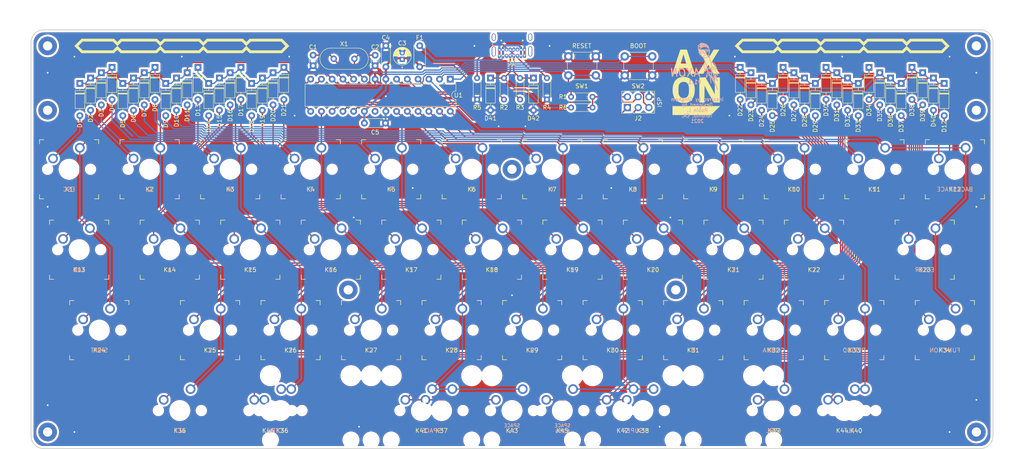
<source format=kicad_pcb>
(kicad_pcb (version 20171130) (host pcbnew "(5.1.9)-1")
  (layers (0 F.Cu signal) (31 B.Cu signal) (34 B.Paste user) (35 F.Paste user) (36 B.SilkS user) (37 F.SilkS user) (38 B.Mask user) (39 F.Mask user) (44 Edge.Cuts user))
  (net 0 "")
  (net 1 "Net-(D1-Pad2)")
  (net 2 /row0)
  (net 3 "Net-(D2-Pad2)")
  (net 4 "Net-(D3-Pad2)")
  (net 5 "Net-(D4-Pad2)")
  (net 6 "Net-(D5-Pad2)")
  (net 7 "Net-(D6-Pad2)")
  (net 8 "Net-(D7-Pad2)")
  (net 9 "Net-(D8-Pad2)")
  (net 10 "Net-(D9-Pad2)")
  (net 11 "Net-(D10-Pad2)")
  (net 12 "Net-(D11-Pad2)")
  (net 13 /row3)
  (net 14 "Net-(D12-Pad2)")
  (net 15 "Net-(D13-Pad2)")
  (net 16 /row1)
  (net 17 "Net-(D14-Pad2)")
  (net 18 "Net-(D15-Pad2)")
  (net 19 "Net-(D16-Pad2)")
  (net 20 "Net-(D17-Pad2)")
  (net 21 "Net-(D18-Pad2)")
  (net 22 "Net-(D19-Pad2)")
  (net 23 "Net-(D20-Pad2)")
  (net 24 "Net-(D21-Pad2)")
  (net 25 "Net-(D22-Pad2)")
  (net 26 "Net-(D23-Pad2)")
  (net 27 "Net-(D24-Pad2)")
  (net 28 /row2)
  (net 29 "Net-(D25-Pad2)")
  (net 30 "Net-(D26-Pad2)")
  (net 31 "Net-(D27-Pad2)")
  (net 32 "Net-(D28-Pad2)")
  (net 33 "Net-(D29-Pad2)")
  (net 34 "Net-(D30-Pad2)")
  (net 35 "Net-(D31-Pad2)")
  (net 36 "Net-(D32-Pad2)")
  (net 37 "Net-(D33-Pad2)")
  (net 38 "Net-(D34-Pad2)")
  (net 39 "Net-(D35-Pad2)")
  (net 40 "Net-(D36-Pad2)")
  (net 41 "Net-(D37-Pad2)")
  (net 42 "Net-(D38-Pad2)")
  (net 43 "Net-(D39-Pad2)")
  (net 44 "Net-(D40-Pad2)")
  (net 45 /col0)
  (net 46 /col1)
  (net 47 /col2)
  (net 48 /col3)
  (net 49 /col4)
  (net 50 /col5)
  (net 51 /col6)
  (net 52 /col7)
  (net 53 /col8)
  (net 54 /col9)
  (net 55 /col10)
  (net 56 GND)
  (net 57 "Net-(C1-Pad1)")
  (net 58 "Net-(C2-Pad1)")
  (net 59 "Net-(U1-Pad21)")
  (net 60 "Net-(J1-PadS1)")
  (net 61 "Net-(J1-PadB5)")
  (net 62 "Net-(J1-PadB8)")
  (net 63 "Net-(J1-PadA8)")
  (net 64 "Net-(J1-PadA5)")
  (net 65 +5V)
  (net 66 /SCK)
  (net 67 /MISO)
  (net 68 /MOSI)
  (net 69 /RESET)
  (net 70 /USB_D-)
  (net 71 /USB_D+)
  (net 72 "Net-(D41-Pad1)")
  (net 73 "Net-(D42-Pad1)")
  (net 74 "Net-(F1-Pad1)")
  (module personal:USB_C_Receptacle_GCT_USB4085_personalized (layer F.Cu) (at 107.7468 -26.924 180)
    (fp_text reference J1 (at 2.975 -1.8) (layer F.SilkS))
    (fp_text value USB_C_Receptacle)
    (pad S1 thru_hole oval (at 7.3 4.36 180) (size 0.9 1.7) (drill oval 0.6 1.4) (layers *.Cu *.Mask) (net 60 "Net-(J1-PadS1)"))
    (pad S1 thru_hole oval (at -1.35 4.36 180) (size 0.9 1.7) (drill oval 0.6 1.4) (layers *.Cu *.Mask) (net 60 "Net-(J1-PadS1)"))
    (pad S1 thru_hole oval (at 7.3 0.98 180) (size 0.9 2.4) (drill oval 0.6 2.1) (layers *.Cu *.Mask) (net 60 "Net-(J1-PadS1)"))
    (pad S1 thru_hole oval (at -1.35 0.98 180) (size 0.9 2.4) (drill oval 0.6 2.1) (layers *.Cu *.Mask) (net 60 "Net-(J1-PadS1)"))
    (pad B6 thru_hole oval (at 3.4 1.35 180) (size 0.7 1) (drill 0.4 (offset 0 0.1)) (layers *.Cu *.Mask) (net 73 "Net-(D42-Pad1)"))
    (pad B1 thru_hole oval (at 5.95 1.35 180) (size 0.7 1) (drill 0.4 (offset 0 0.1)) (layers *.Cu *.Mask) (net 56 GND))
    (pad B4 thru_hole oval (at 5.1 1.35 180) (size 0.7 1) (drill 0.4 (offset 0 0.1)) (layers *.Cu *.Mask) (net 74 "Net-(F1-Pad1)"))
    (pad B5 thru_hole oval (at 4.25 1.35 180) (size 0.7 1) (drill 0.4 (offset 0 0.1)) (layers *.Cu *.Mask) (net 61 "Net-(J1-PadB5)"))
    (pad B12 thru_hole oval (at 0 1.35 180) (size 0.7 1) (drill 0.4 (offset 0 0.1)) (layers *.Cu *.Mask) (net 56 GND))
    (pad B8 thru_hole oval (at 1.7 1.35 180) (size 0.7 1) (drill 0.4 (offset 0 0.1)) (layers *.Cu *.Mask) (net 62 "Net-(J1-PadB8)"))
    (pad B7 thru_hole oval (at 2.55 1.35 180) (size 0.7 1) (drill 0.4 (offset 0 0.1)) (layers *.Cu *.Mask) (net 72 "Net-(D41-Pad1)"))
    (pad B9 thru_hole oval (at 0.85 1.35 180) (size 0.7 1) (drill 0.4 (offset 0 0.1)) (layers *.Cu *.Mask) (net 74 "Net-(F1-Pad1)"))
    (pad A12 thru_hole oval (at 5.95 0 180) (size 0.7 1) (drill 0.4 (offset 0 -0.1)) (layers *.Cu *.Mask) (net 56 GND))
    (pad A9 thru_hole oval (at 5.1 0 180) (size 0.7 1) (drill 0.4 (offset 0 -0.1)) (layers *.Cu *.Mask) (net 74 "Net-(F1-Pad1)"))
    (pad A8 thru_hole oval (at 4.25 0 180) (size 0.7 1) (drill 0.4 (offset 0 -0.1)) (layers *.Cu *.Mask) (net 63 "Net-(J1-PadA8)"))
    (pad A7 thru_hole oval (at 3.4 0 180) (size 0.7 1) (drill 0.4 (offset 0 -0.1)) (layers *.Cu *.Mask) (net 72 "Net-(D41-Pad1)"))
    (pad A6 thru_hole oval (at 2.55 0 180) (size 0.7 1) (drill 0.4 (offset 0 -0.1)) (layers *.Cu *.Mask) (net 73 "Net-(D42-Pad1)"))
    (pad A5 thru_hole oval (at 1.7 0 180) (size 0.7 1) (drill 0.4 (offset 0 -0.1)) (layers *.Cu *.Mask) (net 64 "Net-(J1-PadA5)"))
    (pad A4 thru_hole oval (at 0.85 0 180) (size 0.7 1) (drill 0.4 (offset 0 -0.1)) (layers *.Cu *.Mask) (net 74 "Net-(F1-Pad1)"))
    (pad A1 thru_hole oval (at 0 0 180) (size 0.7 1) (drill 0.4 (offset 0 -0.1)) (layers *.Cu *.Mask) (net 56 GND))
  )
  (module personal:Stabilizer_MX_6.25u (layer F.Cu) (at 116.68125 57.15 180)
    (fp_text reference REF** hide)
    (fp_text value Stabilizer_MX_6.25u hide)
    (pad "" np_thru_hole circle (at -50 -6.985 180) (size 3.048 3.048) (drill 3.048) (layers *.Cu *.Mask))
    (pad "" np_thru_hole circle (at 50 -6.985 180) (size 3.048 3.048) (drill 3.048) (layers *.Cu *.Mask))
    (pad "" np_thru_hole circle (at -50 8.255 180) (size 3.9878 3.9878) (drill 3.9878) (layers *.Cu *.Mask))
    (pad "" np_thru_hole circle (at 50 8.255 180) (size 3.9878 3.9878) (drill 3.9878) (layers *.Cu *.Mask))
  )
  (module personal:SW_MX_Minimal_InsideSilkRef (layer F.Cu) (at 47.625 57.15)
    (fp_text reference K46 (at -0.508 4.7625) (layer F.SilkS))
    (fp_text value KEYSW)
    (pad "" np_thru_hole circle (at -5.08 0) (size 1.7018 1.7018) (drill 1.7018) (layers *.Cu *.Mask))
    (pad "" np_thru_hole circle (at 5.08 0) (size 1.7018 1.7018) (drill 1.7018) (layers *.Cu *.Mask))
    (pad 2 thru_hole circle (at -3.81 -2.54) (size 2.286 2.286) (drill 1.4986) (layers *.Cu *.Mask) (net 40 "Net-(D36-Pad2)"))
    (pad "" np_thru_hole circle (at 0 0) (size 3.9878 3.9878) (drill 3.9878) (layers *.Cu *.Mask))
    (pad 1 thru_hole circle (at 2.54 -5.08) (size 2.286 2.286) (drill 1.4986) (layers *.Cu *.Mask) (net 47 /col2))
  )
  (module personal:SW_MX_Minimal_InsideSilkRef (layer F.Cu) (at 116.68125 57.15)
    (fp_text reference K45 (at 0 4.7625) (layer F.SilkS))
    (fp_text value KEYSW)
    (pad "" np_thru_hole circle (at -5.08 0) (size 1.7018 1.7018) (drill 1.7018) (layers *.Cu *.Mask))
    (pad "" np_thru_hole circle (at 5.08 0) (size 1.7018 1.7018) (drill 1.7018) (layers *.Cu *.Mask))
    (pad 2 thru_hole circle (at -3.81 -2.54) (size 2.286 2.286) (drill 1.4986) (layers *.Cu *.Mask) (net 42 "Net-(D38-Pad2)"))
    (pad "" np_thru_hole circle (at 0 0) (size 3.9878 3.9878) (drill 3.9878) (layers *.Cu *.Mask))
    (pad 1 thru_hole circle (at 2.54 -5.08) (size 2.286 2.286) (drill 1.4986) (layers *.Cu *.Mask) (net 51 /col6))
  )
  (module personal:SW_MX_Minimal_InsideSilkRef (layer F.Cu) (at 183.35625 57.15)
    (fp_text reference K44 (at -0.47625 4.7625) (layer F.SilkS))
    (fp_text value KEYSW)
    (pad "" np_thru_hole circle (at -5.08 0) (size 1.7018 1.7018) (drill 1.7018) (layers *.Cu *.Mask))
    (pad "" np_thru_hole circle (at 5.08 0) (size 1.7018 1.7018) (drill 1.7018) (layers *.Cu *.Mask))
    (pad 2 thru_hole circle (at -3.81 -2.54) (size 2.286 2.286) (drill 1.4986) (layers *.Cu *.Mask) (net 44 "Net-(D40-Pad2)"))
    (pad "" np_thru_hole circle (at 0 0) (size 3.9878 3.9878) (drill 3.9878) (layers *.Cu *.Mask))
    (pad 1 thru_hole circle (at 2.54 -5.08) (size 2.286 2.286) (drill 1.4986) (layers *.Cu *.Mask) (net 54 /col9))
  )
  (module personal:SW_MX_Minimal_InsideSilkRef (layer F.Cu) (at 104.775 57.15)
    (fp_text reference K43 (at 0 4.7625) (layer F.SilkS))
    (fp_text value KEYSW)
    (pad "" np_thru_hole circle (at -5.08 0) (size 1.7018 1.7018) (drill 1.7018) (layers *.Cu *.Mask))
    (pad "" np_thru_hole circle (at 5.08 0) (size 1.7018 1.7018) (drill 1.7018) (layers *.Cu *.Mask))
    (pad 2 thru_hole circle (at -3.81 -2.54) (size 2.286 2.286) (drill 1.4986) (layers *.Cu *.Mask) (net 41 "Net-(D37-Pad2)"))
    (pad "" np_thru_hole circle (at 0 0) (size 3.9878 3.9878) (drill 3.9878) (layers *.Cu *.Mask))
    (pad 1 thru_hole circle (at 2.54 -5.08) (size 2.286 2.286) (drill 1.4986) (layers *.Cu *.Mask) (net 49 /col4))
  )
  (module personal:SW_MX_Minimal_InsideSilkRef (layer F.Cu) (at 130.96875 57.15)
    (fp_text reference K42 (at 0 4.7625) (layer F.SilkS))
    (fp_text value KEYSW)
    (pad "" np_thru_hole circle (at -5.08 0) (size 1.7018 1.7018) (drill 1.7018) (layers *.Cu *.Mask))
    (pad "" np_thru_hole circle (at 5.08 0) (size 1.7018 1.7018) (drill 1.7018) (layers *.Cu *.Mask))
    (pad 2 thru_hole circle (at -3.81 -2.54) (size 2.286 2.286) (drill 1.4986) (layers *.Cu *.Mask) (net 42 "Net-(D38-Pad2)"))
    (pad "" np_thru_hole circle (at 0 0) (size 3.9878 3.9878) (drill 3.9878) (layers *.Cu *.Mask))
    (pad 1 thru_hole circle (at 2.54 -5.08) (size 2.286 2.286) (drill 1.4986) (layers *.Cu *.Mask) (net 51 /col6))
  )
  (module personal:SW_MX_Minimal_InsideSilkRef (layer F.Cu) (at 83.34375 57.15)
    (fp_text reference K41 (at 0 4.7625) (layer F.SilkS))
    (fp_text value KEYSW)
    (pad "" np_thru_hole circle (at -5.08 0) (size 1.7018 1.7018) (drill 1.7018) (layers *.Cu *.Mask))
    (pad "" np_thru_hole circle (at 5.08 0) (size 1.7018 1.7018) (drill 1.7018) (layers *.Cu *.Mask))
    (pad 2 thru_hole circle (at -3.81 -2.54) (size 2.286 2.286) (drill 1.4986) (layers *.Cu *.Mask) (net 41 "Net-(D37-Pad2)"))
    (pad "" np_thru_hole circle (at 0 0) (size 3.9878 3.9878) (drill 3.9878) (layers *.Cu *.Mask))
    (pad 1 thru_hole circle (at 2.54 -5.08) (size 2.286 2.286) (drill 1.4986) (layers *.Cu *.Mask) (net 49 /col4))
  )
  (module personal:SW_MX_Minimal_InsideSilkRef (layer F.Cu) (at 185.7375 57.15)
    (fp_text reference K40 (at 0.4445 4.7625) (layer F.SilkS))
    (fp_text value KEYSW)
    (pad "" np_thru_hole circle (at -5.08 0) (size 1.7018 1.7018) (drill 1.7018) (layers *.Cu *.Mask))
    (pad "" np_thru_hole circle (at 5.08 0) (size 1.7018 1.7018) (drill 1.7018) (layers *.Cu *.Mask))
    (pad 2 thru_hole circle (at -3.81 -2.54) (size 2.286 2.286) (drill 1.4986) (layers *.Cu *.Mask) (net 44 "Net-(D40-Pad2)"))
    (pad "" np_thru_hole circle (at 0 0) (size 3.9878 3.9878) (drill 3.9878) (layers *.Cu *.Mask))
    (pad 1 thru_hole circle (at 2.54 -5.08) (size 2.286 2.286) (drill 1.4986) (layers *.Cu *.Mask) (net 54 /col9))
  )
  (module personal:SW_MX_Minimal_InsideSilkRef (layer F.Cu) (at 166.6875 57.15)
    (fp_text reference K39 (at 0 4.7625) (layer F.SilkS))
    (fp_text value KEYSW)
    (pad "" np_thru_hole circle (at -5.08 0) (size 1.7018 1.7018) (drill 1.7018) (layers *.Cu *.Mask))
    (pad "" np_thru_hole circle (at 5.08 0) (size 1.7018 1.7018) (drill 1.7018) (layers *.Cu *.Mask))
    (pad 2 thru_hole circle (at -3.81 -2.54) (size 2.286 2.286) (drill 1.4986) (layers *.Cu *.Mask) (net 43 "Net-(D39-Pad2)"))
    (pad "" np_thru_hole circle (at 0 0) (size 3.9878 3.9878) (drill 3.9878) (layers *.Cu *.Mask))
    (pad 1 thru_hole circle (at 2.54 -5.08) (size 2.286 2.286) (drill 1.4986) (layers *.Cu *.Mask) (net 53 /col8))
  )
  (module personal:SW_MX_Minimal_InsideSilkRef (layer F.Cu) (at 135.73125 57.15)
    (fp_text reference K38 (at 0 4.7625) (layer F.SilkS))
    (fp_text value KEYSW)
    (pad "" np_thru_hole circle (at -5.08 0) (size 1.7018 1.7018) (drill 1.7018) (layers *.Cu *.Mask))
    (pad "" np_thru_hole circle (at 5.08 0) (size 1.7018 1.7018) (drill 1.7018) (layers *.Cu *.Mask))
    (pad 2 thru_hole circle (at -3.81 -2.54) (size 2.286 2.286) (drill 1.4986) (layers *.Cu *.Mask) (net 42 "Net-(D38-Pad2)"))
    (pad "" np_thru_hole circle (at 0 0) (size 3.9878 3.9878) (drill 3.9878) (layers *.Cu *.Mask))
    (pad 1 thru_hole circle (at 2.54 -5.08) (size 2.286 2.286) (drill 1.4986) (layers *.Cu *.Mask) (net 51 /col6))
  )
  (module personal:SW_MX_Minimal_InsideSilkRef (layer F.Cu) (at 88.10625 57.15)
    (fp_text reference K37 (at 0 4.7625) (layer F.SilkS))
    (fp_text value KEYSW)
    (pad "" np_thru_hole circle (at -5.08 0) (size 1.7018 1.7018) (drill 1.7018) (layers *.Cu *.Mask))
    (pad "" np_thru_hole circle (at 5.08 0) (size 1.7018 1.7018) (drill 1.7018) (layers *.Cu *.Mask))
    (pad 2 thru_hole circle (at -3.81 -2.54) (size 2.286 2.286) (drill 1.4986) (layers *.Cu *.Mask) (net 41 "Net-(D37-Pad2)"))
    (pad "" np_thru_hole circle (at 0 0) (size 3.9878 3.9878) (drill 3.9878) (layers *.Cu *.Mask))
    (pad 1 thru_hole circle (at 2.54 -5.08) (size 2.286 2.286) (drill 1.4986) (layers *.Cu *.Mask) (net 49 /col4))
  )
  (module personal:SW_MX_Minimal_InsideSilkRef (layer F.Cu) (at 50.00625 57.15)
    (fp_text reference K36 (at 0.41275 4.7625) (layer F.SilkS))
    (fp_text value KEYSW)
    (pad "" np_thru_hole circle (at -5.08 0) (size 1.7018 1.7018) (drill 1.7018) (layers *.Cu *.Mask))
    (pad "" np_thru_hole circle (at 5.08 0) (size 1.7018 1.7018) (drill 1.7018) (layers *.Cu *.Mask))
    (pad 2 thru_hole circle (at -3.81 -2.54) (size 2.286 2.286) (drill 1.4986) (layers *.Cu *.Mask) (net 40 "Net-(D36-Pad2)"))
    (pad "" np_thru_hole circle (at 0 0) (size 3.9878 3.9878) (drill 3.9878) (layers *.Cu *.Mask))
    (pad 1 thru_hole circle (at 2.54 -5.08) (size 2.286 2.286) (drill 1.4986) (layers *.Cu *.Mask) (net 47 /col2))
  )
  (module personal:SW_MX_Minimal_InsideSilkRef (layer F.Cu) (at 26.19375 57.15)
    (fp_text reference K35 (at 0 4.7625) (layer F.SilkS))
    (fp_text value KEYSW)
    (pad "" np_thru_hole circle (at -5.08 0) (size 1.7018 1.7018) (drill 1.7018) (layers *.Cu *.Mask))
    (pad "" np_thru_hole circle (at 5.08 0) (size 1.7018 1.7018) (drill 1.7018) (layers *.Cu *.Mask))
    (pad 2 thru_hole circle (at -3.81 -2.54) (size 2.286 2.286) (drill 1.4986) (layers *.Cu *.Mask) (net 39 "Net-(D35-Pad2)"))
    (pad "" np_thru_hole circle (at 0 0) (size 3.9878 3.9878) (drill 3.9878) (layers *.Cu *.Mask))
    (pad 1 thru_hole circle (at 2.54 -5.08) (size 2.286 2.286) (drill 1.4986) (layers *.Cu *.Mask) (net 46 /col1))
  )
  (module personal:SW_MX_InsideSilkRef (layer F.Cu) (at 133.35 0)
    (fp_text reference K8 (at 0 4.7625) (layer F.SilkS))
    (fp_text value KEYSW)
    (pad "" np_thru_hole circle (at -5.08 0) (size 1.7018 1.7018) (drill 1.7018) (layers *.Cu *.Mask))
    (pad "" np_thru_hole circle (at 5.08 0) (size 1.7018 1.7018) (drill 1.7018) (layers *.Cu *.Mask))
    (pad 2 thru_hole circle (at -3.81 -2.54) (size 2.286 2.286) (drill 1.4986) (layers *.Cu *.Mask) (net 9 "Net-(D8-Pad2)"))
    (pad "" np_thru_hole circle (at 0 0) (size 3.9878 3.9878) (drill 3.9878) (layers *.Cu *.Mask))
    (pad 1 thru_hole circle (at 2.54 -5.08) (size 2.286 2.286) (drill 1.4986) (layers *.Cu *.Mask) (net 52 /col7))
  )
  (module personal:SW_MX_InsideSilkRef (layer F.Cu) (at 185.7375 38.1)
    (fp_text reference K33 (at 0 4.7625) (layer F.SilkS))
    (fp_text value KEYSW)
    (pad "" np_thru_hole circle (at -5.08 0) (size 1.7018 1.7018) (drill 1.7018) (layers *.Cu *.Mask))
    (pad "" np_thru_hole circle (at 5.08 0) (size 1.7018 1.7018) (drill 1.7018) (layers *.Cu *.Mask))
    (pad 2 thru_hole circle (at -3.81 -2.54) (size 2.286 2.286) (drill 1.4986) (layers *.Cu *.Mask) (net 37 "Net-(D33-Pad2)"))
    (pad "" np_thru_hole circle (at 0 0) (size 3.9878 3.9878) (drill 3.9878) (layers *.Cu *.Mask))
    (pad 1 thru_hole circle (at 2.54 -5.08) (size 2.286 2.286) (drill 1.4986) (layers *.Cu *.Mask) (net 54 /col9))
  )
  (module personal:SW_MX_InsideSilkRef (layer F.Cu) (at 207.16875 38.1)
    (fp_text reference K34 (at 0 4.7625) (layer F.SilkS))
    (fp_text value KEYSW)
    (pad "" np_thru_hole circle (at -5.08 0) (size 1.7018 1.7018) (drill 1.7018) (layers *.Cu *.Mask))
    (pad "" np_thru_hole circle (at 5.08 0) (size 1.7018 1.7018) (drill 1.7018) (layers *.Cu *.Mask))
    (pad 2 thru_hole circle (at -3.81 -2.54) (size 2.286 2.286) (drill 1.4986) (layers *.Cu *.Mask) (net 38 "Net-(D34-Pad2)"))
    (pad "" np_thru_hole circle (at 0 0) (size 3.9878 3.9878) (drill 3.9878) (layers *.Cu *.Mask))
    (pad 1 thru_hole circle (at 2.54 -5.08) (size 2.286 2.286) (drill 1.4986) (layers *.Cu *.Mask) (net 55 /col10))
  )
  (module personal:SW_MX_InsideSilkRef (layer F.Cu) (at 166.6875 38.1)
    (fp_text reference K32 (at 0 4.7625) (layer F.SilkS))
    (fp_text value KEYSW)
    (pad "" np_thru_hole circle (at -5.08 0) (size 1.7018 1.7018) (drill 1.7018) (layers *.Cu *.Mask))
    (pad "" np_thru_hole circle (at 5.08 0) (size 1.7018 1.7018) (drill 1.7018) (layers *.Cu *.Mask))
    (pad 2 thru_hole circle (at -3.81 -2.54) (size 2.286 2.286) (drill 1.4986) (layers *.Cu *.Mask) (net 36 "Net-(D32-Pad2)"))
    (pad "" np_thru_hole circle (at 0 0) (size 3.9878 3.9878) (drill 3.9878) (layers *.Cu *.Mask))
    (pad 1 thru_hole circle (at 2.54 -5.08) (size 2.286 2.286) (drill 1.4986) (layers *.Cu *.Mask) (net 53 /col8))
  )
  (module personal:SW_MX_InsideSilkRef (layer F.Cu) (at 147.6375 38.1)
    (fp_text reference K31 (at 0 4.7625) (layer F.SilkS))
    (fp_text value KEYSW)
    (pad "" np_thru_hole circle (at -5.08 0) (size 1.7018 1.7018) (drill 1.7018) (layers *.Cu *.Mask))
    (pad "" np_thru_hole circle (at 5.08 0) (size 1.7018 1.7018) (drill 1.7018) (layers *.Cu *.Mask))
    (pad 2 thru_hole circle (at -3.81 -2.54) (size 2.286 2.286) (drill 1.4986) (layers *.Cu *.Mask) (net 35 "Net-(D31-Pad2)"))
    (pad "" np_thru_hole circle (at 0 0) (size 3.9878 3.9878) (drill 3.9878) (layers *.Cu *.Mask))
    (pad 1 thru_hole circle (at 2.54 -5.08) (size 2.286 2.286) (drill 1.4986) (layers *.Cu *.Mask) (net 52 /col7))
  )
  (module personal:SW_MX_InsideSilkRef (layer F.Cu) (at 128.5875 38.1)
    (fp_text reference K30 (at 0 4.7625) (layer F.SilkS))
    (fp_text value KEYSW)
    (pad "" np_thru_hole circle (at -5.08 0) (size 1.7018 1.7018) (drill 1.7018) (layers *.Cu *.Mask))
    (pad "" np_thru_hole circle (at 5.08 0) (size 1.7018 1.7018) (drill 1.7018) (layers *.Cu *.Mask))
    (pad 2 thru_hole circle (at -3.81 -2.54) (size 2.286 2.286) (drill 1.4986) (layers *.Cu *.Mask) (net 34 "Net-(D30-Pad2)"))
    (pad "" np_thru_hole circle (at 0 0) (size 3.9878 3.9878) (drill 3.9878) (layers *.Cu *.Mask))
    (pad 1 thru_hole circle (at 2.54 -5.08) (size 2.286 2.286) (drill 1.4986) (layers *.Cu *.Mask) (net 51 /col6))
  )
  (module personal:SW_MX_InsideSilkRef (layer F.Cu) (at 109.5375 38.1)
    (fp_text reference K29 (at 0 4.7625) (layer F.SilkS))
    (fp_text value KEYSW)
    (pad "" np_thru_hole circle (at -5.08 0) (size 1.7018 1.7018) (drill 1.7018) (layers *.Cu *.Mask))
    (pad "" np_thru_hole circle (at 5.08 0) (size 1.7018 1.7018) (drill 1.7018) (layers *.Cu *.Mask))
    (pad 2 thru_hole circle (at -3.81 -2.54) (size 2.286 2.286) (drill 1.4986) (layers *.Cu *.Mask) (net 33 "Net-(D29-Pad2)"))
    (pad "" np_thru_hole circle (at 0 0) (size 3.9878 3.9878) (drill 3.9878) (layers *.Cu *.Mask))
    (pad 1 thru_hole circle (at 2.54 -5.08) (size 2.286 2.286) (drill 1.4986) (layers *.Cu *.Mask) (net 50 /col5))
  )
  (module personal:SW_MX_InsideSilkRef (layer F.Cu) (at 90.4875 38.1)
    (fp_text reference K28 (at 0 4.7625) (layer F.SilkS))
    (fp_text value KEYSW)
    (pad "" np_thru_hole circle (at -5.08 0) (size 1.7018 1.7018) (drill 1.7018) (layers *.Cu *.Mask))
    (pad "" np_thru_hole circle (at 5.08 0) (size 1.7018 1.7018) (drill 1.7018) (layers *.Cu *.Mask))
    (pad 2 thru_hole circle (at -3.81 -2.54) (size 2.286 2.286) (drill 1.4986) (layers *.Cu *.Mask) (net 32 "Net-(D28-Pad2)"))
    (pad "" np_thru_hole circle (at 0 0) (size 3.9878 3.9878) (drill 3.9878) (layers *.Cu *.Mask))
    (pad 1 thru_hole circle (at 2.54 -5.08) (size 2.286 2.286) (drill 1.4986) (layers *.Cu *.Mask) (net 49 /col4))
  )
  (module personal:SW_MX_InsideSilkRef (layer F.Cu) (at 71.4375 38.1)
    (fp_text reference K27 (at 0 4.7625) (layer F.SilkS))
    (fp_text value KEYSW)
    (pad "" np_thru_hole circle (at -5.08 0) (size 1.7018 1.7018) (drill 1.7018) (layers *.Cu *.Mask))
    (pad "" np_thru_hole circle (at 5.08 0) (size 1.7018 1.7018) (drill 1.7018) (layers *.Cu *.Mask))
    (pad 2 thru_hole circle (at -3.81 -2.54) (size 2.286 2.286) (drill 1.4986) (layers *.Cu *.Mask) (net 31 "Net-(D27-Pad2)"))
    (pad "" np_thru_hole circle (at 0 0) (size 3.9878 3.9878) (drill 3.9878) (layers *.Cu *.Mask))
    (pad 1 thru_hole circle (at 2.54 -5.08) (size 2.286 2.286) (drill 1.4986) (layers *.Cu *.Mask) (net 48 /col3))
  )
  (module personal:SW_MX_InsideSilkRef (layer F.Cu) (at 52.3875 38.1)
    (fp_text reference K26 (at 0 4.7625) (layer F.SilkS))
    (fp_text value KEYSW)
    (pad "" np_thru_hole circle (at -5.08 0) (size 1.7018 1.7018) (drill 1.7018) (layers *.Cu *.Mask))
    (pad "" np_thru_hole circle (at 5.08 0) (size 1.7018 1.7018) (drill 1.7018) (layers *.Cu *.Mask))
    (pad 2 thru_hole circle (at -3.81 -2.54) (size 2.286 2.286) (drill 1.4986) (layers *.Cu *.Mask) (net 30 "Net-(D26-Pad2)"))
    (pad "" np_thru_hole circle (at 0 0) (size 3.9878 3.9878) (drill 3.9878) (layers *.Cu *.Mask))
    (pad 1 thru_hole circle (at 2.54 -5.08) (size 2.286 2.286) (drill 1.4986) (layers *.Cu *.Mask) (net 47 /col2))
  )
  (module personal:SW_MX_InsideSilkRef (layer F.Cu) (at 33.3375 38.1)
    (fp_text reference K25 (at 0 4.7625) (layer F.SilkS))
    (fp_text value KEYSW)
    (pad "" np_thru_hole circle (at -5.08 0) (size 1.7018 1.7018) (drill 1.7018) (layers *.Cu *.Mask))
    (pad "" np_thru_hole circle (at 5.08 0) (size 1.7018 1.7018) (drill 1.7018) (layers *.Cu *.Mask))
    (pad 2 thru_hole circle (at -3.81 -2.54) (size 2.286 2.286) (drill 1.4986) (layers *.Cu *.Mask) (net 29 "Net-(D25-Pad2)"))
    (pad "" np_thru_hole circle (at 0 0) (size 3.9878 3.9878) (drill 3.9878) (layers *.Cu *.Mask))
    (pad 1 thru_hole circle (at 2.54 -5.08) (size 2.286 2.286) (drill 1.4986) (layers *.Cu *.Mask) (net 46 /col1))
  )
  (module personal:SW_MX_InsideSilkRef (layer F.Cu) (at 7.14375 38.1)
    (fp_text reference K24 (at 0 4.7625) (layer F.SilkS))
    (fp_text value KEYSW)
    (pad "" np_thru_hole circle (at -5.08 0) (size 1.7018 1.7018) (drill 1.7018) (layers *.Cu *.Mask))
    (pad "" np_thru_hole circle (at 5.08 0) (size 1.7018 1.7018) (drill 1.7018) (layers *.Cu *.Mask))
    (pad 2 thru_hole circle (at -3.81 -2.54) (size 2.286 2.286) (drill 1.4986) (layers *.Cu *.Mask) (net 27 "Net-(D24-Pad2)"))
    (pad "" np_thru_hole circle (at 0 0) (size 3.9878 3.9878) (drill 3.9878) (layers *.Cu *.Mask))
    (pad 1 thru_hole circle (at 2.54 -5.08) (size 2.286 2.286) (drill 1.4986) (layers *.Cu *.Mask) (net 45 /col0))
  )
  (module personal:SW_MX_InsideSilkRef (layer F.Cu) (at 202.40625 19.05)
    (fp_text reference K23 (at 0 4.7625) (layer F.SilkS))
    (fp_text value KEYSW)
    (pad "" np_thru_hole circle (at -5.08 0) (size 1.7018 1.7018) (drill 1.7018) (layers *.Cu *.Mask))
    (pad "" np_thru_hole circle (at 5.08 0) (size 1.7018 1.7018) (drill 1.7018) (layers *.Cu *.Mask))
    (pad 2 thru_hole circle (at -3.81 -2.54) (size 2.286 2.286) (drill 1.4986) (layers *.Cu *.Mask) (net 26 "Net-(D23-Pad2)"))
    (pad "" np_thru_hole circle (at 0 0) (size 3.9878 3.9878) (drill 3.9878) (layers *.Cu *.Mask))
    (pad 1 thru_hole circle (at 2.54 -5.08) (size 2.286 2.286) (drill 1.4986) (layers *.Cu *.Mask) (net 55 /col10))
  )
  (module personal:SW_MX_InsideSilkRef (layer F.Cu) (at 176.2125 19.05)
    (fp_text reference K22 (at 0 4.7625) (layer F.SilkS))
    (fp_text value KEYSW)
    (pad "" np_thru_hole circle (at -5.08 0) (size 1.7018 1.7018) (drill 1.7018) (layers *.Cu *.Mask))
    (pad "" np_thru_hole circle (at 5.08 0) (size 1.7018 1.7018) (drill 1.7018) (layers *.Cu *.Mask))
    (pad 2 thru_hole circle (at -3.81 -2.54) (size 2.286 2.286) (drill 1.4986) (layers *.Cu *.Mask) (net 25 "Net-(D22-Pad2)"))
    (pad "" np_thru_hole circle (at 0 0) (size 3.9878 3.9878) (drill 3.9878) (layers *.Cu *.Mask))
    (pad 1 thru_hole circle (at 2.54 -5.08) (size 2.286 2.286) (drill 1.4986) (layers *.Cu *.Mask) (net 54 /col9))
  )
  (module personal:SW_MX_InsideSilkRef (layer F.Cu) (at 157.1625 19.05)
    (fp_text reference K21 (at 0 4.7625) (layer F.SilkS))
    (fp_text value KEYSW)
    (pad "" np_thru_hole circle (at -5.08 0) (size 1.7018 1.7018) (drill 1.7018) (layers *.Cu *.Mask))
    (pad "" np_thru_hole circle (at 5.08 0) (size 1.7018 1.7018) (drill 1.7018) (layers *.Cu *.Mask))
    (pad 2 thru_hole circle (at -3.81 -2.54) (size 2.286 2.286) (drill 1.4986) (layers *.Cu *.Mask) (net 24 "Net-(D21-Pad2)"))
    (pad "" np_thru_hole circle (at 0 0) (size 3.9878 3.9878) (drill 3.9878) (layers *.Cu *.Mask))
    (pad 1 thru_hole circle (at 2.54 -5.08) (size 2.286 2.286) (drill 1.4986) (layers *.Cu *.Mask) (net 53 /col8))
  )
  (module personal:SW_MX_InsideSilkRef (layer F.Cu) (at 138.1125 19.05)
    (fp_text reference K20 (at 0 4.7625) (layer F.SilkS))
    (fp_text value KEYSW)
    (pad "" np_thru_hole circle (at -5.08 0) (size 1.7018 1.7018) (drill 1.7018) (layers *.Cu *.Mask))
    (pad "" np_thru_hole circle (at 5.08 0) (size 1.7018 1.7018) (drill 1.7018) (layers *.Cu *.Mask))
    (pad 2 thru_hole circle (at -3.81 -2.54) (size 2.286 2.286) (drill 1.4986) (layers *.Cu *.Mask) (net 23 "Net-(D20-Pad2)"))
    (pad "" np_thru_hole circle (at 0 0) (size 3.9878 3.9878) (drill 3.9878) (layers *.Cu *.Mask))
    (pad 1 thru_hole circle (at 2.54 -5.08) (size 2.286 2.286) (drill 1.4986) (layers *.Cu *.Mask) (net 52 /col7))
  )
  (module personal:SW_MX_InsideSilkRef (layer F.Cu) (at 119.0625 19.05)
    (fp_text reference K19 (at 0 4.7625) (layer F.SilkS))
    (fp_text value KEYSW)
    (pad "" np_thru_hole circle (at -5.08 0) (size 1.7018 1.7018) (drill 1.7018) (layers *.Cu *.Mask))
    (pad "" np_thru_hole circle (at 5.08 0) (size 1.7018 1.7018) (drill 1.7018) (layers *.Cu *.Mask))
    (pad 2 thru_hole circle (at -3.81 -2.54) (size 2.286 2.286) (drill 1.4986) (layers *.Cu *.Mask) (net 22 "Net-(D19-Pad2)"))
    (pad "" np_thru_hole circle (at 0 0) (size 3.9878 3.9878) (drill 3.9878) (layers *.Cu *.Mask))
    (pad 1 thru_hole circle (at 2.54 -5.08) (size 2.286 2.286) (drill 1.4986) (layers *.Cu *.Mask) (net 51 /col6))
  )
  (module personal:SW_MX_InsideSilkRef (layer F.Cu) (at 100.0125 19.05)
    (fp_text reference K18 (at 0 4.7625) (layer F.SilkS))
    (fp_text value KEYSW)
    (pad "" np_thru_hole circle (at -5.08 0) (size 1.7018 1.7018) (drill 1.7018) (layers *.Cu *.Mask))
    (pad "" np_thru_hole circle (at 5.08 0) (size 1.7018 1.7018) (drill 1.7018) (layers *.Cu *.Mask))
    (pad 2 thru_hole circle (at -3.81 -2.54) (size 2.286 2.286) (drill 1.4986) (layers *.Cu *.Mask) (net 21 "Net-(D18-Pad2)"))
    (pad "" np_thru_hole circle (at 0 0) (size 3.9878 3.9878) (drill 3.9878) (layers *.Cu *.Mask))
    (pad 1 thru_hole circle (at 2.54 -5.08) (size 2.286 2.286) (drill 1.4986) (layers *.Cu *.Mask) (net 50 /col5))
  )
  (module personal:SW_MX_InsideSilkRef (layer F.Cu) (at 80.9625 19.05)
    (fp_text reference K17 (at 0 4.7625) (layer F.SilkS))
    (fp_text value KEYSW)
    (pad "" np_thru_hole circle (at -5.08 0) (size 1.7018 1.7018) (drill 1.7018) (layers *.Cu *.Mask))
    (pad "" np_thru_hole circle (at 5.08 0) (size 1.7018 1.7018) (drill 1.7018) (layers *.Cu *.Mask))
    (pad 2 thru_hole circle (at -3.81 -2.54) (size 2.286 2.286) (drill 1.4986) (layers *.Cu *.Mask) (net 20 "Net-(D17-Pad2)"))
    (pad "" np_thru_hole circle (at 0 0) (size 3.9878 3.9878) (drill 3.9878) (layers *.Cu *.Mask))
    (pad 1 thru_hole circle (at 2.54 -5.08) (size 2.286 2.286) (drill 1.4986) (layers *.Cu *.Mask) (net 49 /col4))
  )
  (module personal:SW_MX_InsideSilkRef (layer F.Cu) (at 61.9125 19.05)
    (fp_text reference K16 (at 0 4.7625) (layer F.SilkS))
    (fp_text value KEYSW)
    (pad "" np_thru_hole circle (at -5.08 0) (size 1.7018 1.7018) (drill 1.7018) (layers *.Cu *.Mask))
    (pad "" np_thru_hole circle (at 5.08 0) (size 1.7018 1.7018) (drill 1.7018) (layers *.Cu *.Mask))
    (pad 2 thru_hole circle (at -3.81 -2.54) (size 2.286 2.286) (drill 1.4986) (layers *.Cu *.Mask) (net 19 "Net-(D16-Pad2)"))
    (pad "" np_thru_hole circle (at 0 0) (size 3.9878 3.9878) (drill 3.9878) (layers *.Cu *.Mask))
    (pad 1 thru_hole circle (at 2.54 -5.08) (size 2.286 2.286) (drill 1.4986) (layers *.Cu *.Mask) (net 48 /col3))
  )
  (module personal:SW_MX_InsideSilkRef (layer F.Cu) (at 42.8625 19.05)
    (fp_text reference K15 (at 0 4.7625) (layer F.SilkS))
    (fp_text value KEYSW)
    (pad "" np_thru_hole circle (at -5.08 0) (size 1.7018 1.7018) (drill 1.7018) (layers *.Cu *.Mask))
    (pad "" np_thru_hole circle (at 5.08 0) (size 1.7018 1.7018) (drill 1.7018) (layers *.Cu *.Mask))
    (pad 2 thru_hole circle (at -3.81 -2.54) (size 2.286 2.286) (drill 1.4986) (layers *.Cu *.Mask) (net 18 "Net-(D15-Pad2)"))
    (pad "" np_thru_hole circle (at 0 0) (size 3.9878 3.9878) (drill 3.9878) (layers *.Cu *.Mask))
    (pad 1 thru_hole circle (at 2.54 -5.08) (size 2.286 2.286) (drill 1.4986) (layers *.Cu *.Mask) (net 47 /col2))
  )
  (module personal:SW_MX_InsideSilkRef (layer F.Cu) (at 23.8125 19.05)
    (fp_text reference K14 (at 0 4.7625) (layer F.SilkS))
    (fp_text value KEYSW)
    (pad "" np_thru_hole circle (at -5.08 0) (size 1.7018 1.7018) (drill 1.7018) (layers *.Cu *.Mask))
    (pad "" np_thru_hole circle (at 5.08 0) (size 1.7018 1.7018) (drill 1.7018) (layers *.Cu *.Mask))
    (pad 2 thru_hole circle (at -3.81 -2.54) (size 2.286 2.286) (drill 1.4986) (layers *.Cu *.Mask) (net 17 "Net-(D14-Pad2)"))
    (pad "" np_thru_hole circle (at 0 0) (size 3.9878 3.9878) (drill 3.9878) (layers *.Cu *.Mask))
    (pad 1 thru_hole circle (at 2.54 -5.08) (size 2.286 2.286) (drill 1.4986) (layers *.Cu *.Mask) (net 46 /col1))
  )
  (module personal:SW_MX_InsideSilkRef (layer F.Cu) (at 2.38125 19.05)
    (fp_text reference K13 (at 0 4.7625) (layer F.SilkS))
    (fp_text value KEYSW)
    (pad "" np_thru_hole circle (at -5.08 0) (size 1.7018 1.7018) (drill 1.7018) (layers *.Cu *.Mask))
    (pad "" np_thru_hole circle (at 5.08 0) (size 1.7018 1.7018) (drill 1.7018) (layers *.Cu *.Mask))
    (pad 2 thru_hole circle (at -3.81 -2.54) (size 2.286 2.286) (drill 1.4986) (layers *.Cu *.Mask) (net 15 "Net-(D13-Pad2)"))
    (pad "" np_thru_hole circle (at 0 0) (size 3.9878 3.9878) (drill 3.9878) (layers *.Cu *.Mask))
    (pad 1 thru_hole circle (at 2.54 -5.08) (size 2.286 2.286) (drill 1.4986) (layers *.Cu *.Mask) (net 45 /col0))
  )
  (module personal:SW_MX_InsideSilkRef (layer F.Cu) (at 209.55 0)
    (fp_text reference K12 (at 0 4.7625) (layer F.SilkS))
    (fp_text value KEYSW)
    (pad "" np_thru_hole circle (at -5.08 0) (size 1.7018 1.7018) (drill 1.7018) (layers *.Cu *.Mask))
    (pad "" np_thru_hole circle (at 5.08 0) (size 1.7018 1.7018) (drill 1.7018) (layers *.Cu *.Mask))
    (pad 2 thru_hole circle (at -3.81 -2.54) (size 2.286 2.286) (drill 1.4986) (layers *.Cu *.Mask) (net 14 "Net-(D12-Pad2)"))
    (pad "" np_thru_hole circle (at 0 0) (size 3.9878 3.9878) (drill 3.9878) (layers *.Cu *.Mask))
    (pad 1 thru_hole circle (at 2.54 -5.08) (size 2.286 2.286) (drill 1.4986) (layers *.Cu *.Mask) (net 55 /col10))
  )
  (module personal:SW_MX_InsideSilkRef (layer F.Cu) (at 190.5 0)
    (fp_text reference K11 (at 0 4.7625) (layer F.SilkS))
    (fp_text value KEYSW)
    (pad "" np_thru_hole circle (at -5.08 0) (size 1.7018 1.7018) (drill 1.7018) (layers *.Cu *.Mask))
    (pad "" np_thru_hole circle (at 5.08 0) (size 1.7018 1.7018) (drill 1.7018) (layers *.Cu *.Mask))
    (pad 2 thru_hole circle (at -3.81 -2.54) (size 2.286 2.286) (drill 1.4986) (layers *.Cu *.Mask) (net 12 "Net-(D11-Pad2)"))
    (pad "" np_thru_hole circle (at 0 0) (size 3.9878 3.9878) (drill 3.9878) (layers *.Cu *.Mask))
    (pad 1 thru_hole circle (at 2.54 -5.08) (size 2.286 2.286) (drill 1.4986) (layers *.Cu *.Mask) (net 55 /col10))
  )
  (module personal:SW_MX_InsideSilkRef (layer F.Cu) (at 171.45 0)
    (fp_text reference K10 (at 0 4.7625) (layer F.SilkS))
    (fp_text value KEYSW)
    (pad "" np_thru_hole circle (at -5.08 0) (size 1.7018 1.7018) (drill 1.7018) (layers *.Cu *.Mask))
    (pad "" np_thru_hole circle (at 5.08 0) (size 1.7018 1.7018) (drill 1.7018) (layers *.Cu *.Mask))
    (pad 2 thru_hole circle (at -3.81 -2.54) (size 2.286 2.286) (drill 1.4986) (layers *.Cu *.Mask) (net 11 "Net-(D10-Pad2)"))
    (pad "" np_thru_hole circle (at 0 0) (size 3.9878 3.9878) (drill 3.9878) (layers *.Cu *.Mask))
    (pad 1 thru_hole circle (at 2.54 -5.08) (size 2.286 2.286) (drill 1.4986) (layers *.Cu *.Mask) (net 54 /col9))
  )
  (module personal:SW_MX_InsideSilkRef (layer F.Cu) (at 152.4 0)
    (fp_text reference K9 (at 0 4.7625) (layer F.SilkS))
    (fp_text value KEYSW)
    (pad "" np_thru_hole circle (at -5.08 0) (size 1.7018 1.7018) (drill 1.7018) (layers *.Cu *.Mask))
    (pad "" np_thru_hole circle (at 5.08 0) (size 1.7018 1.7018) (drill 1.7018) (layers *.Cu *.Mask))
    (pad 2 thru_hole circle (at -3.81 -2.54) (size 2.286 2.286) (drill 1.4986) (layers *.Cu *.Mask) (net 10 "Net-(D9-Pad2)"))
    (pad "" np_thru_hole circle (at 0 0) (size 3.9878 3.9878) (drill 3.9878) (layers *.Cu *.Mask))
    (pad 1 thru_hole circle (at 2.54 -5.08) (size 2.286 2.286) (drill 1.4986) (layers *.Cu *.Mask) (net 53 /col8))
  )
  (module personal:SW_MX_InsideSilkRef (layer F.Cu) (at 114.3 0)
    (fp_text reference K7 (at 0 4.7625) (layer F.SilkS))
    (fp_text value KEYSW)
    (pad "" np_thru_hole circle (at -5.08 0) (size 1.7018 1.7018) (drill 1.7018) (layers *.Cu *.Mask))
    (pad "" np_thru_hole circle (at 5.08 0) (size 1.7018 1.7018) (drill 1.7018) (layers *.Cu *.Mask))
    (pad 2 thru_hole circle (at -3.81 -2.54) (size 2.286 2.286) (drill 1.4986) (layers *.Cu *.Mask) (net 8 "Net-(D7-Pad2)"))
    (pad "" np_thru_hole circle (at 0 0) (size 3.9878 3.9878) (drill 3.9878) (layers *.Cu *.Mask))
    (pad 1 thru_hole circle (at 2.54 -5.08) (size 2.286 2.286) (drill 1.4986) (layers *.Cu *.Mask) (net 51 /col6))
  )
  (module personal:SW_MX_InsideSilkRef (layer F.Cu) (at 95.25 0)
    (fp_text reference K6 (at 0 4.7625) (layer F.SilkS))
    (fp_text value KEYSW)
    (pad "" np_thru_hole circle (at -5.08 0) (size 1.7018 1.7018) (drill 1.7018) (layers *.Cu *.Mask))
    (pad "" np_thru_hole circle (at 5.08 0) (size 1.7018 1.7018) (drill 1.7018) (layers *.Cu *.Mask))
    (pad 2 thru_hole circle (at -3.81 -2.54) (size 2.286 2.286) (drill 1.4986) (layers *.Cu *.Mask) (net 7 "Net-(D6-Pad2)"))
    (pad "" np_thru_hole circle (at 0 0) (size 3.9878 3.9878) (drill 3.9878) (layers *.Cu *.Mask))
    (pad 1 thru_hole circle (at 2.54 -5.08) (size 2.286 2.286) (drill 1.4986) (layers *.Cu *.Mask) (net 50 /col5))
  )
  (module personal:SW_MX_InsideSilkRef (layer F.Cu) (at 76.2 0)
    (fp_text reference K5 (at 0 4.7625) (layer F.SilkS))
    (fp_text value KEYSW)
    (pad "" np_thru_hole circle (at -5.08 0) (size 1.7018 1.7018) (drill 1.7018) (layers *.Cu *.Mask))
    (pad "" np_thru_hole circle (at 5.08 0) (size 1.7018 1.7018) (drill 1.7018) (layers *.Cu *.Mask))
    (pad 2 thru_hole circle (at -3.81 -2.54) (size 2.286 2.286) (drill 1.4986) (layers *.Cu *.Mask) (net 6 "Net-(D5-Pad2)"))
    (pad "" np_thru_hole circle (at 0 0) (size 3.9878 3.9878) (drill 3.9878) (layers *.Cu *.Mask))
    (pad 1 thru_hole circle (at 2.54 -5.08) (size 2.286 2.286) (drill 1.4986) (layers *.Cu *.Mask) (net 49 /col4))
  )
  (module personal:SW_MX_InsideSilkRef (layer F.Cu) (at 57.15 0)
    (fp_text reference K4 (at 0 4.7625) (layer F.SilkS))
    (fp_text value KEYSW)
    (pad "" np_thru_hole circle (at -5.08 0) (size 1.7018 1.7018) (drill 1.7018) (layers *.Cu *.Mask))
    (pad "" np_thru_hole circle (at 5.08 0) (size 1.7018 1.7018) (drill 1.7018) (layers *.Cu *.Mask))
    (pad 2 thru_hole circle (at -3.81 -2.54) (size 2.286 2.286) (drill 1.4986) (layers *.Cu *.Mask) (net 5 "Net-(D4-Pad2)"))
    (pad "" np_thru_hole circle (at 0 0) (size 3.9878 3.9878) (drill 3.9878) (layers *.Cu *.Mask))
    (pad 1 thru_hole circle (at 2.54 -5.08) (size 2.286 2.286) (drill 1.4986) (layers *.Cu *.Mask) (net 48 /col3))
  )
  (module personal:SW_MX_InsideSilkRef (layer F.Cu) (at 38.1 0)
    (fp_text reference K3 (at 0 4.7625) (layer F.SilkS))
    (fp_text value KEYSW)
    (pad "" np_thru_hole circle (at -5.08 0) (size 1.7018 1.7018) (drill 1.7018) (layers *.Cu *.Mask))
    (pad "" np_thru_hole circle (at 5.08 0) (size 1.7018 1.7018) (drill 1.7018) (layers *.Cu *.Mask))
    (pad 2 thru_hole circle (at -3.81 -2.54) (size 2.286 2.286) (drill 1.4986) (layers *.Cu *.Mask) (net 4 "Net-(D3-Pad2)"))
    (pad "" np_thru_hole circle (at 0 0) (size 3.9878 3.9878) (drill 3.9878) (layers *.Cu *.Mask))
    (pad 1 thru_hole circle (at 2.54 -5.08) (size 2.286 2.286) (drill 1.4986) (layers *.Cu *.Mask) (net 47 /col2))
  )
  (module personal:SW_MX_InsideSilkRef (layer F.Cu) (at 19.05 0)
    (fp_text reference K2 (at 0 4.7625) (layer F.SilkS))
    (fp_text value KEYSW)
    (pad "" np_thru_hole circle (at -5.08 0) (size 1.7018 1.7018) (drill 1.7018) (layers *.Cu *.Mask))
    (pad "" np_thru_hole circle (at 5.08 0) (size 1.7018 1.7018) (drill 1.7018) (layers *.Cu *.Mask))
    (pad 2 thru_hole circle (at -3.81 -2.54) (size 2.286 2.286) (drill 1.4986) (layers *.Cu *.Mask) (net 3 "Net-(D2-Pad2)"))
    (pad "" np_thru_hole circle (at 0 0) (size 3.9878 3.9878) (drill 3.9878) (layers *.Cu *.Mask))
    (pad 1 thru_hole circle (at 2.54 -5.08) (size 2.286 2.286) (drill 1.4986) (layers *.Cu *.Mask) (net 46 /col1))
  )
  (module personal:SW_MX_InsideSilkRef (layer F.Cu) (at 0 0)
    (fp_text reference K1 (at 0 4.7625) (layer F.SilkS))
    (fp_text value KEYSW)
    (pad "" np_thru_hole circle (at -5.08 0) (size 1.7018 1.7018) (drill 1.7018) (layers *.Cu *.Mask))
    (pad "" np_thru_hole circle (at 5.08 0) (size 1.7018 1.7018) (drill 1.7018) (layers *.Cu *.Mask))
    (pad 2 thru_hole circle (at -3.81 -2.54) (size 2.286 2.286) (drill 1.4986) (layers *.Cu *.Mask) (net 1 "Net-(D1-Pad2)"))
    (pad "" np_thru_hole circle (at 0 0) (size 3.9878 3.9878) (drill 3.9878) (layers *.Cu *.Mask))
    (pad 1 thru_hole circle (at 2.54 -5.08) (size 2.286 2.286) (drill 1.4986) (layers *.Cu *.Mask) (net 45 /col0))
  )
  (module personal:Stabilizer_MX_7u (layer F.Cu) (at 104.775 57.15 180)
    (fp_text reference REF** hide)
    (fp_text value Stabilizer_MX_7u hide)
    (pad "" np_thru_hole circle (at -57.15 -6.985 180) (size 3.048 3.048) (drill 3.048) (layers *.Cu *.Mask))
    (pad "" np_thru_hole circle (at 57.15 -6.985 180) (size 3.048 3.048) (drill 3.048) (layers *.Cu *.Mask))
    (pad "" np_thru_hole circle (at -57.15 8.255 180) (size 3.9878 3.9878) (drill 3.9878) (layers *.Cu *.Mask))
    (pad "" np_thru_hole circle (at 57.15 8.255 180) (size 3.9878 3.9878) (drill 3.9878) (layers *.Cu *.Mask))
  )
  (module Capacitor_THT:CP_Radial_D4.0mm_P1.50mm (layer F.Cu) (at 78.8035 -26.035 90)
    (fp_text reference C3 (at 3.81 0) (layer F.SilkS))
    (fp_text value 4.7u)
    (pad 2 thru_hole circle (at 1.5 0 90) (size 1.2 1.2) (drill 0.6) (layers *.Cu *.Mask) (net 56 GND))
    (pad 1 thru_hole rect (at 0 0 90) (size 1.2 1.2) (drill 0.6) (layers *.Cu *.Mask) (net 65 +5V))
  )
  (module keyswitches-daprice:Stabilizer_MX_2u (layer F.Cu) (at 130.96875 57.15 180)
    (fp_text reference REF** hide)
    (fp_text value Stabilizer_MX_2u hide)
    (pad "" np_thru_hole circle (at 11.9 8.255 180) (size 3.9878 3.9878) (drill 3.9878) (layers *.Cu *.Mask))
    (pad "" np_thru_hole circle (at -11.9 8.255 180) (size 3.9878 3.9878) (drill 3.9878) (layers *.Cu *.Mask))
    (pad "" np_thru_hole circle (at 11.9 -6.985 180) (size 3.048 3.048) (drill 3.048) (layers *.Cu *.Mask))
    (pad "" np_thru_hole circle (at -11.9 -6.985 180) (size 3.048 3.048) (drill 3.048) (layers *.Cu *.Mask))
  )
  (module keyswitches-daprice:Stabilizer_MX_2u (layer F.Cu) (at 83.34375 57.15 180)
    (fp_text reference REF** hide)
    (fp_text value Stabilizer_MX_2u hide)
    (pad "" np_thru_hole circle (at 11.9 8.255 180) (size 3.9878 3.9878) (drill 3.9878) (layers *.Cu *.Mask))
    (pad "" np_thru_hole circle (at -11.9 8.255 180) (size 3.9878 3.9878) (drill 3.9878) (layers *.Cu *.Mask))
    (pad "" np_thru_hole circle (at 11.9 -6.985 180) (size 3.048 3.048) (drill 3.048) (layers *.Cu *.Mask))
    (pad "" np_thru_hole circle (at -11.9 -6.985 180) (size 3.048 3.048) (drill 3.048) (layers *.Cu *.Mask))
  )
  (module personal:axon_axonangular_unfilled (layer F.Cu) (at 182.88 -29.21)
    (fp_text reference G*** hide)
    (fp_text value LOGO hide)
  )
  (module personal:axon_axonangular_unfilled (layer F.Cu) (at 26.67 -29.21)
    (fp_text reference G*** hide)
    (fp_text value LOGO hide)
  )
  (module personal:PinHeader_2x03_P2.54mm_Vertical (layer F.Cu) (at 132.08 -14.605 90)
    (fp_text reference J2 (at -2.54 2.54) (layer F.SilkS))
    (fp_text value "AVR_ISP Header")
    (fp_text user ISP (at 1.27 7.62 90) (layer F.SilkS))
    (pad 1 thru_hole rect (at 0 0 90) (size 1.7 1.7) (drill 1) (layers *.Cu *.Mask) (net 67 /MISO))
    (pad 2 thru_hole oval (at 2.54 0 90) (size 1.7 1.7) (drill 1) (layers *.Cu *.Mask) (net 65 +5V))
    (pad 3 thru_hole oval (at 0 2.54 90) (size 1.7 1.7) (drill 1) (layers *.Cu *.Mask) (net 66 /SCK))
    (pad 4 thru_hole oval (at 2.54 2.54 90) (size 1.7 1.7) (drill 1) (layers *.Cu *.Mask) (net 68 /MOSI))
    (pad 5 thru_hole oval (at 0 5.08 90) (size 1.7 1.7) (drill 1) (layers *.Cu *.Mask) (net 69 /RESET))
    (pad 6 thru_hole oval (at 2.54 5.08 90) (size 1.7 1.7) (drill 1) (layers *.Cu *.Mask) (net 56 GND))
  )
  (module personal:meme_logo (layer B.Cu) (at 150.749 -24.638 180)
    (fp_text reference G*** hide)
    (fp_text value LOGO hide)
  )
  (module personal:axon_logo (layer F.Cu) (at 148.3614 -20.5994)
    (fp_text reference G*** hide)
    (fp_text value LOGO hide)
  )
  (module Resistor_THT:R_Axial_DIN0204_L3.6mm_D1.6mm_P5.08mm_Horizontal (layer F.Cu) (at 123.825 -14.605 180)
    (fp_text reference R6 (at 6.985 0) (layer F.SilkS))
    (fp_text value 1.5k)
    (pad 2 thru_hole oval (at 5.08 0 180) (size 1.4 1.4) (drill 0.7) (layers *.Cu *.Mask) (net 72 "Net-(D41-Pad1)"))
    (pad 1 thru_hole circle (at 0 0 180) (size 1.4 1.4) (drill 0.7) (layers *.Cu *.Mask) (net 65 +5V))
  )
  (module Capacitor_THT:C_Disc_D5.0mm_W2.5mm_P5.00mm (layer F.Cu) (at 82.931 -29.257 270)
    (fp_text reference F1 (at -1.905 0) (layer F.SilkS))
    (fp_text value 100mA)
    (pad 2 thru_hole circle (at 5 0 270) (size 1.6 1.6) (drill 0.8) (layers *.Cu *.Mask) (net 65 +5V))
    (pad 1 thru_hole circle (at 0 0 270) (size 1.6 1.6) (drill 0.8) (layers *.Cu *.Mask) (net 74 "Net-(F1-Pad1)"))
  )
  (module Diode_THT:D_DO-35_SOD27_P7.62mm_Horizontal (layer F.Cu) (at 109.855 -21.59 270)
    (fp_text reference D42 (at 9.525 0 180) (layer F.SilkS))
    (fp_text value 3.6V)
    (pad 2 thru_hole oval (at 7.62 0 270) (size 1.6 1.6) (drill 0.8) (layers *.Cu *.Mask) (net 56 GND))
    (pad 1 thru_hole rect (at 0 0 270) (size 1.6 1.6) (drill 0.8) (layers *.Cu *.Mask) (net 73 "Net-(D42-Pad1)"))
  )
  (module Diode_THT:D_DO-35_SOD27_P7.62mm_Horizontal (layer F.Cu) (at 99.695 -21.59 270)
    (fp_text reference D41 (at 9.525 0 180) (layer F.SilkS))
    (fp_text value 3.6V)
    (pad 2 thru_hole oval (at 7.62 0 270) (size 1.6 1.6) (drill 0.8) (layers *.Cu *.Mask) (net 56 GND))
    (pad 1 thru_hole rect (at 0 0 270) (size 1.6 1.6) (drill 0.8) (layers *.Cu *.Mask) (net 72 "Net-(D41-Pad1)"))
  )
  (module Button_Switch_THT:SW_PUSH_6mm (layer F.Cu) (at 131.445 -26.725)
    (fp_text reference SW2 (at 3.175 7.04) (layer F.SilkS))
    (fp_text value BOOT (at 3.175 -2.485) (layer F.SilkS))
    (pad 1 thru_hole circle (at 6.5 0 90) (size 2 2) (drill 1.1) (layers *.Cu *.Mask) (net 2 /row0))
    (pad 2 thru_hole circle (at 6.5 4.5 90) (size 2 2) (drill 1.1) (layers *.Cu *.Mask) (net 56 GND))
    (pad 1 thru_hole circle (at 0 0 90) (size 2 2) (drill 1.1) (layers *.Cu *.Mask) (net 2 /row0))
    (pad 2 thru_hole circle (at 0 4.5 90) (size 2 2) (drill 1.1) (layers *.Cu *.Mask) (net 56 GND))
  )
  (module Capacitor_THT:C_Disc_D4.3mm_W1.9mm_P5.00mm (layer F.Cu) (at 69.85 -10.922)
    (fp_text reference C5 (at 2.54 2.159) (layer F.SilkS))
    (fp_text value 0.1u)
    (pad 2 thru_hole circle (at 5 0) (size 1.6 1.6) (drill 0.8) (layers *.Cu *.Mask) (net 56 GND))
    (pad 1 thru_hole circle (at 0 0) (size 1.6 1.6) (drill 0.8) (layers *.Cu *.Mask) (net 65 +5V))
  )
  (module Capacitor_THT:C_Disc_D4.3mm_W1.9mm_P5.00mm (layer F.Cu) (at 74.93 -24.257 90)
    (fp_text reference C4 (at 6.905 0) (layer F.SilkS))
    (fp_text value 0.1u)
    (pad 2 thru_hole circle (at 5 0 90) (size 1.6 1.6) (drill 0.8) (layers *.Cu *.Mask) (net 56 GND))
    (pad 1 thru_hole circle (at 0 0 90) (size 1.6 1.6) (drill 0.8) (layers *.Cu *.Mask) (net 65 +5V))
  )
  (module Crystal:Crystal_HC49-4H_Vertical (layer F.Cu) (at 62.611 -26.162)
    (fp_text reference X1 (at 2.44 -3.525) (layer F.SilkS))
    (fp_text value 16MHz)
    (pad 2 thru_hole circle (at 4.88 0) (size 1.5 1.5) (drill 0.8) (layers *.Cu *.Mask) (net 58 "Net-(C2-Pad1)"))
    (pad 1 thru_hole circle (at 0 0) (size 1.5 1.5) (drill 0.8) (layers *.Cu *.Mask) (net 57 "Net-(C1-Pad1)"))
  )
  (module Button_Switch_THT:SW_PUSH_6mm (layer F.Cu) (at 124.61 -22.225 180)
    (fp_text reference SW1 (at 3.325 -2.54) (layer F.SilkS))
    (fp_text value RESET (at 3.325 6.985) (layer F.SilkS))
    (pad 1 thru_hole circle (at 6.5 0 270) (size 2 2) (drill 1.1) (layers *.Cu *.Mask) (net 69 /RESET))
    (pad 2 thru_hole circle (at 6.5 4.5 270) (size 2 2) (drill 1.1) (layers *.Cu *.Mask) (net 56 GND))
    (pad 1 thru_hole circle (at 0 0 270) (size 2 2) (drill 1.1) (layers *.Cu *.Mask) (net 69 /RESET))
    (pad 2 thru_hole circle (at 0 4.5 270) (size 2 2) (drill 1.1) (layers *.Cu *.Mask) (net 56 GND))
  )
  (module Capacitor_THT:C_Disc_D3.0mm_W1.6mm_P2.50mm (layer F.Cu) (at 72.39 -27.011 270)
    (fp_text reference C2 (at -1.905 0 180) (layer F.SilkS))
    (fp_text value 22pF)
    (pad 2 thru_hole circle (at 2.5 0 270) (size 1.6 1.6) (drill 0.8) (layers *.Cu *.Mask) (net 56 GND))
    (pad 1 thru_hole circle (at 0 0 270) (size 1.6 1.6) (drill 0.8) (layers *.Cu *.Mask) (net 58 "Net-(C2-Pad1)"))
  )
  (module Capacitor_THT:C_Disc_D3.0mm_W1.6mm_P2.50mm (layer F.Cu) (at 57.7215 -27.011 270)
    (fp_text reference C1 (at -1.905 0 180) (layer F.SilkS))
    (fp_text value 22pF)
    (pad 2 thru_hole circle (at 2.5 0 270) (size 1.6 1.6) (drill 0.8) (layers *.Cu *.Mask) (net 56 GND))
    (pad 1 thru_hole circle (at 0 0 270) (size 1.6 1.6) (drill 0.8) (layers *.Cu *.Mask) (net 57 "Net-(C1-Pad1)"))
  )
  (module Diode_THT:D_DO-35_SOD27_P7.62mm_Horizontal (layer F.Cu) (at 204.47 -21.59 270)
    (fp_text reference D40 (at 10.16 0 90) (layer F.SilkS))
    (fp_text value 1N4148)
    (pad 2 thru_hole oval (at 7.62 0 270) (size 1.6 1.6) (drill 0.8) (layers *.Cu *.Mask) (net 44 "Net-(D40-Pad2)"))
    (pad 1 thru_hole rect (at 0 0 270) (size 1.6 1.6) (drill 0.8) (layers *.Cu *.Mask) (net 13 /row3))
  )
  (module Diode_THT:D_DO-35_SOD27_P7.62mm_Horizontal (layer F.Cu) (at 201.93 -22.86 270)
    (fp_text reference D39 (at 10.16 0 90) (layer F.SilkS))
    (fp_text value 1N4148)
    (pad 2 thru_hole oval (at 7.62 0 270) (size 1.6 1.6) (drill 0.8) (layers *.Cu *.Mask) (net 43 "Net-(D39-Pad2)"))
    (pad 1 thru_hole rect (at 0 0 270) (size 1.6 1.6) (drill 0.8) (layers *.Cu *.Mask) (net 13 /row3))
  )
  (module Diode_THT:D_DO-35_SOD27_P7.62mm_Horizontal (layer F.Cu) (at 199.39 -24.13 270)
    (fp_text reference D38 (at 10.16 0 90) (layer F.SilkS))
    (fp_text value 1N4148)
    (pad 2 thru_hole oval (at 7.62 0 270) (size 1.6 1.6) (drill 0.8) (layers *.Cu *.Mask) (net 42 "Net-(D38-Pad2)"))
    (pad 1 thru_hole rect (at 0 0 270) (size 1.6 1.6) (drill 0.8) (layers *.Cu *.Mask) (net 13 /row3))
  )
  (module Diode_THT:D_DO-35_SOD27_P7.62mm_Horizontal (layer F.Cu) (at 196.85 -20.32 270)
    (fp_text reference D37 (at 10.16 0 90) (layer F.SilkS))
    (fp_text value 1N4148)
    (pad 2 thru_hole oval (at 7.62 0 270) (size 1.6 1.6) (drill 0.8) (layers *.Cu *.Mask) (net 41 "Net-(D37-Pad2)"))
    (pad 1 thru_hole rect (at 0 0 270) (size 1.6 1.6) (drill 0.8) (layers *.Cu *.Mask) (net 13 /row3))
  )
  (module Diode_THT:D_DO-35_SOD27_P7.62mm_Horizontal (layer F.Cu) (at 194.31 -21.59 270)
    (fp_text reference D36 (at 10.16 0 90) (layer F.SilkS))
    (fp_text value 1N4148)
    (pad 2 thru_hole oval (at 7.62 0 270) (size 1.6 1.6) (drill 0.8) (layers *.Cu *.Mask) (net 40 "Net-(D36-Pad2)"))
    (pad 1 thru_hole rect (at 0 0 270) (size 1.6 1.6) (drill 0.8) (layers *.Cu *.Mask) (net 13 /row3))
  )
  (module Diode_THT:D_DO-35_SOD27_P7.62mm_Horizontal (layer F.Cu) (at 191.77 -22.86 270)
    (fp_text reference D35 (at 10.16 0 90) (layer F.SilkS))
    (fp_text value 1N4148)
    (pad 2 thru_hole oval (at 7.62 0 270) (size 1.6 1.6) (drill 0.8) (layers *.Cu *.Mask) (net 39 "Net-(D35-Pad2)"))
    (pad 1 thru_hole rect (at 0 0 270) (size 1.6 1.6) (drill 0.8) (layers *.Cu *.Mask) (net 13 /row3))
  )
  (module Diode_THT:D_DO-35_SOD27_P7.62mm_Horizontal (layer F.Cu) (at 189.23 -24.13 270)
    (fp_text reference D34 (at 10.16 0 90) (layer F.SilkS))
    (fp_text value 1N4148)
    (pad 2 thru_hole oval (at 7.62 0 270) (size 1.6 1.6) (drill 0.8) (layers *.Cu *.Mask) (net 38 "Net-(D34-Pad2)"))
    (pad 1 thru_hole rect (at 0 0 270) (size 1.6 1.6) (drill 0.8) (layers *.Cu *.Mask) (net 28 /row2))
  )
  (module Diode_THT:D_DO-35_SOD27_P7.62mm_Horizontal (layer F.Cu) (at 186.69 -20.32 270)
    (fp_text reference D33 (at 10.16 0 90) (layer F.SilkS))
    (fp_text value 1N4148)
    (pad 2 thru_hole oval (at 7.62 0 270) (size 1.6 1.6) (drill 0.8) (layers *.Cu *.Mask) (net 37 "Net-(D33-Pad2)"))
    (pad 1 thru_hole rect (at 0 0 270) (size 1.6 1.6) (drill 0.8) (layers *.Cu *.Mask) (net 28 /row2))
  )
  (module Diode_THT:D_DO-35_SOD27_P7.62mm_Horizontal (layer F.Cu) (at 184.15 -21.59 270)
    (fp_text reference D32 (at 10.16 0 90) (layer F.SilkS))
    (fp_text value 1N4148)
    (pad 2 thru_hole oval (at 7.62 0 270) (size 1.6 1.6) (drill 0.8) (layers *.Cu *.Mask) (net 36 "Net-(D32-Pad2)"))
    (pad 1 thru_hole rect (at 0 0 270) (size 1.6 1.6) (drill 0.8) (layers *.Cu *.Mask) (net 28 /row2))
  )
  (module Diode_THT:D_DO-35_SOD27_P7.62mm_Horizontal (layer F.Cu) (at 181.61 -22.86 270)
    (fp_text reference D31 (at 10.16 0 90) (layer F.SilkS))
    (fp_text value 1N4148)
    (pad 2 thru_hole oval (at 7.62 0 270) (size 1.6 1.6) (drill 0.8) (layers *.Cu *.Mask) (net 35 "Net-(D31-Pad2)"))
    (pad 1 thru_hole rect (at 0 0 270) (size 1.6 1.6) (drill 0.8) (layers *.Cu *.Mask) (net 28 /row2))
  )
  (module Diode_THT:D_DO-35_SOD27_P7.62mm_Horizontal (layer F.Cu) (at 179.07 -24.13 270)
    (fp_text reference D30 (at 10.16 0 90) (layer F.SilkS))
    (fp_text value 1N4148)
    (pad 2 thru_hole oval (at 7.62 0 270) (size 1.6 1.6) (drill 0.8) (layers *.Cu *.Mask) (net 34 "Net-(D30-Pad2)"))
    (pad 1 thru_hole rect (at 0 0 270) (size 1.6 1.6) (drill 0.8) (layers *.Cu *.Mask) (net 28 /row2))
  )
  (module Diode_THT:D_DO-35_SOD27_P7.62mm_Horizontal (layer F.Cu) (at 176.53 -20.32 270)
    (fp_text reference D29 (at 10.16 0 90) (layer F.SilkS))
    (fp_text value 1N4148)
    (pad 2 thru_hole oval (at 7.62 0 270) (size 1.6 1.6) (drill 0.8) (layers *.Cu *.Mask) (net 33 "Net-(D29-Pad2)"))
    (pad 1 thru_hole rect (at 0 0 270) (size 1.6 1.6) (drill 0.8) (layers *.Cu *.Mask) (net 28 /row2))
  )
  (module Diode_THT:D_DO-35_SOD27_P7.62mm_Horizontal (layer F.Cu) (at 173.99 -21.59 270)
    (fp_text reference D28 (at 10.16 0 90) (layer F.SilkS))
    (fp_text value 1N4148)
    (pad 2 thru_hole oval (at 7.62 0 270) (size 1.6 1.6) (drill 0.8) (layers *.Cu *.Mask) (net 32 "Net-(D28-Pad2)"))
    (pad 1 thru_hole rect (at 0 0 270) (size 1.6 1.6) (drill 0.8) (layers *.Cu *.Mask) (net 28 /row2))
  )
  (module Diode_THT:D_DO-35_SOD27_P7.62mm_Horizontal (layer F.Cu) (at 171.45 -22.86 270)
    (fp_text reference D27 (at 10.16 0 90) (layer F.SilkS))
    (fp_text value 1N4148)
    (pad 2 thru_hole oval (at 7.62 0 270) (size 1.6 1.6) (drill 0.8) (layers *.Cu *.Mask) (net 31 "Net-(D27-Pad2)"))
    (pad 1 thru_hole rect (at 0 0 270) (size 1.6 1.6) (drill 0.8) (layers *.Cu *.Mask) (net 28 /row2))
  )
  (module Diode_THT:D_DO-35_SOD27_P7.62mm_Horizontal (layer F.Cu) (at 168.91 -24.13 270)
    (fp_text reference D26 (at 10.16 0 90) (layer F.SilkS))
    (fp_text value 1N4148)
    (pad 2 thru_hole oval (at 7.62 0 270) (size 1.6 1.6) (drill 0.8) (layers *.Cu *.Mask) (net 30 "Net-(D26-Pad2)"))
    (pad 1 thru_hole rect (at 0 0 270) (size 1.6 1.6) (drill 0.8) (layers *.Cu *.Mask) (net 28 /row2))
  )
  (module Diode_THT:D_DO-35_SOD27_P7.62mm_Horizontal (layer F.Cu) (at 166.37 -20.32 270)
    (fp_text reference D25 (at 10.16 0 90) (layer F.SilkS))
    (fp_text value 1N4148)
    (pad 2 thru_hole oval (at 7.62 0 270) (size 1.6 1.6) (drill 0.8) (layers *.Cu *.Mask) (net 29 "Net-(D25-Pad2)"))
    (pad 1 thru_hole rect (at 0 0 270) (size 1.6 1.6) (drill 0.8) (layers *.Cu *.Mask) (net 28 /row2))
  )
  (module Diode_THT:D_DO-35_SOD27_P7.62mm_Horizontal (layer F.Cu) (at 163.83 -21.59 270)
    (fp_text reference D24 (at 10.16 0 90) (layer F.SilkS))
    (fp_text value 1N4148)
    (pad 2 thru_hole oval (at 7.62 0 270) (size 1.6 1.6) (drill 0.8) (layers *.Cu *.Mask) (net 27 "Net-(D24-Pad2)"))
    (pad 1 thru_hole rect (at 0 0 270) (size 1.6 1.6) (drill 0.8) (layers *.Cu *.Mask) (net 28 /row2))
  )
  (module Diode_THT:D_DO-35_SOD27_P7.62mm_Horizontal (layer F.Cu) (at 161.29 -22.86 270)
    (fp_text reference D23 (at 10.16 0 90) (layer F.SilkS))
    (fp_text value 1N4148)
    (pad 2 thru_hole oval (at 7.62 0 270) (size 1.6 1.6) (drill 0.8) (layers *.Cu *.Mask) (net 26 "Net-(D23-Pad2)"))
    (pad 1 thru_hole rect (at 0 0 270) (size 1.6 1.6) (drill 0.8) (layers *.Cu *.Mask) (net 16 /row1))
  )
  (module Diode_THT:D_DO-35_SOD27_P7.62mm_Horizontal (layer F.Cu) (at 158.75 -24.13 270)
    (fp_text reference D22 (at 10.16 0 90) (layer F.SilkS))
    (fp_text value 1N4148)
    (pad 2 thru_hole oval (at 7.62 0 270) (size 1.6 1.6) (drill 0.8) (layers *.Cu *.Mask) (net 25 "Net-(D22-Pad2)"))
    (pad 1 thru_hole rect (at 0 0 270) (size 1.6 1.6) (drill 0.8) (layers *.Cu *.Mask) (net 16 /row1))
  )
  (module Diode_THT:D_DO-35_SOD27_P7.62mm_Horizontal (layer F.Cu) (at 50.8 -24.13 270)
    (fp_text reference D21 (at 10.16 0 90) (layer F.SilkS))
    (fp_text value 1N4148)
    (pad 2 thru_hole oval (at 7.62 0 270) (size 1.6 1.6) (drill 0.8) (layers *.Cu *.Mask) (net 24 "Net-(D21-Pad2)"))
    (pad 1 thru_hole rect (at 0 0 270) (size 1.6 1.6) (drill 0.8) (layers *.Cu *.Mask) (net 16 /row1))
  )
  (module Diode_THT:D_DO-35_SOD27_P7.62mm_Horizontal (layer F.Cu) (at 48.26 -22.86 270)
    (fp_text reference D20 (at 10.16 0 90) (layer F.SilkS))
    (fp_text value 1N4148)
    (pad 2 thru_hole oval (at 7.62 0 270) (size 1.6 1.6) (drill 0.8) (layers *.Cu *.Mask) (net 23 "Net-(D20-Pad2)"))
    (pad 1 thru_hole rect (at 0 0 270) (size 1.6 1.6) (drill 0.8) (layers *.Cu *.Mask) (net 16 /row1))
  )
  (module Diode_THT:D_DO-35_SOD27_P7.62mm_Horizontal (layer F.Cu) (at 45.72 -21.59 270)
    (fp_text reference D19 (at 10.16 0 90) (layer F.SilkS))
    (fp_text value 1N4148)
    (pad 2 thru_hole oval (at 7.62 0 270) (size 1.6 1.6) (drill 0.8) (layers *.Cu *.Mask) (net 22 "Net-(D19-Pad2)"))
    (pad 1 thru_hole rect (at 0 0 270) (size 1.6 1.6) (drill 0.8) (layers *.Cu *.Mask) (net 16 /row1))
  )
  (module Diode_THT:D_DO-35_SOD27_P7.62mm_Horizontal (layer F.Cu) (at 43.18 -20.32 270)
    (fp_text reference D18 (at 10.16 0 90) (layer F.SilkS))
    (fp_text value 1N4148)
    (pad 2 thru_hole oval (at 7.62 0 270) (size 1.6 1.6) (drill 0.8) (layers *.Cu *.Mask) (net 21 "Net-(D18-Pad2)"))
    (pad 1 thru_hole rect (at 0 0 270) (size 1.6 1.6) (drill 0.8) (layers *.Cu *.Mask) (net 16 /row1))
  )
  (module Diode_THT:D_DO-35_SOD27_P7.62mm_Horizontal (layer F.Cu) (at 40.64 -24.13 270)
    (fp_text reference D17 (at 10.16 0 90) (layer F.SilkS))
    (fp_text value 1N4148)
    (pad 2 thru_hole oval (at 7.62 0 270) (size 1.6 1.6) (drill 0.8) (layers *.Cu *.Mask) (net 20 "Net-(D17-Pad2)"))
    (pad 1 thru_hole rect (at 0 0 270) (size 1.6 1.6) (drill 0.8) (layers *.Cu *.Mask) (net 16 /row1))
  )
  (module Diode_THT:D_DO-35_SOD27_P7.62mm_Horizontal (layer F.Cu) (at 38.1 -22.86 270)
    (fp_text reference D16 (at 10.16 0 90) (layer F.SilkS))
    (fp_text value 1N4148)
    (pad 2 thru_hole oval (at 7.62 0 270) (size 1.6 1.6) (drill 0.8) (layers *.Cu *.Mask) (net 19 "Net-(D16-Pad2)"))
    (pad 1 thru_hole rect (at 0 0 270) (size 1.6 1.6) (drill 0.8) (layers *.Cu *.Mask) (net 16 /row1))
  )
  (module Diode_THT:D_DO-35_SOD27_P7.62mm_Horizontal (layer F.Cu) (at 35.56 -21.59 270)
    (fp_text reference D15 (at 10.16 0 90) (layer F.SilkS))
    (fp_text value 1N4148)
    (pad 2 thru_hole oval (at 7.62 0 270) (size 1.6 1.6) (drill 0.8) (layers *.Cu *.Mask) (net 18 "Net-(D15-Pad2)"))
    (pad 1 thru_hole rect (at 0 0 270) (size 1.6 1.6) (drill 0.8) (layers *.Cu *.Mask) (net 16 /row1))
  )
  (module Diode_THT:D_DO-35_SOD27_P7.62mm_Horizontal (layer F.Cu) (at 33.02 -20.32 270)
    (fp_text reference D14 (at 10.16 0 90) (layer F.SilkS))
    (fp_text value 1N4148)
    (pad 2 thru_hole oval (at 7.62 0 270) (size 1.6 1.6) (drill 0.8) (layers *.Cu *.Mask) (net 17 "Net-(D14-Pad2)"))
    (pad 1 thru_hole rect (at 0 0 270) (size 1.6 1.6) (drill 0.8) (layers *.Cu *.Mask) (net 16 /row1))
  )
  (module Diode_THT:D_DO-35_SOD27_P7.62mm_Horizontal (layer F.Cu) (at 30.48 -24.13 270)
    (fp_text reference D13 (at 10.16 0 90) (layer F.SilkS))
    (fp_text value 1N4148)
    (pad 2 thru_hole oval (at 7.62 0 270) (size 1.6 1.6) (drill 0.8) (layers *.Cu *.Mask) (net 15 "Net-(D13-Pad2)"))
    (pad 1 thru_hole rect (at 0 0 270) (size 1.6 1.6) (drill 0.8) (layers *.Cu *.Mask) (net 16 /row1))
  )
  (module Diode_THT:D_DO-35_SOD27_P7.62mm_Horizontal (layer F.Cu) (at 207.01 -20.32 270)
    (fp_text reference D12 (at 10.16 0 90) (layer F.SilkS))
    (fp_text value 1N4148)
    (pad 2 thru_hole oval (at 7.62 0 270) (size 1.6 1.6) (drill 0.8) (layers *.Cu *.Mask) (net 14 "Net-(D12-Pad2)"))
    (pad 1 thru_hole rect (at 0 0 270) (size 1.6 1.6) (drill 0.8) (layers *.Cu *.Mask) (net 13 /row3))
  )
  (module Diode_THT:D_DO-35_SOD27_P7.62mm_Horizontal (layer F.Cu) (at 27.94 -22.86 270)
    (fp_text reference D11 (at 10.16 0 90) (layer F.SilkS))
    (fp_text value 1N4148)
    (pad 2 thru_hole oval (at 7.62 0 270) (size 1.6 1.6) (drill 0.8) (layers *.Cu *.Mask) (net 12 "Net-(D11-Pad2)"))
    (pad 1 thru_hole rect (at 0 0 270) (size 1.6 1.6) (drill 0.8) (layers *.Cu *.Mask) (net 2 /row0))
  )
  (module Diode_THT:D_DO-35_SOD27_P7.62mm_Horizontal (layer F.Cu) (at 25.4 -21.59 270)
    (fp_text reference D10 (at 10.16 0 90) (layer F.SilkS))
    (fp_text value 1N4148)
    (pad 2 thru_hole oval (at 7.62 0 270) (size 1.6 1.6) (drill 0.8) (layers *.Cu *.Mask) (net 11 "Net-(D10-Pad2)"))
    (pad 1 thru_hole rect (at 0 0 270) (size 1.6 1.6) (drill 0.8) (layers *.Cu *.Mask) (net 2 /row0))
  )
  (module Diode_THT:D_DO-35_SOD27_P7.62mm_Horizontal (layer F.Cu) (at 22.86 -20.32 270)
    (fp_text reference D9 (at 9.525 0 90) (layer F.SilkS))
    (fp_text value 1N4148)
    (pad 2 thru_hole oval (at 7.62 0 270) (size 1.6 1.6) (drill 0.8) (layers *.Cu *.Mask) (net 10 "Net-(D9-Pad2)"))
    (pad 1 thru_hole rect (at 0 0 270) (size 1.6 1.6) (drill 0.8) (layers *.Cu *.Mask) (net 2 /row0))
  )
  (module Diode_THT:D_DO-35_SOD27_P7.62mm_Horizontal (layer F.Cu) (at 20.32 -24.13 270)
    (fp_text reference D8 (at 9.525 0 90) (layer F.SilkS))
    (fp_text value 1N4148)
    (pad 2 thru_hole oval (at 7.62 0 270) (size 1.6 1.6) (drill 0.8) (layers *.Cu *.Mask) (net 9 "Net-(D8-Pad2)"))
    (pad 1 thru_hole rect (at 0 0 270) (size 1.6 1.6) (drill 0.8) (layers *.Cu *.Mask) (net 2 /row0))
  )
  (module Diode_THT:D_DO-35_SOD27_P7.62mm_Horizontal (layer F.Cu) (at 17.78 -22.86 270)
    (fp_text reference D7 (at 9.525 0 90) (layer F.SilkS))
    (fp_text value 1N4148)
    (pad 2 thru_hole oval (at 7.62 0 270) (size 1.6 1.6) (drill 0.8) (layers *.Cu *.Mask) (net 8 "Net-(D7-Pad2)"))
    (pad 1 thru_hole rect (at 0 0 270) (size 1.6 1.6) (drill 0.8) (layers *.Cu *.Mask) (net 2 /row0))
  )
  (module Diode_THT:D_DO-35_SOD27_P7.62mm_Horizontal (layer F.Cu) (at 15.24 -21.59 270)
    (fp_text reference D6 (at 9.525 0 90) (layer F.SilkS))
    (fp_text value 1N4148)
    (pad 2 thru_hole oval (at 7.62 0 270) (size 1.6 1.6) (drill 0.8) (layers *.Cu *.Mask) (net 7 "Net-(D6-Pad2)"))
    (pad 1 thru_hole rect (at 0 0 270) (size 1.6 1.6) (drill 0.8) (layers *.Cu *.Mask) (net 2 /row0))
  )
  (module Diode_THT:D_DO-35_SOD27_P7.62mm_Horizontal (layer F.Cu) (at 12.7 -20.32 270)
    (fp_text reference D5 (at 9.525 0 90) (layer F.SilkS))
    (fp_text value 1N4148)
    (pad 2 thru_hole oval (at 7.62 0 270) (size 1.6 1.6) (drill 0.8) (layers *.Cu *.Mask) (net 6 "Net-(D5-Pad2)"))
    (pad 1 thru_hole rect (at 0 0 270) (size 1.6 1.6) (drill 0.8) (layers *.Cu *.Mask) (net 2 /row0))
  )
  (module Diode_THT:D_DO-35_SOD27_P7.62mm_Horizontal (layer F.Cu) (at 10.16 -24.13 270)
    (fp_text reference D4 (at 9.525 0 270) (layer F.SilkS))
    (fp_text value 1N4148)
    (pad 2 thru_hole oval (at 7.62 0 270) (size 1.6 1.6) (drill 0.8) (layers *.Cu *.Mask) (net 5 "Net-(D4-Pad2)"))
    (pad 1 thru_hole rect (at 0 0 270) (size 1.6 1.6) (drill 0.8) (layers *.Cu *.Mask) (net 2 /row0))
  )
  (module Diode_THT:D_DO-35_SOD27_P7.62mm_Horizontal (layer F.Cu) (at 7.62 -22.86 270)
    (fp_text reference D3 (at 9.525 0 270) (layer F.SilkS))
    (fp_text value 1N4148)
    (pad 2 thru_hole oval (at 7.62 0 270) (size 1.6 1.6) (drill 0.8) (layers *.Cu *.Mask) (net 4 "Net-(D3-Pad2)"))
    (pad 1 thru_hole rect (at 0 0 270) (size 1.6 1.6) (drill 0.8) (layers *.Cu *.Mask) (net 2 /row0))
  )
  (module Diode_THT:D_DO-35_SOD27_P7.62mm_Horizontal (layer F.Cu) (at 5.08 -21.59 270)
    (fp_text reference D2 (at 9.525 0 270) (layer F.SilkS))
    (fp_text value 1N4148)
    (pad 2 thru_hole oval (at 7.62 0 270) (size 1.6 1.6) (drill 0.8) (layers *.Cu *.Mask) (net 3 "Net-(D2-Pad2)"))
    (pad 1 thru_hole rect (at 0 0 270) (size 1.6 1.6) (drill 0.8) (layers *.Cu *.Mask) (net 2 /row0))
  )
  (module Diode_THT:D_DO-35_SOD27_P7.62mm_Horizontal (layer F.Cu) (at 2.54 -20.32 270)
    (fp_text reference D1 (at 9.525 0 270) (layer F.SilkS))
    (fp_text value 1N4148)
    (pad 2 thru_hole oval (at 7.62 0 270) (size 1.6 1.6) (drill 0.8) (layers *.Cu *.Mask) (net 1 "Net-(D1-Pad2)"))
    (pad 1 thru_hole rect (at 0 0 270) (size 1.6 1.6) (drill 0.8) (layers *.Cu *.Mask) (net 2 /row0))
  )
  (module MountingHole:MountingHole_2.2mm_M2_Pad (layer F.Cu) (at 143.51 28.575)
    (fp_text reference REF** hide)
    (fp_text value MountingHole_2.2mm_M2_Pad)
    (pad 1 thru_hole circle (at 0 0) (size 4.4 4.4) (drill 2.2) (layers *.Cu *.Mask))
  )
  (module MountingHole:MountingHole_2.2mm_M2_Pad (layer F.Cu) (at 66.04 28.575)
    (fp_text reference REF** hide)
    (fp_text value MountingHole_2.2mm_M2_Pad)
    (pad 1 thru_hole circle (at 0 0) (size 4.4 4.4) (drill 2.2) (layers *.Cu *.Mask))
  )
  (module MountingHole:MountingHole_2.2mm_M2_Pad (layer F.Cu) (at 104.775 0)
    (fp_text reference REF** hide)
    (fp_text value MountingHole_2.2mm_M2_Pad)
    (pad 1 thru_hole circle (at 0 0) (size 4.4 4.4) (drill 2.2) (layers *.Cu *.Mask))
  )
  (module MountingHole:MountingHole_2.2mm_M2_Pad (layer F.Cu) (at -5.08 62.23)
    (fp_text reference REF** hide)
    (fp_text value MountingHole_2.2mm_M2_Pad)
    (pad 1 thru_hole circle (at 0 0) (size 4.4 4.4) (drill 2.2) (layers *.Cu *.Mask))
  )
  (module MountingHole:MountingHole_2.2mm_M2_Pad (layer F.Cu) (at 214.63 62.23)
    (fp_text reference REF** hide)
    (fp_text value MountingHole_2.2mm_M2_Pad)
    (pad 1 thru_hole circle (at 0 0) (size 4.4 4.4) (drill 2.2) (layers *.Cu *.Mask))
  )
  (module MountingHole:MountingHole_2.2mm_M2_Pad (layer F.Cu) (at 214.63 -13.97)
    (fp_text reference REF** hide)
    (fp_text value MountingHole_2.2mm_M2_Pad)
    (pad 1 thru_hole circle (at 0 0) (size 4.4 4.4) (drill 2.2) (layers *.Cu *.Mask))
  )
  (module MountingHole:MountingHole_2.2mm_M2_Pad (layer F.Cu) (at 214.63 -29.21)
    (fp_text reference REF** hide)
    (fp_text value MountingHole_2.2mm_M2_Pad)
    (pad 1 thru_hole circle (at 0 0) (size 4.4 4.4) (drill 2.2) (layers *.Cu *.Mask))
  )
  (module MountingHole:MountingHole_2.2mm_M2_Pad (layer F.Cu) (at -5.08 -13.97)
    (fp_text reference REF** hide)
    (fp_text value MountingHole_2.2mm_M2_Pad)
    (pad 1 thru_hole circle (at 0 0) (size 4.4 4.4) (drill 2.2) (layers *.Cu *.Mask))
  )
  (module MountingHole:MountingHole_2.2mm_M2_Pad (layer F.Cu) (at -5.08 -29.21)
    (fp_text reference REF** hide)
    (fp_text value MountingHole_2.2mm_M2_Pad)
    (pad 1 thru_hole circle (at 0 0) (size 4.4 4.4) (drill 2.2) (layers *.Cu *.Mask))
  )
  (module Package_DIP:DIP-28_W7.62mm (layer F.Cu) (at 90.17 -21.336 270)
    (fp_text reference U1 (at 3.81 -1.905 180) (layer F.SilkS))
    (fp_text value ATmega328P-PU)
    (pad 28 thru_hole oval (at 7.62 0 270) (size 1.6 1.6) (drill 0.8) (layers *.Cu *.Mask) (net 54 /col9))
    (pad 14 thru_hole oval (at 0 33.02 270) (size 1.6 1.6) (drill 0.8) (layers *.Cu *.Mask) (net 45 /col0))
    (pad 27 thru_hole oval (at 7.62 2.54 270) (size 1.6 1.6) (drill 0.8) (layers *.Cu *.Mask) (net 53 /col8))
    (pad 13 thru_hole oval (at 0 30.48 270) (size 1.6 1.6) (drill 0.8) (layers *.Cu *.Mask) (net 46 /col1))
    (pad 26 thru_hole oval (at 7.62 5.08 270) (size 1.6 1.6) (drill 0.8) (layers *.Cu *.Mask) (net 52 /col7))
    (pad 12 thru_hole oval (at 0 27.94 270) (size 1.6 1.6) (drill 0.8) (layers *.Cu *.Mask) (net 16 /row1))
    (pad 25 thru_hole oval (at 7.62 7.62 270) (size 1.6 1.6) (drill 0.8) (layers *.Cu *.Mask) (net 51 /col6))
    (pad 11 thru_hole oval (at 0 25.4 270) (size 1.6 1.6) (drill 0.8) (layers *.Cu *.Mask) (net 2 /row0))
    (pad 24 thru_hole oval (at 7.62 10.16 270) (size 1.6 1.6) (drill 0.8) (layers *.Cu *.Mask) (net 50 /col5))
    (pad 10 thru_hole oval (at 0 22.86 270) (size 1.6 1.6) (drill 0.8) (layers *.Cu *.Mask) (net 57 "Net-(C1-Pad1)"))
    (pad 23 thru_hole oval (at 7.62 12.7 270) (size 1.6 1.6) (drill 0.8) (layers *.Cu *.Mask) (net 49 /col4))
    (pad 9 thru_hole oval (at 0 20.32 270) (size 1.6 1.6) (drill 0.8) (layers *.Cu *.Mask) (net 58 "Net-(C2-Pad1)"))
    (pad 22 thru_hole oval (at 7.62 15.24 270) (size 1.6 1.6) (drill 0.8) (layers *.Cu *.Mask) (net 56 GND))
    (pad 8 thru_hole oval (at 0 17.78 270) (size 1.6 1.6) (drill 0.8) (layers *.Cu *.Mask) (net 56 GND))
    (pad 21 thru_hole oval (at 7.62 17.78 270) (size 1.6 1.6) (drill 0.8) (layers *.Cu *.Mask) (net 59 "Net-(U1-Pad21)"))
    (pad 7 thru_hole oval (at 0 15.24 270) (size 1.6 1.6) (drill 0.8) (layers *.Cu *.Mask) (net 65 +5V))
    (pad 20 thru_hole oval (at 7.62 20.32 270) (size 1.6 1.6) (drill 0.8) (layers *.Cu *.Mask) (net 65 +5V))
    (pad 6 thru_hole oval (at 0 12.7 270) (size 1.6 1.6) (drill 0.8) (layers *.Cu *.Mask) (net 28 /row2))
    (pad 19 thru_hole oval (at 7.62 22.86 270) (size 1.6 1.6) (drill 0.8) (layers *.Cu *.Mask) (net 66 /SCK))
    (pad 5 thru_hole oval (at 0 10.16 270) (size 1.6 1.6) (drill 0.8) (layers *.Cu *.Mask) (net 70 /USB_D-))
    (pad 18 thru_hole oval (at 7.62 25.4 270) (size 1.6 1.6) (drill 0.8) (layers *.Cu *.Mask) (net 67 /MISO))
    (pad 4 thru_hole oval (at 0 7.62 270) (size 1.6 1.6) (drill 0.8) (layers *.Cu *.Mask) (net 71 /USB_D+))
    (pad 17 thru_hole oval (at 7.62 27.94 270) (size 1.6 1.6) (drill 0.8) (layers *.Cu *.Mask) (net 68 /MOSI))
    (pad 3 thru_hole oval (at 0 5.08 270) (size 1.6 1.6) (drill 0.8) (layers *.Cu *.Mask) (net 55 /col10))
    (pad 16 thru_hole oval (at 7.62 30.48 270) (size 1.6 1.6) (drill 0.8) (layers *.Cu *.Mask) (net 48 /col3))
    (pad 2 thru_hole oval (at 0 2.54 270) (size 1.6 1.6) (drill 0.8) (layers *.Cu *.Mask) (net 13 /row3))
    (pad 15 thru_hole oval (at 7.62 33.02 270) (size 1.6 1.6) (drill 0.8) (layers *.Cu *.Mask) (net 47 /col2))
    (pad 1 thru_hole rect (at 0 0 270) (size 1.6 1.6) (drill 0.8) (layers *.Cu *.Mask) (net 69 /RESET))
  )
  (module keyswitches-daprice:Stabilizer_MX_2u (layer F.Cu) (at 135.73125 57.15 180)
    (fp_text reference REF** hide)
    (fp_text value Stabilizer_MX_2u hide)
    (pad "" np_thru_hole circle (at -11.9 -6.985 180) (size 3.048 3.048) (drill 3.048) (layers *.Cu *.Mask))
    (pad "" np_thru_hole circle (at 11.9 -6.985 180) (size 3.048 3.048) (drill 3.048) (layers *.Cu *.Mask))
    (pad "" np_thru_hole circle (at -11.9 8.255 180) (size 3.9878 3.9878) (drill 3.9878) (layers *.Cu *.Mask))
    (pad "" np_thru_hole circle (at 11.9 8.255 180) (size 3.9878 3.9878) (drill 3.9878) (layers *.Cu *.Mask))
  )
  (module keyswitches-daprice:Stabilizer_MX_2u (layer F.Cu) (at 88.10625 57.15 180)
    (fp_text reference REF** hide)
    (fp_text value Stabilizer_MX_2u hide)
    (pad "" np_thru_hole circle (at -11.9 -6.985 180) (size 3.048 3.048) (drill 3.048) (layers *.Cu *.Mask))
    (pad "" np_thru_hole circle (at 11.9 -6.985 180) (size 3.048 3.048) (drill 3.048) (layers *.Cu *.Mask))
    (pad "" np_thru_hole circle (at -11.9 8.255 180) (size 3.9878 3.9878) (drill 3.9878) (layers *.Cu *.Mask))
    (pad "" np_thru_hole circle (at 11.9 8.255 180) (size 3.9878 3.9878) (drill 3.9878) (layers *.Cu *.Mask))
  )
  (module Resistor_THT:R_Axial_DIN0204_L3.6mm_D1.6mm_P5.08mm_Horizontal (layer F.Cu) (at 118.745 -17.145)
    (fp_text reference R1 (at -1.905 0) (layer F.SilkS))
    (fp_text value 10k)
    (pad 1 thru_hole circle (at 0 0) (size 1.4 1.4) (drill 0.7) (layers *.Cu *.Mask) (net 69 /RESET))
    (pad 2 thru_hole oval (at 5.08 0) (size 1.4 1.4) (drill 0.7) (layers *.Cu *.Mask) (net 65 +5V))
  )
  (module Resistor_THT:R_Axial_DIN0204_L3.6mm_D1.6mm_P5.08mm_Horizontal (layer F.Cu) (at 102.87 -16.51 90)
    (fp_text reference R2 (at -1.905 0 180) (layer F.SilkS))
    (fp_text value 75)
    (pad 2 thru_hole oval (at 5.08 0 90) (size 1.4 1.4) (drill 0.7) (layers *.Cu *.Mask) (net 72 "Net-(D41-Pad1)"))
    (pad 1 thru_hole circle (at 0 0 90) (size 1.4 1.4) (drill 0.7) (layers *.Cu *.Mask) (net 70 /USB_D-))
  )
  (module Resistor_THT:R_Axial_DIN0204_L3.6mm_D1.6mm_P5.08mm_Horizontal (layer F.Cu) (at 106.68 -16.51 90)
    (fp_text reference R3 (at -1.905 0 180) (layer F.SilkS))
    (fp_text value 75)
    (pad 1 thru_hole circle (at 0 0 90) (size 1.4 1.4) (drill 0.7) (layers *.Cu *.Mask) (net 71 /USB_D+))
    (pad 2 thru_hole oval (at 5.08 0 90) (size 1.4 1.4) (drill 0.7) (layers *.Cu *.Mask) (net 73 "Net-(D42-Pad1)"))
  )
  (module Resistor_THT:R_Axial_DIN0204_L3.6mm_D1.6mm_P5.08mm_Horizontal (layer F.Cu) (at 113.03 -16.51 90)
    (fp_text reference R4 (at -1.905 0 180) (layer F.SilkS))
    (fp_text value 5.1k)
    (pad 2 thru_hole oval (at 5.08 0 90) (size 1.4 1.4) (drill 0.7) (layers *.Cu *.Mask) (net 64 "Net-(J1-PadA5)"))
    (pad 1 thru_hole circle (at 0 0 90) (size 1.4 1.4) (drill 0.7) (layers *.Cu *.Mask) (net 56 GND))
  )
  (module Resistor_THT:R_Axial_DIN0204_L3.6mm_D1.6mm_P5.08mm_Horizontal (layer F.Cu) (at 96.52 -16.51 90)
    (fp_text reference R5 (at -1.905 0 180) (layer F.SilkS))
    (fp_text value 5.1k)
    (pad 1 thru_hole circle (at 0 0 90) (size 1.4 1.4) (drill 0.7) (layers *.Cu *.Mask) (net 56 GND))
    (pad 2 thru_hole oval (at 5.08 0 90) (size 1.4 1.4) (drill 0.7) (layers *.Cu *.Mask) (net 61 "Net-(J1-PadB5)"))
  )
  (gr_text "SPACE\n6.25u" (at 116.713 61.341) (layer B.SilkS) (effects (font (size 0.8 0.8)) (justify mirror)))
  (gr_text "SPACE\n7u" (at 104.775 61.341) (layer B.SilkS) (effects (font (size 0.8 0.8)) (justify mirror)))
  (gr_text v1.1 (at 147.955 -20.701) (layer B.SilkS) (effects (font (size 1 1) (thickness 0.2)) (justify mirror)))
  (gr_text AXON (at 145.796 -22.86) (layer B.SilkS) (effects (font (size 1.8 1.8) (thickness 0.3) italic) (justify mirror)))
  (gr_text "Inspired by Gingham\nDesigned by\nRobin L.\nToronto, CA.\n2021" (at 148.59 -13.97) (layer B.SilkS) (effects (font (size 0.8 0.8)) (justify mirror)))
  (gr_text ALT (at 184.531 61.9125) (layer B.SilkS) (effects (font (size 1 1)) (justify mirror)))
  (gr_text CTRL (at 166.6875 61.9125) (layer B.SilkS) (effects (font (size 1 1)) (justify mirror)))
  (gr_text SUPER (at 133.35 61.9125) (layer B.SilkS) (effects (font (size 1 1)) (justify mirror)))
  (gr_text SPACE (at 85.725 61.9125) (layer B.SilkS) (effects (font (size 1 1)) (justify mirror)))
  (gr_text CTRL (at 48.768 61.9125) (layer B.SilkS) (effects (font (size 1 1)) (justify mirror)))
  (gr_text ALT (at 26.19375 61.9125) (layer B.SilkS) (effects (font (size 1 1)) (justify mirror)))
  (gr_text SHIFT (at 7.14375 42.8625) (layer B.SilkS) (effects (font (size 1 1)) (justify mirror)))
  (gr_text Z (at 33.3375 42.8625) (layer B.SilkS) (effects (font (size 1 1)) (justify mirror)))
  (gr_text X (at 52.3875 42.8625) (layer B.SilkS) (effects (font (size 1 1)) (justify mirror)))
  (gr_text C (at 71.4375 42.8625) (layer B.SilkS) (effects (font (size 1 1)) (justify mirror)))
  (gr_text V (at 90.4875 42.8625) (layer B.SilkS) (effects (font (size 1 1)) (justify mirror)))
  (gr_text B (at 109.5375 42.8625) (layer B.SilkS) (effects (font (size 1 1)) (justify mirror)))
  (gr_text N (at 128.5875 42.8625) (layer B.SilkS) (effects (font (size 1 1)) (justify mirror)))
  (gr_text M (at 147.6375 42.8625) (layer B.SilkS) (effects (font (size 1 1)) (justify mirror)))
  (gr_text COMMA (at 166.6875 42.8625) (layer B.SilkS) (effects (font (size 1 1)) (justify mirror)))
  (gr_text PERIOD (at 185.7375 42.8625) (layer B.SilkS) (effects (font (size 1 1)) (justify mirror)))
  (gr_text FUNCTION (at 207.16875 42.8625) (layer B.SilkS) (effects (font (size 1 1)) (justify mirror)))
  (gr_text BACKSPACE (at 209.55 4.7625) (layer B.SilkS) (effects (font (size 1 1)) (justify mirror)))
  (gr_text ENTER (at 202.40625 23.8125) (layer B.SilkS) (effects (font (size 1 1)) (justify mirror)))
  (gr_text L (at 176.2125 23.8125) (layer B.SilkS) (effects (font (size 1 1)) (justify mirror)))
  (gr_text K (at 157.1625 23.8125) (layer B.SilkS) (effects (font (size 1 1)) (justify mirror)))
  (gr_text J (at 138.1125 23.8125) (layer B.SilkS) (effects (font (size 1 1)) (justify mirror)))
  (gr_text H (at 119.0625 23.8125) (layer B.SilkS) (effects (font (size 1 1)) (justify mirror)))
  (gr_text G (at 100.0125 23.8125) (layer B.SilkS) (effects (font (size 1 1)) (justify mirror)))
  (gr_text P (at 190.5 4.7625) (layer B.SilkS) (effects (font (size 1 1)) (justify mirror)))
  (gr_text O (at 171.45 4.7625) (layer B.SilkS) (effects (font (size 1 1)) (justify mirror)))
  (gr_text I (at 152.4 4.7625) (layer B.SilkS) (effects (font (size 1 1)) (justify mirror)))
  (gr_text U (at 133.35 4.7625) (layer B.SilkS) (effects (font (size 1 1)) (justify mirror)))
  (gr_text Y (at 114.3 4.7625) (layer B.SilkS) (effects (font (size 1 1)) (justify mirror)))
  (gr_text T (at 95.25 4.7625) (layer B.SilkS) (effects (font (size 1 1)) (justify mirror)))
  (gr_text R (at 76.2 4.7625) (layer B.SilkS) (effects (font (size 1 1)) (justify mirror)))
  (gr_text E (at 57.15 4.7625) (layer B.SilkS) (effects (font (size 1 1)) (justify mirror)))
  (gr_text W (at 38.1 4.7625) (layer B.SilkS) (effects (font (size 1 1)) (justify mirror)))
  (gr_text Q (at 19.05 4.7625) (layer B.SilkS) (effects (font (size 1 1)) (justify mirror)))
  (gr_text ESC (at 0 4.7625) (layer B.SilkS) (effects (font (size 1 1)) (justify mirror)))
  (gr_text D (at 61.9125 23.8125) (layer B.SilkS) (effects (font (size 1 1)) (justify mirror)))
  (gr_text F (at 80.9625 23.8125) (layer B.SilkS) (effects (font (size 1 1)) (justify mirror)))
  (gr_text S (at 42.8625 23.8125) (layer B.SilkS) (effects (font (size 1 1)) (justify mirror)))
  (gr_text A (at 23.8125 23.8125) (layer B.SilkS) (effects (font (size 1 1)) (justify mirror)))
  (gr_text TAB (at 2.38125 23.8125) (layer B.SilkS) (effects (font (size 1 1)) (justify mirror)))
  (gr_arc (start -6 63.150159) (end -9 63.150159) (angle -90) (layer Edge.Cuts) (width 0.2))
  (gr_line (start -8.999999 -30.02) (end -9 63.150159) (layer Edge.Cuts) (width 0.2))
  (gr_arc (start -5.999999 -30.02) (end -5.999999 -33.019999) (angle -90) (layer Edge.Cuts) (width 0.2))
  (gr_line (start 215.550349 -33.019999) (end -6 -33.02) (layer Edge.Cuts) (width 0.2))
  (gr_arc (start 215.550349 -30.019999) (end 218.550349 -30.019999) (angle -90) (layer Edge.Cuts) (width 0.2))
  (gr_line (start -6 66.150159) (end 215.550349 66.150159) (layer Edge.Cuts) (width 0.2))
  (gr_line (start 218.550349 63.150159) (end 218.550349 -30.019999) (layer Edge.Cuts) (width 0.2))
  (gr_arc (start 215.550349 63.150159) (end 215.550349 66.150159) (angle -90) (layer Edge.Cuts) (width 0.2))
  (segment (start 2.54 -8.89) (end -3.81 -2.54) (width 0.3) (layer B.Cu) (net 1))
  (segment (start 2.54 -12.7) (end 2.54 -8.89) (width 0.3) (layer B.Cu) (net 1))
  (segment (start 3.81 -20.32) (end 5.08 -21.59) (width 0.3) (layer B.Cu) (net 2))
  (segment (start 2.54 -20.32) (end 3.81 -20.32) (width 0.3) (layer B.Cu) (net 2))
  (segment (start 6.35 -21.59) (end 7.62 -22.86) (width 0.3) (layer B.Cu) (net 2))
  (segment (start 5.08 -21.59) (end 6.35 -21.59) (width 0.3) (layer B.Cu) (net 2))
  (segment (start 8.89 -22.86) (end 10.16 -24.13) (width 0.3) (layer B.Cu) (net 2))
  (segment (start 7.62 -22.86) (end 8.89 -22.86) (width 0.3) (layer B.Cu) (net 2))
  (segment (start 10.16 -22.86) (end 12.7 -20.32) (width 0.3) (layer B.Cu) (net 2))
  (segment (start 10.16 -24.13) (end 10.16 -22.86) (width 0.3) (layer B.Cu) (net 2))
  (segment (start 13.97 -20.32) (end 15.24 -21.59) (width 0.3) (layer B.Cu) (net 2))
  (segment (start 12.7 -20.32) (end 13.97 -20.32) (width 0.3) (layer B.Cu) (net 2))
  (segment (start 16.51 -21.59) (end 17.78 -22.86) (width 0.3) (layer B.Cu) (net 2))
  (segment (start 15.24 -21.59) (end 16.51 -21.59) (width 0.3) (layer B.Cu) (net 2))
  (segment (start 19.05 -22.86) (end 20.32 -24.13) (width 0.3) (layer B.Cu) (net 2))
  (segment (start 17.78 -22.86) (end 19.05 -22.86) (width 0.3) (layer B.Cu) (net 2))
  (segment (start 20.32 -22.86) (end 22.86 -20.32) (width 0.3) (layer B.Cu) (net 2))
  (segment (start 20.32 -24.13) (end 20.32 -22.86) (width 0.3) (layer B.Cu) (net 2))
  (segment (start 24.13 -20.32) (end 25.4 -21.59) (width 0.3) (layer B.Cu) (net 2))
  (segment (start 22.86 -20.32) (end 24.13 -20.32) (width 0.3) (layer B.Cu) (net 2))
  (segment (start 26.67 -21.59) (end 27.94 -22.86) (width 0.3) (layer B.Cu) (net 2))
  (segment (start 25.4 -21.59) (end 26.67 -21.59) (width 0.3) (layer B.Cu) (net 2))
  (segment (start 131.445 -26.725) (end 137.945 -26.725) (width 0.3) (layer B.Cu) (net 2))
  (segment (start 29.260001 -25.280001) (end 27.94 -23.96) (width 0.3) (layer F.Cu) (net 2))
  (segment (start 52.189999 -25.280001) (end 29.260001 -25.280001) (width 0.3) (layer F.Cu) (net 2))
  (segment (start 54.356 -23.114) (end 52.189999 -25.280001) (width 0.3) (layer F.Cu) (net 2))
  (segment (start 62.992 -23.114) (end 54.356 -23.114) (width 0.3) (layer F.Cu) (net 2))
  (segment (start 27.94 -23.96) (end 27.94 -22.86) (width 0.3) (layer F.Cu) (net 2))
  (segment (start 64.77 -21.336) (end 62.992 -23.114) (width 0.3) (layer F.Cu) (net 2))
  (segment (start 87.658661 -23.486021) (end 88.158671 -23.986031) (width 0.3) (layer B.Cu) (net 2))
  (segment (start 84.123779 -23.486021) (end 87.658661 -23.486021) (width 0.3) (layer B.Cu) (net 2))
  (segment (start 88.158671 -23.986031) (end 92.421791 -23.986031) (width 0.3) (layer B.Cu) (net 2))
  (segment (start 83.623769 -22.986011) (end 84.123779 -23.486021) (width 0.3) (layer B.Cu) (net 2))
  (segment (start 71.12 -21.971) (end 72.135011 -22.986011) (width 0.3) (layer B.Cu) (net 2))
  (segment (start 71.12 -20.955) (end 71.12 -21.971) (width 0.3) (layer B.Cu) (net 2))
  (segment (start 70.350999 -20.185999) (end 71.12 -20.955) (width 0.3) (layer B.Cu) (net 2))
  (segment (start 72.135011 -22.986011) (end 83.623769 -22.986011) (width 0.3) (layer B.Cu) (net 2))
  (segment (start 65.920001 -20.185999) (end 70.350999 -20.185999) (width 0.3) (layer B.Cu) (net 2))
  (segment (start 64.77 -21.336) (end 65.920001 -20.185999) (width 0.3) (layer B.Cu) (net 2))
  (segment (start 92.421791 -23.986031) (end 93.613229 -25.177469) (width 0.3) (layer B.Cu) (net 2))
  (segment (start 129.897469 -25.177469) (end 131.445 -26.725) (width 0.3) (layer B.Cu) (net 2))
  (segment (start 93.613229 -25.177469) (end 129.897469 -25.177469) (width 0.3) (layer B.Cu) (net 2))
  (segment (start 5.08 -12.7) (end 15.24 -2.54) (width 0.3) (layer B.Cu) (net 3))
  (segment (start 5.08 -13.97) (end 5.08 -12.7) (width 0.3) (layer B.Cu) (net 3))
  (segment (start 30.256999 -6.573001) (end 34.29 -2.54) (width 0.3) (layer B.Cu) (net 4))
  (segment (start 12.513059 -6.573001) (end 30.256999 -6.573001) (width 0.3) (layer B.Cu) (net 4))
  (segment (start 7.62 -11.46606) (end 12.513059 -6.573001) (width 0.3) (layer B.Cu) (net 4))
  (segment (start 7.62 -15.24) (end 7.62 -11.46606) (width 0.3) (layer B.Cu) (net 4))
  (segment (start 49.306999 -6.573001) (end 53.34 -2.54) (width 0.3) (layer B.Cu) (net 5))
  (segment (start 30.964119 -6.573001) (end 49.306999 -6.573001) (width 0.3) (layer B.Cu) (net 5))
  (segment (start 30.464109 -7.073011) (end 30.964119 -6.573001) (width 0.3) (layer B.Cu) (net 5))
  (segment (start 14.516989 -7.073011) (end 30.464109 -7.073011) (width 0.3) (layer B.Cu) (net 5))
  (segment (start 10.16 -11.43) (end 14.516989 -7.073011) (width 0.3) (layer B.Cu) (net 5))
  (segment (start 10.16 -16.51) (end 10.16 -11.43) (width 0.3) (layer B.Cu) (net 5))
  (segment (start 68.356999 -6.573001) (end 72.39 -2.54) (width 0.3) (layer B.Cu) (net 6))
  (segment (start 50.014119 -6.573001) (end 68.356999 -6.573001) (width 0.3) (layer B.Cu) (net 6))
  (segment (start 49.514109 -7.073011) (end 50.014119 -6.573001) (width 0.3) (layer B.Cu) (net 6))
  (segment (start 31.171229 -7.073011) (end 49.514109 -7.073011) (width 0.3) (layer B.Cu) (net 6))
  (segment (start 30.671219 -7.573021) (end 31.171229 -7.073011) (width 0.3) (layer B.Cu) (net 6))
  (segment (start 16.556979 -7.573021) (end 30.671219 -7.573021) (width 0.3) (layer B.Cu) (net 6))
  (segment (start 12.7 -11.43) (end 16.556979 -7.573021) (width 0.3) (layer B.Cu) (net 6))
  (segment (start 12.7 -12.7) (end 12.7 -11.43) (width 0.3) (layer B.Cu) (net 6))
  (segment (start 87.406999 -6.573001) (end 91.44 -2.54) (width 0.3) (layer B.Cu) (net 7))
  (segment (start 69.064119 -6.573001) (end 87.406999 -6.573001) (width 0.3) (layer B.Cu) (net 7))
  (segment (start 68.564109 -7.073011) (end 69.064119 -6.573001) (width 0.3) (layer B.Cu) (net 7))
  (segment (start 50.221229 -7.073011) (end 68.564109 -7.073011) (width 0.3) (layer B.Cu) (net 7))
  (segment (start 49.721219 -7.573021) (end 50.221229 -7.073011) (width 0.3) (layer B.Cu) (net 7))
  (segment (start 15.24 -11.43) (end 18.596969 -8.073031) (width 0.3) (layer B.Cu) (net 7))
  (segment (start 31.378339 -7.573021) (end 49.721219 -7.573021) (width 0.3) (layer B.Cu) (net 7))
  (segment (start 15.24 -13.97) (end 15.24 -11.43) (width 0.3) (layer B.Cu) (net 7))
  (segment (start 18.596969 -8.073031) (end 30.878329 -8.073031) (width 0.3) (layer B.Cu) (net 7))
  (segment (start 30.878329 -8.073031) (end 31.378339 -7.573021) (width 0.3) (layer B.Cu) (net 7))
  (segment (start 17.78 -15.24) (end 17.78 -14.715931) (width 0.3) (layer B.Cu) (net 8))
  (segment (start 106.456999 -6.573001) (end 110.49 -2.54) (width 0.3) (layer B.Cu) (net 8))
  (segment (start 68.771219 -7.573021) (end 69.271229 -7.073011) (width 0.3) (layer B.Cu) (net 8))
  (segment (start 50.428339 -7.573021) (end 68.771219 -7.573021) (width 0.3) (layer B.Cu) (net 8))
  (segment (start 49.928329 -8.073031) (end 50.428339 -7.573021) (width 0.3) (layer B.Cu) (net 8))
  (segment (start 87.614109 -7.073011) (end 88.114119 -6.573001) (width 0.3) (layer B.Cu) (net 8))
  (segment (start 69.271229 -7.073011) (end 87.614109 -7.073011) (width 0.3) (layer B.Cu) (net 8))
  (segment (start 31.585449 -8.073031) (end 49.928329 -8.073031) (width 0.3) (layer B.Cu) (net 8))
  (segment (start 31.085439 -8.573041) (end 31.585449 -8.073031) (width 0.3) (layer B.Cu) (net 8))
  (segment (start 88.114119 -6.573001) (end 106.456999 -6.573001) (width 0.3) (layer B.Cu) (net 8))
  (segment (start 20.636959 -8.573041) (end 31.085439 -8.573041) (width 0.3) (layer B.Cu) (net 8))
  (segment (start 17.78 -11.43) (end 20.636959 -8.573041) (width 0.3) (layer B.Cu) (net 8))
  (segment (start 17.78 -15.24) (end 17.78 -11.43) (width 0.3) (layer B.Cu) (net 8))
  (segment (start 125.506999 -6.573001) (end 129.54 -2.54) (width 0.3) (layer B.Cu) (net 9))
  (segment (start 106.664109 -7.073011) (end 107.164119 -6.573001) (width 0.3) (layer B.Cu) (net 9))
  (segment (start 20.32 -11.43) (end 22.676949 -9.073051) (width 0.3) (layer B.Cu) (net 9))
  (segment (start 22.676949 -9.073051) (end 31.292549 -9.073051) (width 0.3) (layer B.Cu) (net 9))
  (segment (start 68.978329 -8.073031) (end 69.478339 -7.573021) (width 0.3) (layer B.Cu) (net 9))
  (segment (start 31.292549 -9.073051) (end 31.792559 -8.573041) (width 0.3) (layer B.Cu) (net 9))
  (segment (start 88.321229 -7.073011) (end 106.664109 -7.073011) (width 0.3) (layer B.Cu) (net 9))
  (segment (start 31.792559 -8.573041) (end 50.135439 -8.573041) (width 0.3) (layer B.Cu) (net 9))
  (segment (start 50.135439 -8.573041) (end 50.635449 -8.073031) (width 0.3) (layer B.Cu) (net 9))
  (segment (start 50.635449 -8.073031) (end 68.978329 -8.073031) (width 0.3) (layer B.Cu) (net 9))
  (segment (start 20.32 -16.51) (end 20.32 -11.43) (width 0.3) (layer B.Cu) (net 9))
  (segment (start 69.478339 -7.573021) (end 87.821219 -7.573021) (width 0.3) (layer B.Cu) (net 9))
  (segment (start 87.821219 -7.573021) (end 88.321229 -7.073011) (width 0.3) (layer B.Cu) (net 9))
  (segment (start 107.164119 -6.573001) (end 125.506999 -6.573001) (width 0.3) (layer B.Cu) (net 9))
  (segment (start 126.214119 -6.573001) (end 144.556999 -6.573001) (width 0.3) (layer B.Cu) (net 10))
  (segment (start 22.86 -12.7) (end 22.86 -11.43) (width 0.3) (layer B.Cu) (net 10))
  (segment (start 22.86 -11.43) (end 24.716939 -9.573061) (width 0.3) (layer B.Cu) (net 10))
  (segment (start 24.716939 -9.573061) (end 31.499659 -9.573061) (width 0.3) (layer B.Cu) (net 10))
  (segment (start 125.714109 -7.073011) (end 126.214119 -6.573001) (width 0.3) (layer B.Cu) (net 10))
  (segment (start 50.842559 -8.573041) (end 69.185439 -8.573041) (width 0.3) (layer B.Cu) (net 10))
  (segment (start 31.499659 -9.573061) (end 31.999669 -9.073051) (width 0.3) (layer B.Cu) (net 10))
  (segment (start 31.999669 -9.073051) (end 50.342549 -9.073051) (width 0.3) (layer B.Cu) (net 10))
  (segment (start 69.185439 -8.573041) (end 69.685449 -8.073031) (width 0.3) (layer B.Cu) (net 10))
  (segment (start 106.871219 -7.573021) (end 107.371229 -7.073011) (width 0.3) (layer B.Cu) (net 10))
  (segment (start 50.342549 -9.073051) (end 50.842559 -8.573041) (width 0.3) (layer B.Cu) (net 10))
  (segment (start 88.028329 -8.073031) (end 88.528339 -7.573021) (width 0.3) (layer B.Cu) (net 10))
  (segment (start 69.685449 -8.073031) (end 88.028329 -8.073031) (width 0.3) (layer B.Cu) (net 10))
  (segment (start 107.371229 -7.073011) (end 125.714109 -7.073011) (width 0.3) (layer B.Cu) (net 10))
  (segment (start 144.556999 -6.573001) (end 148.59 -2.54) (width 0.3) (layer B.Cu) (net 10))
  (segment (start 88.528339 -7.573021) (end 106.871219 -7.573021) (width 0.3) (layer B.Cu) (net 10))
  (segment (start 163.606999 -6.573001) (end 167.64 -2.54) (width 0.3) (layer B.Cu) (net 11))
  (segment (start 145.264119 -6.573001) (end 163.606999 -6.573001) (width 0.3) (layer B.Cu) (net 11))
  (segment (start 144.764109 -7.073011) (end 145.264119 -6.573001) (width 0.3) (layer B.Cu) (net 11))
  (segment (start 126.421229 -7.073011) (end 144.764109 -7.073011) (width 0.3) (layer B.Cu) (net 11))
  (segment (start 125.921219 -7.573021) (end 126.421229 -7.073011) (width 0.3) (layer B.Cu) (net 11))
  (segment (start 25.4 -13.97) (end 25.4 -11.43) (width 0.3) (layer B.Cu) (net 11))
  (segment (start 50.549659 -9.573061) (end 51.049669 -9.073051) (width 0.3) (layer B.Cu) (net 11))
  (segment (start 88.235439 -8.573041) (end 88.735449 -8.073031) (width 0.3) (layer B.Cu) (net 11))
  (segment (start 25.4 -11.43) (end 26.756929 -10.073071) (width 0.3) (layer B.Cu) (net 11))
  (segment (start 69.892559 -8.573041) (end 88.235439 -8.573041) (width 0.3) (layer B.Cu) (net 11))
  (segment (start 26.756929 -10.073071) (end 31.706769 -10.073071) (width 0.3) (layer B.Cu) (net 11))
  (segment (start 107.078329 -8.073031) (end 107.578339 -7.573021) (width 0.3) (layer B.Cu) (net 11))
  (segment (start 32.206779 -9.573061) (end 50.549659 -9.573061) (width 0.3) (layer B.Cu) (net 11))
  (segment (start 51.049669 -9.073051) (end 69.392549 -9.073051) (width 0.3) (layer B.Cu) (net 11))
  (segment (start 31.706769 -10.073071) (end 32.206779 -9.573061) (width 0.3) (layer B.Cu) (net 11))
  (segment (start 69.392549 -9.073051) (end 69.892559 -8.573041) (width 0.3) (layer B.Cu) (net 11))
  (segment (start 88.735449 -8.073031) (end 107.078329 -8.073031) (width 0.3) (layer B.Cu) (net 11))
  (segment (start 107.578339 -7.573021) (end 125.921219 -7.573021) (width 0.3) (layer B.Cu) (net 11))
  (segment (start 182.656999 -6.573001) (end 186.69 -2.54) (width 0.3) (layer B.Cu) (net 12))
  (segment (start 164.314119 -6.573001) (end 182.656999 -6.573001) (width 0.3) (layer B.Cu) (net 12))
  (segment (start 163.814109 -7.073011) (end 164.314119 -6.573001) (width 0.3) (layer B.Cu) (net 12))
  (segment (start 144.971219 -7.573021) (end 145.471229 -7.073011) (width 0.3) (layer B.Cu) (net 12))
  (segment (start 126.628339 -7.573021) (end 144.971219 -7.573021) (width 0.3) (layer B.Cu) (net 12))
  (segment (start 27.94 -15.24) (end 27.94 -11.43) (width 0.3) (layer B.Cu) (net 12))
  (segment (start 70.099669 -9.073051) (end 88.442549 -9.073051) (width 0.3) (layer B.Cu) (net 12))
  (segment (start 27.94 -11.43) (end 28.796919 -10.573081) (width 0.3) (layer B.Cu) (net 12))
  (segment (start 145.471229 -7.073011) (end 163.814109 -7.073011) (width 0.3) (layer B.Cu) (net 12))
  (segment (start 28.796919 -10.573081) (end 31.913879 -10.573081) (width 0.3) (layer B.Cu) (net 12))
  (segment (start 31.913879 -10.573081) (end 32.413889 -10.073071) (width 0.3) (layer B.Cu) (net 12))
  (segment (start 32.413889 -10.073071) (end 50.756769 -10.073071) (width 0.3) (layer B.Cu) (net 12))
  (segment (start 50.756769 -10.073071) (end 51.256779 -9.573061) (width 0.3) (layer B.Cu) (net 12))
  (segment (start 107.785449 -8.073031) (end 126.128329 -8.073031) (width 0.3) (layer B.Cu) (net 12))
  (segment (start 88.942559 -8.573041) (end 107.285439 -8.573041) (width 0.3) (layer B.Cu) (net 12))
  (segment (start 51.256779 -9.573061) (end 69.599659 -9.573061) (width 0.3) (layer B.Cu) (net 12))
  (segment (start 69.599659 -9.573061) (end 70.099669 -9.073051) (width 0.3) (layer B.Cu) (net 12))
  (segment (start 126.128329 -8.073031) (end 126.628339 -7.573021) (width 0.3) (layer B.Cu) (net 12))
  (segment (start 88.442549 -9.073051) (end 88.942559 -8.573041) (width 0.3) (layer B.Cu) (net 12))
  (segment (start 107.285439 -8.573041) (end 107.785449 -8.073031) (width 0.3) (layer B.Cu) (net 12))
  (segment (start 205.74 -20.32) (end 204.47 -21.59) (width 0.3) (layer B.Cu) (net 13))
  (segment (start 207.01 -20.32) (end 205.74 -20.32) (width 0.3) (layer B.Cu) (net 13))
  (segment (start 203.2 -21.59) (end 201.93 -22.86) (width 0.3) (layer B.Cu) (net 13))
  (segment (start 204.47 -21.59) (end 203.2 -21.59) (width 0.3) (layer B.Cu) (net 13))
  (segment (start 200.66 -22.86) (end 199.39 -24.13) (width 0.3) (layer B.Cu) (net 13))
  (segment (start 201.93 -22.86) (end 200.66 -22.86) (width 0.3) (layer B.Cu) (net 13))
  (segment (start 199.39 -22.86) (end 196.85 -20.32) (width 0.3) (layer B.Cu) (net 13))
  (segment (start 199.39 -24.13) (end 199.39 -22.86) (width 0.3) (layer B.Cu) (net 13))
  (segment (start 195.58 -20.32) (end 194.31 -21.59) (width 0.3) (layer B.Cu) (net 13))
  (segment (start 196.85 -20.32) (end 195.58 -20.32) (width 0.3) (layer B.Cu) (net 13))
  (segment (start 193.04 -21.59) (end 191.77 -22.86) (width 0.3) (layer B.Cu) (net 13))
  (segment (start 194.31 -21.59) (end 193.04 -21.59) (width 0.3) (layer B.Cu) (net 13))
  (segment (start 188.079999 -19.169999) (end 160.772879 -19.169999) (width 0.3) (layer B.Cu) (net 13))
  (segment (start 160.772879 -19.169999) (end 156.265439 -23.677439) (width 0.3) (layer B.Cu) (net 13))
  (segment (start 87.63 -21.336) (end 88.780001 -22.486001) (width 0.3) (layer B.Cu) (net 13))
  (segment (start 88.780001 -22.486001) (end 93.043121 -22.486001) (width 0.3) (layer B.Cu) (net 13))
  (segment (start 93.043121 -22.486001) (end 94.234559 -23.677439) (width 0.3) (layer B.Cu) (net 13))
  (segment (start 94.234559 -23.677439) (end 156.265439 -23.677439) (width 0.3) (layer B.Cu) (net 13))
  (segment (start 191.77 -22.86) (end 188.079999 -19.169999) (width 0.3) (layer B.Cu) (net 13))
  (segment (start 205.74 -10.16) (end 205.74 -2.54) (width 0.3) (layer F.Cu) (net 14))
  (segment (start 207.01 -11.43) (end 205.74 -10.16) (width 0.3) (layer F.Cu) (net 14))
  (segment (start 207.01 -12.7) (end 207.01 -11.43) (width 0.3) (layer F.Cu) (net 14))
  (segment (start 30.48 -6.35) (end 30.48 -16.51) (width 0.3) (layer F.Cu) (net 15))
  (segment (start 29.61497 -5.48497) (end 30.48 -6.35) (width 0.3) (layer F.Cu) (net 15))
  (segment (start 29.61497 1.69789) (end 29.61497 -5.48497) (width 0.3) (layer F.Cu) (net 15))
  (segment (start 19.88286 11.43) (end 29.61497 1.69789) (width 0.3) (layer F.Cu) (net 15))
  (segment (start 3.65125 11.43) (end 19.88286 11.43) (width 0.3) (layer F.Cu) (net 15))
  (segment (start -1.42875 16.51) (end 3.65125 11.43) (width 0.3) (layer F.Cu) (net 15))
  (segment (start 30.48 -22.86) (end 33.02 -20.32) (width 0.3) (layer B.Cu) (net 16))
  (segment (start 30.48 -24.13) (end 30.48 -22.86) (width 0.3) (layer B.Cu) (net 16))
  (segment (start 34.29 -20.32) (end 35.56 -21.59) (width 0.3) (layer B.Cu) (net 16))
  (segment (start 33.02 -20.32) (end 34.29 -20.32) (width 0.3) (layer B.Cu) (net 16))
  (segment (start 36.83 -21.59) (end 38.1 -22.86) (width 0.3) (layer B.Cu) (net 16))
  (segment (start 35.56 -21.59) (end 36.83 -21.59) (width 0.3) (layer B.Cu) (net 16))
  (segment (start 39.37 -22.86) (end 40.64 -24.13) (width 0.3) (layer B.Cu) (net 16))
  (segment (start 38.1 -22.86) (end 39.37 -22.86) (width 0.3) (layer B.Cu) (net 16))
  (segment (start 40.64 -22.86) (end 43.18 -20.32) (width 0.3) (layer B.Cu) (net 16))
  (segment (start 40.64 -24.13) (end 40.64 -22.86) (width 0.3) (layer B.Cu) (net 16))
  (segment (start 44.45 -20.32) (end 45.72 -21.59) (width 0.3) (layer B.Cu) (net 16))
  (segment (start 43.18 -20.32) (end 44.45 -20.32) (width 0.3) (layer B.Cu) (net 16))
  (segment (start 46.99 -21.59) (end 48.26 -22.86) (width 0.3) (layer B.Cu) (net 16))
  (segment (start 45.72 -21.59) (end 46.99 -21.59) (width 0.3) (layer B.Cu) (net 16))
  (segment (start 49.53 -22.86) (end 50.8 -24.13) (width 0.3) (layer B.Cu) (net 16))
  (segment (start 48.26 -22.86) (end 49.53 -22.86) (width 0.3) (layer B.Cu) (net 16))
  (segment (start 160.02 -22.86) (end 158.75 -24.13) (width 0.3) (layer B.Cu) (net 16))
  (segment (start 161.29 -22.86) (end 160.02 -22.86) (width 0.3) (layer B.Cu) (net 16))
  (segment (start 52.189999 -22.740001) (end 50.8 -24.13) (width 0.3) (layer F.Cu) (net 16))
  (segment (start 52.324 -22.606) (end 52.189999 -22.740001) (width 0.3) (layer F.Cu) (net 16))
  (segment (start 60.96 -22.606) (end 52.324 -22.606) (width 0.3) (layer F.Cu) (net 16))
  (segment (start 62.23 -21.336) (end 60.96 -22.606) (width 0.3) (layer F.Cu) (net 16))
  (segment (start 157.227118 -24.13) (end 158.75 -24.13) (width 0.3) (layer B.Cu) (net 16))
  (segment (start 62.23 -21.336) (end 63.880011 -19.685989) (width 0.3) (layer B.Cu) (net 16))
  (segment (start 83.830879 -22.486001) (end 84.330889 -22.986011) (width 0.3) (layer B.Cu) (net 16))
  (segment (start 72.644989 -19.685989) (end 73.66 -20.701) (width 0.3) (layer B.Cu) (net 16))
  (segment (start 88.365781 -23.486021) (end 92.628901 -23.486021) (width 0.3) (layer B.Cu) (net 16))
  (segment (start 73.66 -20.701) (end 73.66 -21.768002) (width 0.3) (layer B.Cu) (net 16))
  (segment (start 73.66 -21.768002) (end 74.377999 -22.486001) (width 0.3) (layer B.Cu) (net 16))
  (segment (start 74.377999 -22.486001) (end 83.830879 -22.486001) (width 0.3) (layer B.Cu) (net 16))
  (segment (start 63.880011 -19.685989) (end 72.644989 -19.685989) (width 0.3) (layer B.Cu) (net 16))
  (segment (start 84.330889 -22.986011) (end 87.865771 -22.986011) (width 0.3) (layer B.Cu) (net 16))
  (segment (start 87.865771 -22.986011) (end 88.365781 -23.486021) (width 0.3) (layer B.Cu) (net 16))
  (segment (start 92.628901 -23.486021) (end 93.820339 -24.677459) (width 0.3) (layer B.Cu) (net 16))
  (segment (start 156.679659 -24.677459) (end 157.227118 -24.13) (width 0.3) (layer B.Cu) (net 16))
  (segment (start 93.820339 -24.677459) (end 156.679659 -24.677459) (width 0.3) (layer B.Cu) (net 16))
  (segment (start 33.02 -8.18288) (end 33.02 -12.7) (width 0.3) (layer F.Cu) (net 17))
  (segment (start 30.11498 -5.27786) (end 33.02 -8.18288) (width 0.3) (layer F.Cu) (net 17))
  (segment (start 30.11498 1.905) (end 30.11498 -5.27786) (width 0.3) (layer F.Cu) (net 17))
  (segment (start 20.0025 12.01748) (end 30.11498 1.905) (width 0.3) (layer F.Cu) (net 17))
  (segment (start 20.0025 16.51) (end 20.0025 12.01748) (width 0.3) (layer F.Cu) (net 17))
  (segment (start 35.56 -10.01576) (end 35.56 -13.97) (width 0.3) (layer F.Cu) (net 18))
  (segment (start 30.61499 2.099252) (end 30.61499 -5.07075) (width 0.3) (layer F.Cu) (net 18))
  (segment (start 39.0525 10.536762) (end 30.61499 2.099252) (width 0.3) (layer F.Cu) (net 18))
  (segment (start 30.61499 -5.07075) (end 35.56 -10.01576) (width 0.3) (layer F.Cu) (net 18))
  (segment (start 39.0525 16.51) (end 39.0525 10.536762) (width 0.3) (layer F.Cu) (net 18))
  (segment (start 38.1 -11.84864) (end 38.1 -15.24) (width 0.3) (layer F.Cu) (net 19))
  (segment (start 31.115 -4.86364) (end 38.1 -11.84864) (width 0.3) (layer F.Cu) (net 19))
  (segment (start 31.115 1.892142) (end 31.115 -4.86364) (width 0.3) (layer F.Cu) (net 19))
  (segment (start 40.652858 11.43) (end 31.115 1.892142) (width 0.3) (layer F.Cu) (net 19))
  (segment (start 53.0225 11.43) (end 40.652858 11.43) (width 0.3) (layer F.Cu) (net 19))
  (segment (start 58.1025 16.51) (end 53.0225 11.43) (width 0.3) (layer F.Cu) (net 19))
  (segment (start 40.64 -10.16) (end 40.64 -16.51) (width 0.3) (layer F.Cu) (net 20))
  (segment (start 46.355 -4.445) (end 40.64 -10.16) (width 0.3) (layer F.Cu) (net 20))
  (segment (start 46.355 3.46348) (end 46.355 -4.445) (width 0.3) (layer F.Cu) (net 20))
  (segment (start 52.51156 9.62004) (end 46.355 3.46348) (width 0.3) (layer F.Cu) (net 20))
  (segment (start 70.26254 9.62004) (end 52.51156 9.62004) (width 0.3) (layer F.Cu) (net 20))
  (segment (start 77.1525 16.51) (end 70.26254 9.62004) (width 0.3) (layer F.Cu) (net 20))
  (segment (start 43.18 -8.32712) (end 43.18 -12.7) (width 0.3) (layer F.Cu) (net 21))
  (segment (start 46.85501 -4.65211) (end 43.18 -8.32712) (width 0.3) (layer F.Cu) (net 21))
  (segment (start 52.71867 9.12003) (end 46.85501 3.25637) (width 0.3) (layer F.Cu) (net 21))
  (segment (start 88.81253 9.12003) (end 52.71867 9.12003) (width 0.3) (layer F.Cu) (net 21))
  (segment (start 46.85501 3.25637) (end 46.85501 -4.65211) (width 0.3) (layer F.Cu) (net 21))
  (segment (start 96.2025 16.51) (end 88.81253 9.12003) (width 0.3) (layer F.Cu) (net 21))
  (segment (start 45.72 -6.49424) (end 45.72 -13.97) (width 0.3) (layer F.Cu) (net 22))
  (segment (start 47.35502 -4.85922) (end 45.72 -6.49424) (width 0.3) (layer F.Cu) (net 22))
  (segment (start 47.35502 3.04926) (end 47.35502 -4.85922) (width 0.3) (layer F.Cu) (net 22))
  (segment (start 52.92578 8.62002) (end 47.35502 3.04926) (width 0.3) (layer F.Cu) (net 22))
  (segment (start 107.36252 8.62002) (end 52.92578 8.62002) (width 0.3) (layer F.Cu) (net 22))
  (segment (start 115.2525 16.51) (end 107.36252 8.62002) (width 0.3) (layer F.Cu) (net 22))
  (segment (start 48.26 -5.08) (end 48.26 -15.24) (width 0.3) (layer F.Cu) (net 23))
  (segment (start 47.85503 -4.67503) (end 48.26 -5.08) (width 0.3) (layer F.Cu) (net 23))
  (segment (start 47.85503 2.84215) (end 47.85503 -4.67503) (width 0.3) (layer F.Cu) (net 23))
  (segment (start 53.13289 8.12001) (end 47.85503 2.84215) (width 0.3) (layer F.Cu) (net 23))
  (segment (start 125.91251 8.12001) (end 53.13289 8.12001) (width 0.3) (layer F.Cu) (net 23))
  (segment (start 134.3025 16.51) (end 125.91251 8.12001) (width 0.3) (layer F.Cu) (net 23))
  (segment (start 144.4625 7.62) (end 153.3525 16.51) (width 0.3) (layer F.Cu) (net 24))
  (segment (start 48.35504 2.63504) (end 53.34 7.62) (width 0.3) (layer F.Cu) (net 24))
  (segment (start 48.35504 -4.46792) (end 48.35504 2.63504) (width 0.3) (layer F.Cu) (net 24))
  (segment (start 50.8 -6.91288) (end 48.35504 -4.46792) (width 0.3) (layer F.Cu) (net 24))
  (segment (start 53.34 7.62) (end 144.4625 7.62) (width 0.3) (layer F.Cu) (net 24))
  (segment (start 50.8 -16.51) (end 50.8 -6.91288) (width 0.3) (layer F.Cu) (net 24))
  (segment (start 158.75 -15.37863) (end 158.75 -16.51) (width 0.3) (layer F.Cu) (net 25))
  (segment (start 163.83364 -10.29499) (end 158.75 -15.37863) (width 0.3) (layer F.Cu) (net 25))
  (segment (start 178.435 -2.814392) (end 170.954402 -10.29499) (width 0.3) (layer F.Cu) (net 25))
  (segment (start 178.435 10.4775) (end 178.435 -2.814392) (width 0.3) (layer F.Cu) (net 25))
  (segment (start 170.954402 -10.29499) (end 163.83364 -10.29499) (width 0.3) (layer F.Cu) (net 25))
  (segment (start 172.4025 16.51) (end 178.435 10.4775) (width 0.3) (layer F.Cu) (net 25))
  (segment (start 186.212998 -17.660001) (end 163.710001 -17.660001) (width 0.3) (layer F.Cu) (net 26))
  (segment (start 188.632999 -15.24) (end 186.212998 -17.660001) (width 0.3) (layer F.Cu) (net 26))
  (segment (start 189.865 -15.24) (end 188.632999 -15.24) (width 0.3) (layer F.Cu) (net 26))
  (segment (start 163.710001 -17.660001) (end 161.29 -15.24) (width 0.3) (layer F.Cu) (net 26))
  (segment (start 192.53999 -17.91499) (end 189.865 -15.24) (width 0.3) (layer F.Cu) (net 26))
  (segment (start 205.70394 -12.59182) (end 205.70394 -16.47394) (width 0.3) (layer F.Cu) (net 26))
  (segment (start 201.755058 -8.642938) (end 205.70394 -12.59182) (width 0.3) (layer F.Cu) (net 26))
  (segment (start 201.755058 11.042062) (end 201.755058 -8.642938) (width 0.3) (layer F.Cu) (net 26))
  (segment (start 205.70394 -16.47394) (end 204.26289 -17.91499) (width 0.3) (layer F.Cu) (net 26))
  (segment (start 198.59625 14.20087) (end 201.755058 11.042062) (width 0.3) (layer F.Cu) (net 26))
  (segment (start 204.26289 -17.91499) (end 192.53999 -17.91499) (width 0.3) (layer F.Cu) (net 26))
  (segment (start 198.59625 16.51) (end 198.59625 14.20087) (width 0.3) (layer F.Cu) (net 26))
  (segment (start 165.87363 -10.795) (end 163.83 -12.83863) (width 0.3) (layer F.Cu) (net 27))
  (segment (start 179.01491 6.294918) (end 179.01491 -2.941602) (width 0.3) (layer F.Cu) (net 27))
  (segment (start 179.01491 -2.941602) (end 171.161512 -10.795) (width 0.3) (layer F.Cu) (net 27))
  (segment (start 171.161512 -10.795) (end 165.87363 -10.795) (width 0.3) (layer F.Cu) (net 27))
  (segment (start 163.83 -12.83863) (end 163.83 -13.97) (width 0.3) (layer F.Cu) (net 27))
  (segment (start 182.4934 9.773408) (end 179.01491 6.294918) (width 0.3) (layer F.Cu) (net 27))
  (segment (start 3.33375 35.56) (end 16.66875 22.225) (width 0.3) (layer F.Cu) (net 27))
  (segment (start 180.2018 22.225) (end 182.4934 19.9334) (width 0.3) (layer F.Cu) (net 27))
  (segment (start 16.66875 22.225) (end 180.2018 22.225) (width 0.3) (layer F.Cu) (net 27))
  (segment (start 182.4934 19.9334) (end 182.4934 9.773408) (width 0.3) (layer F.Cu) (net 27))
  (segment (start 189.23 -22.86) (end 186.69 -20.32) (width 0.3) (layer B.Cu) (net 28))
  (segment (start 189.23 -24.13) (end 189.23 -22.86) (width 0.3) (layer B.Cu) (net 28))
  (segment (start 185.42 -20.32) (end 184.15 -21.59) (width 0.3) (layer B.Cu) (net 28))
  (segment (start 186.69 -20.32) (end 185.42 -20.32) (width 0.3) (layer B.Cu) (net 28))
  (segment (start 182.88 -21.59) (end 181.61 -22.86) (width 0.3) (layer B.Cu) (net 28))
  (segment (start 184.15 -21.59) (end 182.88 -21.59) (width 0.3) (layer B.Cu) (net 28))
  (segment (start 180.34 -22.86) (end 179.07 -24.13) (width 0.3) (layer B.Cu) (net 28))
  (segment (start 181.61 -22.86) (end 180.34 -22.86) (width 0.3) (layer B.Cu) (net 28))
  (segment (start 172.72 -21.59) (end 171.45 -22.86) (width 0.3) (layer B.Cu) (net 28))
  (segment (start 173.99 -21.59) (end 172.72 -21.59) (width 0.3) (layer B.Cu) (net 28))
  (segment (start 170.18 -22.86) (end 168.91 -24.13) (width 0.3) (layer B.Cu) (net 28))
  (segment (start 171.45 -22.86) (end 170.18 -22.86) (width 0.3) (layer B.Cu) (net 28))
  (segment (start 168.91 -22.86) (end 166.37 -20.32) (width 0.3) (layer B.Cu) (net 28))
  (segment (start 168.91 -24.13) (end 168.91 -22.86) (width 0.3) (layer B.Cu) (net 28))
  (segment (start 165.1 -20.32) (end 163.83 -21.59) (width 0.3) (layer B.Cu) (net 28))
  (segment (start 166.37 -20.32) (end 165.1 -20.32) (width 0.3) (layer B.Cu) (net 28))
  (segment (start 179.07 -22.86) (end 176.53 -20.32) (width 0.3) (layer B.Cu) (net 28))
  (segment (start 179.07 -24.13) (end 179.07 -22.86) (width 0.3) (layer B.Cu) (net 28))
  (segment (start 175.26 -20.32) (end 173.99 -21.59) (width 0.3) (layer B.Cu) (net 28))
  (segment (start 176.53 -20.32) (end 175.26 -20.32) (width 0.3) (layer B.Cu) (net 28))
  (segment (start 159.059998 -21.59) (end 163.83 -21.59) (width 0.3) (layer B.Cu) (net 28))
  (segment (start 88.572891 -22.986011) (end 92.836011 -22.986011) (width 0.3) (layer B.Cu) (net 28))
  (segment (start 84.537999 -22.486001) (end 88.072881 -22.486001) (width 0.3) (layer B.Cu) (net 28))
  (segment (start 83.82 -21.768002) (end 84.537999 -22.486001) (width 0.3) (layer B.Cu) (net 28))
  (segment (start 83.82 -20.903998) (end 83.82 -21.768002) (width 0.3) (layer B.Cu) (net 28))
  (segment (start 88.072881 -22.486001) (end 88.572891 -22.986011) (width 0.3) (layer B.Cu) (net 28))
  (segment (start 83.102001 -20.185999) (end 83.82 -20.903998) (width 0.3) (layer B.Cu) (net 28))
  (segment (start 78.620001 -20.185999) (end 83.102001 -20.185999) (width 0.3) (layer B.Cu) (net 28))
  (segment (start 77.47 -21.336) (end 78.620001 -20.185999) (width 0.3) (layer B.Cu) (net 28))
  (segment (start 156.472549 -24.177449) (end 159.059998 -21.59) (width 0.3) (layer B.Cu) (net 28))
  (segment (start 94.027449 -24.177449) (end 156.472549 -24.177449) (width 0.3) (layer B.Cu) (net 28))
  (segment (start 92.836011 -22.986011) (end 94.027449 -24.177449) (width 0.3) (layer B.Cu) (net 28))
  (segment (start 179.514921 -3.148713) (end 169.963634 -12.7) (width 0.3) (layer F.Cu) (net 29))
  (segment (start 179.514921 6.087807) (end 179.514921 -3.148713) (width 0.3) (layer F.Cu) (net 29))
  (segment (start 169.963634 -12.7) (end 166.37 -12.7) (width 0.3) (layer F.Cu) (net 29))
  (segment (start 182.993411 9.566297) (end 179.514921 6.087807) (width 0.3) (layer F.Cu) (net 29))
  (segment (start 29.5275 35.56) (end 42.36249 22.72501) (width 0.3) (layer F.Cu) (net 29))
  (segment (start 182.993411 20.140509) (end 182.993411 19.798411) (width 0.3) (layer F.Cu) (net 29))
  (segment (start 42.36249 22.72501) (end 180.40891 22.72501) (width 0.3) (layer F.Cu) (net 29))
  (segment (start 182.993411 19.798411) (end 182.993411 9.566297) (width 0.3) (layer F.Cu) (net 29))
  (segment (start 180.40891 22.72501) (end 182.993411 20.140509) (width 0.3) (layer F.Cu) (net 29))
  (segment (start 168.91 -14.460756) (end 168.91 -16.51) (width 0.3) (layer F.Cu) (net 30))
  (segment (start 183.514998 9.380762) (end 180.014932 5.880696) (width 0.3) (layer F.Cu) (net 30))
  (segment (start 180.014932 -3.355824) (end 168.91 -14.460756) (width 0.3) (layer F.Cu) (net 30))
  (segment (start 180.014932 5.880696) (end 180.014932 -3.355824) (width 0.3) (layer F.Cu) (net 30))
  (segment (start 48.5775 35.56) (end 60.91248 23.22502) (width 0.3) (layer F.Cu) (net 30))
  (segment (start 183.514998 20.326042) (end 183.514998 20.319998) (width 0.3) (layer F.Cu) (net 30))
  (segment (start 180.61602 23.22502) (end 183.514998 20.326042) (width 0.3) (layer F.Cu) (net 30))
  (segment (start 183.514998 20.319998) (end 183.514998 9.380762) (width 0.3) (layer F.Cu) (net 30))
  (segment (start 60.91248 23.22502) (end 180.61602 23.22502) (width 0.3) (layer F.Cu) (net 30))
  (segment (start 171.45 -12.627878) (end 171.45 -15.24) (width 0.3) (layer F.Cu) (net 31))
  (segment (start 180.514943 -3.562935) (end 171.45 -12.627878) (width 0.3) (layer F.Cu) (net 31))
  (segment (start 180.514943 5.673585) (end 180.514943 -3.562935) (width 0.3) (layer F.Cu) (net 31))
  (segment (start 184.015009 9.173651) (end 180.514943 5.673585) (width 0.3) (layer F.Cu) (net 31))
  (segment (start 67.6275 35.56) (end 79.46247 23.72503) (width 0.3) (layer F.Cu) (net 31))
  (segment (start 184.015009 20.533151) (end 184.015009 20.185009) (width 0.3) (layer F.Cu) (net 31))
  (segment (start 180.82313 23.72503) (end 184.015009 20.533151) (width 0.3) (layer F.Cu) (net 31))
  (segment (start 79.46247 23.72503) (end 180.82313 23.72503) (width 0.3) (layer F.Cu) (net 31))
  (segment (start 184.015009 20.185009) (end 184.015009 9.173651) (width 0.3) (layer F.Cu) (net 31))
  (segment (start 173.99 -10.795) (end 173.99 -13.97) (width 0.3) (layer F.Cu) (net 32))
  (segment (start 181.014954 -3.770046) (end 173.99 -10.795) (width 0.3) (layer F.Cu) (net 32))
  (segment (start 181.014954 5.466474) (end 181.014954 -3.770046) (width 0.3) (layer F.Cu) (net 32))
  (segment (start 184.51502 8.96654) (end 181.014954 5.466474) (width 0.3) (layer F.Cu) (net 32))
  (segment (start 86.6775 35.56) (end 98.01246 24.22504) (width 0.3) (layer F.Cu) (net 32))
  (segment (start 184.51502 20.74026) (end 184.51502 20.58998) (width 0.3) (layer F.Cu) (net 32))
  (segment (start 181.03024 24.22504) (end 184.51502 20.74026) (width 0.3) (layer F.Cu) (net 32))
  (segment (start 98.01246 24.22504) (end 181.03024 24.22504) (width 0.3) (layer F.Cu) (net 32))
  (segment (start 184.51502 20.58998) (end 184.51502 8.96654) (width 0.3) (layer F.Cu) (net 32))
  (segment (start 181.514962 5.259362) (end 185.01503 8.75943) (width 0.3) (layer F.Cu) (net 33))
  (segment (start 181.514962 -3.977158) (end 181.514962 5.259362) (width 0.3) (layer F.Cu) (net 33))
  (segment (start 176.53 -8.96212) (end 181.514962 -3.977158) (width 0.3) (layer F.Cu) (net 33))
  (segment (start 176.53 -12.7) (end 176.53 -8.96212) (width 0.3) (layer F.Cu) (net 33))
  (segment (start 105.7275 35.56) (end 116.56245 24.72505) (width 0.3) (layer F.Cu) (net 33))
  (segment (start 185.01503 20.94737) (end 185.01503 20.72497) (width 0.3) (layer F.Cu) (net 33))
  (segment (start 181.23735 24.72505) (end 185.01503 20.94737) (width 0.3) (layer F.Cu) (net 33))
  (segment (start 116.56245 24.72505) (end 181.23735 24.72505) (width 0.3) (layer F.Cu) (net 33))
  (segment (start 185.01503 8.75943) (end 185.01503 20.72497) (width 0.3) (layer F.Cu) (net 33))
  (segment (start 185.51504 11.00211) (end 185.515038 11.002112) (width 0.3) (layer F.Cu) (net 34))
  (segment (start 185.51504 8.55232) (end 185.51504 11.00211) (width 0.3) (layer F.Cu) (net 34))
  (segment (start 182.014972 5.052252) (end 185.51504 8.55232) (width 0.3) (layer F.Cu) (net 34))
  (segment (start 179.07 -11.176) (end 182.014972 -8.231028) (width 0.3) (layer F.Cu) (net 34))
  (segment (start 182.014972 -8.231028) (end 182.014972 5.052252) (width 0.3) (layer F.Cu) (net 34))
  (segment (start 179.07 -16.51) (end 179.07 -11.176) (width 0.3) (layer F.Cu) (net 34))
  (segment (start 124.7775 35.56) (end 135.11244 25.22506) (width 0.3) (layer F.Cu) (net 34))
  (segment (start 185.515038 21.154482) (end 185.515038 21.050038) (width 0.3) (layer F.Cu) (net 34))
  (segment (start 135.11244 25.22506) (end 181.44446 25.22506) (width 0.3) (layer F.Cu) (net 34))
  (segment (start 181.44446 25.22506) (end 185.515038 21.154482) (width 0.3) (layer F.Cu) (net 34))
  (segment (start 185.515038 11.002112) (end 185.515038 21.050038) (width 0.3) (layer F.Cu) (net 34))
  (segment (start 182.514982 4.845142) (end 186.015048 8.345208) (width 0.3) (layer F.Cu) (net 35))
  (segment (start 182.514982 -8.438138) (end 182.514982 4.845142) (width 0.3) (layer F.Cu) (net 35))
  (segment (start 181.61 -9.34312) (end 182.514982 -8.438138) (width 0.3) (layer F.Cu) (net 35))
  (segment (start 181.61 -15.24) (end 181.61 -9.34312) (width 0.3) (layer F.Cu) (net 35))
  (segment (start 143.8275 35.56) (end 153.66243 25.72507) (width 0.3) (layer F.Cu) (net 35))
  (segment (start 186.015048 21.361592) (end 186.015048 20.994952) (width 0.3) (layer F.Cu) (net 35))
  (segment (start 181.65157 25.72507) (end 186.015048 21.361592) (width 0.3) (layer F.Cu) (net 35))
  (segment (start 153.66243 25.72507) (end 181.65157 25.72507) (width 0.3) (layer F.Cu) (net 35))
  (segment (start 186.015048 8.345208) (end 186.015048 20.994952) (width 0.3) (layer F.Cu) (net 35))
  (segment (start 183.014992 4.638032) (end 186.515058 8.138098) (width 0.3) (layer F.Cu) (net 36))
  (segment (start 186.515058 8.138098) (end 186.515058 21.415058) (width 0.3) (layer F.Cu) (net 36))
  (segment (start 172.21242 26.22508) (end 181.85868 26.22508) (width 0.3) (layer F.Cu) (net 36))
  (segment (start 181.85868 26.22508) (end 186.515058 21.568702) (width 0.3) (layer F.Cu) (net 36))
  (segment (start 186.515058 21.568702) (end 186.515058 21.415058) (width 0.3) (layer F.Cu) (net 36))
  (segment (start 162.8775 35.56) (end 172.21242 26.22508) (width 0.3) (layer F.Cu) (net 36))
  (segment (start 184.15 -13.97) (end 184.15 -9.59712) (width 0.3) (layer F.Cu) (net 36))
  (segment (start 184.15 -9.59712) (end 183.014992 -8.462112) (width 0.3) (layer F.Cu) (net 36))
  (segment (start 183.014992 -8.462112) (end 183.014992 4.638032) (width 0.3) (layer F.Cu) (net 36))
  (segment (start 183.515 -8.255) (end 183.515 4.43092) (width 0.3) (layer F.Cu) (net 37))
  (segment (start 187.015068 7.930988) (end 187.015068 21.264932) (width 0.3) (layer F.Cu) (net 37))
  (segment (start 187.015068 21.775812) (end 187.015068 21.264932) (width 0.3) (layer F.Cu) (net 37))
  (segment (start 181.9275 26.86338) (end 187.015068 21.775812) (width 0.3) (layer F.Cu) (net 37))
  (segment (start 181.9275 35.56) (end 181.9275 26.86338) (width 0.3) (layer F.Cu) (net 37))
  (segment (start 186.69 -12.7) (end 186.69 -11.43) (width 0.3) (layer F.Cu) (net 37))
  (segment (start 186.69 -11.43) (end 183.515 -8.255) (width 0.3) (layer F.Cu) (net 37))
  (segment (start 183.515 4.43092) (end 187.015068 7.930988) (width 0.3) (layer F.Cu) (net 37))
  (segment (start 191.135 -18.415) (end 189.23 -16.51) (width 0.3) (layer F.Cu) (net 38))
  (segment (start 206.456641 -0.56432) (end 208.28 -2.387679) (width 0.3) (layer F.Cu) (net 38))
  (segment (start 202.255068 6.659932) (end 206.456641 2.458359) (width 0.3) (layer F.Cu) (net 38))
  (segment (start 204.47 -18.415) (end 191.135 -18.415) (width 0.3) (layer F.Cu) (net 38))
  (segment (start 206.456641 2.458359) (end 206.456641 -0.56432) (width 0.3) (layer F.Cu) (net 38))
  (segment (start 202.255068 15.060824) (end 202.255068 6.659932) (width 0.3) (layer F.Cu) (net 38))
  (segment (start 208.28 -14.605) (end 204.47 -18.415) (width 0.3) (layer F.Cu) (net 38))
  (segment (start 200.062349 32.263599) (end 200.062349 17.253543) (width 0.3) (layer F.Cu) (net 38))
  (segment (start 208.28 -2.387679) (end 208.28 -14.605) (width 0.3) (layer F.Cu) (net 38))
  (segment (start 200.062349 17.253543) (end 202.255068 15.060824) (width 0.3) (layer F.Cu) (net 38))
  (segment (start 203.35875 35.56) (end 200.062349 32.263599) (width 0.3) (layer F.Cu) (net 38))
  (segment (start 193.07995 17.57289) (end 193.07995 17.81995) (width 0.3) (layer F.Cu) (net 39))
  (segment (start 193.07995 15.47445) (end 193.07995 17.81995) (width 0.3) (layer F.Cu) (net 39))
  (segment (start 198.755 9.7994) (end 193.07995 15.47445) (width 0.3) (layer F.Cu) (net 39))
  (segment (start 191.77 -13.97) (end 198.755 -6.985) (width 0.3) (layer F.Cu) (net 39))
  (segment (start 198.755 -6.985) (end 198.755 9.7994) (width 0.3) (layer F.Cu) (net 39))
  (segment (start 191.77 -15.24) (end 191.77 -13.97) (width 0.3) (layer F.Cu) (net 39))
  (segment (start 193.079949 40.874441) (end 190.50441 43.44998) (width 0.3) (layer F.Cu) (net 39))
  (segment (start 193.07995 17.81995) (end 193.079949 40.874441) (width 0.3) (layer F.Cu) (net 39))
  (segment (start 190.50441 43.44998) (end 33.54377 43.44998) (width 0.3) (layer F.Cu) (net 39))
  (segment (start 33.54377 43.44998) (end 22.38375 54.61) (width 0.3) (layer F.Cu) (net 39))
  (segment (start 43.815 54.61) (end 46.19625 54.61) (width 0.3) (layer F.Cu) (net 40))
  (segment (start 43.815 48.26) (end 43.815 54.61) (width 0.3) (layer F.Cu) (net 40))
  (segment (start 48.12501 43.94999) (end 43.815 48.26) (width 0.3) (layer F.Cu) (net 40))
  (segment (start 190.711522 43.94999) (end 48.12501 43.94999) (width 0.3) (layer F.Cu) (net 40))
  (segment (start 193.57996 15.681552) (end 193.579959 41.081553) (width 0.3) (layer F.Cu) (net 40))
  (segment (start 193.579959 41.081553) (end 190.711522 43.94999) (width 0.3) (layer F.Cu) (net 40))
  (segment (start 199.255005 10.006507) (end 193.57996 15.681552) (width 0.3) (layer F.Cu) (net 40))
  (segment (start 199.255005 -7.893625) (end 199.255005 10.006507) (width 0.3) (layer F.Cu) (net 40))
  (segment (start 194.31 -12.83863) (end 199.255005 -7.893625) (width 0.3) (layer F.Cu) (net 40))
  (segment (start 194.31 -13.97) (end 194.31 -12.83863) (width 0.3) (layer F.Cu) (net 40))
  (segment (start 190.918634 44.45) (end 194.079969 41.288665) (width 0.3) (layer F.Cu) (net 41))
  (segment (start 96.04375 44.45) (end 190.918634 44.45) (width 0.3) (layer F.Cu) (net 41))
  (segment (start 79.53375 54.61) (end 89.69375 44.45) (width 0.3) (layer F.Cu) (net 41))
  (segment (start 89.69375 44.45) (end 96.04375 44.45) (width 0.3) (layer F.Cu) (net 41))
  (segment (start 199.755016 10.213618) (end 199.755016 -9.794984) (width 0.3) (layer F.Cu) (net 41))
  (segment (start 194.07997 15.888664) (end 199.755016 10.213618) (width 0.3) (layer F.Cu) (net 41))
  (segment (start 199.755016 -9.794984) (end 196.85 -12.7) (width 0.3) (layer F.Cu) (net 41))
  (segment (start 194.079969 41.288665) (end 194.07997 15.888664) (width 0.3) (layer F.Cu) (net 41))
  (segment (start 84.29625 54.61) (end 79.53375 54.61) (width 0.3) (layer F.Cu) (net 41))
  (segment (start 84.29625 54.61) (end 100.965 54.61) (width 0.3) (layer F.Cu) (net 41))
  (segment (start 131.92125 54.61) (end 127.15875 54.61) (width 0.3) (layer F.Cu) (net 42))
  (segment (start 112.87125 54.61) (end 127.15875 54.61) (width 0.3) (layer F.Cu) (net 42))
  (segment (start 127.15875 54.61) (end 136.81874 44.95001) (width 0.3) (layer F.Cu) (net 42))
  (segment (start 136.81874 44.95001) (end 191.125746 44.95001) (width 0.3) (layer F.Cu) (net 42))
  (segment (start 191.125746 44.95001) (end 194.579979 41.495777) (width 0.3) (layer F.Cu) (net 42))
  (segment (start 194.579979 41.495777) (end 194.57998 16.095776) (width 0.3) (layer F.Cu) (net 42))
  (segment (start 200.255027 -15.644973) (end 199.39 -16.51) (width 0.3) (layer F.Cu) (net 42))
  (segment (start 194.57998 16.095776) (end 200.255026 10.42073) (width 0.3) (layer F.Cu) (net 42))
  (segment (start 200.255026 10.42073) (end 200.255027 -15.644973) (width 0.3) (layer F.Cu) (net 42))
  (segment (start 200.755037 -14.065037) (end 201.93 -15.24) (width 0.3) (layer F.Cu) (net 43))
  (segment (start 195.07999 16.302888) (end 200.755037 10.627841) (width 0.3) (layer F.Cu) (net 43))
  (segment (start 195.079989 41.702889) (end 195.07999 16.302888) (width 0.3) (layer F.Cu) (net 43))
  (segment (start 191.332858 45.45002) (end 195.079989 41.702889) (width 0.3) (layer F.Cu) (net 43))
  (segment (start 178.45098 45.45002) (end 191.332858 45.45002) (width 0.3) (layer F.Cu) (net 43))
  (segment (start 169.291 54.61) (end 178.45098 45.45002) (width 0.3) (layer F.Cu) (net 43))
  (segment (start 200.755037 10.627841) (end 200.755037 -14.065037) (width 0.3) (layer F.Cu) (net 43))
  (segment (start 162.8775 54.61) (end 169.291 54.61) (width 0.3) (layer F.Cu) (net 43))
  (segment (start 204.47 -12.065) (end 204.47 -13.97) (width 0.3) (layer F.Cu) (net 44))
  (segment (start 195.58 16.51) (end 201.255048 10.834952) (width 0.3) (layer F.Cu) (net 44))
  (segment (start 190.58747 45.95003) (end 191.53997 45.95003) (width 0.3) (layer F.Cu) (net 44))
  (segment (start 201.255048 10.834952) (end 201.255048 -8.850048) (width 0.3) (layer F.Cu) (net 44))
  (segment (start 201.255048 -8.850048) (end 204.47 -12.065) (width 0.3) (layer F.Cu) (net 44))
  (segment (start 195.58 41.91) (end 195.58 16.51) (width 0.3) (layer F.Cu) (net 44))
  (segment (start 191.53997 45.95003) (end 195.58 41.91) (width 0.3) (layer F.Cu) (net 44))
  (segment (start 179.54625 54.61) (end 181.9275 54.61) (width 0.3) (layer F.Cu) (net 44))
  (segment (start 188.20622 45.95003) (end 190.58747 45.95003) (width 0.3) (layer F.Cu) (net 44))
  (segment (start 179.54625 54.61) (end 188.20622 45.95003) (width 0.3) (layer F.Cu) (net 44))
  (segment (start 2.54 11.58875) (end 4.92125 13.97) (width 0.3) (layer B.Cu) (net 45))
  (segment (start 2.54 -5.08) (end 2.54 11.58875) (width 0.3) (layer B.Cu) (net 45))
  (segment (start 16.375011 -18.915011) (end 2.54 -5.08) (width 0.3) (layer F.Cu) (net 45))
  (segment (start 54.729011 -18.915011) (end 16.375011 -18.915011) (width 0.3) (layer F.Cu) (net 45))
  (segment (start 57.15 -21.336) (end 54.729011 -18.915011) (width 0.3) (layer F.Cu) (net 45))
  (segment (start 9.68375 18.7325) (end 4.92125 13.97) (width 0.3) (layer B.Cu) (net 45))
  (segment (start 9.68375 33.02) (end 9.68375 18.7325) (width 0.3) (layer B.Cu) (net 45))
  (segment (start 21.59 9.2075) (end 26.3525 13.97) (width 0.3) (layer B.Cu) (net 46))
  (segment (start 21.59 -5.08) (end 21.59 9.2075) (width 0.3) (layer B.Cu) (net 46))
  (segment (start 35.8775 44.92625) (end 28.73375 52.07) (width 0.3) (layer B.Cu) (net 46))
  (segment (start 35.8775 33.02) (end 35.8775 44.92625) (width 0.3) (layer B.Cu) (net 46))
  (segment (start 21.59 -13.97) (end 21.59 -5.08) (width 0.3) (layer F.Cu) (net 46))
  (segment (start 26.035 -18.415) (end 21.59 -13.97) (width 0.3) (layer F.Cu) (net 46))
  (segment (start 56.769 -18.415) (end 26.035 -18.415) (width 0.3) (layer F.Cu) (net 46))
  (segment (start 59.69 -21.336) (end 56.769 -18.415) (width 0.3) (layer F.Cu) (net 46))
  (segment (start 35.8775 23.495) (end 26.3525 13.97) (width 0.3) (layer B.Cu) (net 46))
  (segment (start 35.8775 33.02) (end 35.8775 23.495) (width 0.3) (layer B.Cu) (net 46))
  (segment (start 40.64 9.2075) (end 45.4025 13.97) (width 0.3) (layer B.Cu) (net 47))
  (segment (start 40.64 -5.08) (end 40.64 9.2075) (width 0.3) (layer B.Cu) (net 47))
  (segment (start 54.9275 49.68875) (end 52.54625 52.07) (width 0.3) (layer B.Cu) (net 47))
  (segment (start 54.9275 33.02) (end 54.9275 49.68875) (width 0.3) (layer B.Cu) (net 47))
  (segment (start 39.37 -17.145) (end 40.13999 -17.91499) (width 0.3) (layer F.Cu) (net 47))
  (segment (start 39.37 -6.35) (end 39.37 -17.145) (width 0.3) (layer F.Cu) (net 47))
  (segment (start 40.64 -5.08) (end 39.37 -6.35) (width 0.3) (layer F.Cu) (net 47))
  (segment (start 52.95101 -17.91499) (end 57.15 -13.716) (width 0.3) (layer F.Cu) (net 47))
  (segment (start 40.13999 -17.91499) (end 52.95101 -17.91499) (width 0.3) (layer F.Cu) (net 47))
  (segment (start 54.9275 23.495) (end 45.4025 13.97) (width 0.3) (layer B.Cu) (net 47))
  (segment (start 54.9275 33.02) (end 54.9275 23.495) (width 0.3) (layer B.Cu) (net 47))
  (segment (start 50.165 52.07) (end 52.54625 52.07) (width 0.3) (layer B.Cu) (net 47))
  (segment (start 59.69 9.2075) (end 64.4525 13.97) (width 0.3) (layer B.Cu) (net 48))
  (segment (start 59.69 -5.08) (end 59.69 9.2075) (width 0.3) (layer B.Cu) (net 48))
  (segment (start 59.69 -13.716) (end 59.69 -5.08) (width 0.3) (layer F.Cu) (net 48))
  (segment (start 73.9775 23.495) (end 64.4525 13.97) (width 0.3) (layer B.Cu) (net 48))
  (segment (start 73.9775 33.02) (end 73.9775 23.495) (width 0.3) (layer B.Cu) (net 48))
  (segment (start 78.74 9.2075) (end 83.5025 13.97) (width 0.3) (layer B.Cu) (net 49))
  (segment (start 78.74 -5.08) (end 78.74 9.2075) (width 0.3) (layer B.Cu) (net 49))
  (segment (start 85.88375 52.07) (end 90.64625 52.07) (width 0.3) (layer B.Cu) (net 49))
  (segment (start 78.74 -12.446) (end 77.47 -13.716) (width 0.3) (layer F.Cu) (net 49))
  (segment (start 78.74 -5.08) (end 78.74 -12.446) (width 0.3) (layer F.Cu) (net 49))
  (segment (start 93.0275 23.495) (end 83.5025 13.97) (width 0.3) (layer B.Cu) (net 49))
  (segment (start 93.0275 33.02) (end 93.0275 23.495) (width 0.3) (layer B.Cu) (net 49))
  (segment (start 93.0275 44.92625) (end 93.0275 44.7675) (width 0.3) (layer B.Cu) (net 49))
  (segment (start 85.88375 52.07) (end 93.0275 44.92625) (width 0.3) (layer B.Cu) (net 49))
  (segment (start 93.0275 44.7675) (end 93.0275 33.02) (width 0.3) (layer B.Cu) (net 49))
  (segment (start 90.64625 52.07) (end 107.315 52.07) (width 0.3) (layer B.Cu) (net 49))
  (segment (start 97.79 9.2075) (end 102.5525 13.97) (width 0.3) (layer B.Cu) (net 50))
  (segment (start 97.79 -5.08) (end 97.79 9.2075) (width 0.3) (layer B.Cu) (net 50))
  (segment (start 80.01 -13.716) (end 87.653009 -6.072991) (width 0.3) (layer F.Cu) (net 50))
  (segment (start 96.797009 -6.072991) (end 97.79 -5.08) (width 0.3) (layer F.Cu) (net 50))
  (segment (start 87.653009 -6.072991) (end 96.797009 -6.072991) (width 0.3) (layer F.Cu) (net 50))
  (segment (start 112.0775 23.495) (end 102.5525 13.97) (width 0.3) (layer B.Cu) (net 50))
  (segment (start 112.0775 33.02) (end 112.0775 23.495) (width 0.3) (layer B.Cu) (net 50))
  (segment (start 116.84 9.2075) (end 121.6025 13.97) (width 0.3) (layer B.Cu) (net 51))
  (segment (start 116.84 -5.08) (end 116.84 9.2075) (width 0.3) (layer B.Cu) (net 51))
  (segment (start 131.1275 33.02) (end 131.1275 44.92625) (width 0.3) (layer B.Cu) (net 51))
  (segment (start 138.27125 52.07) (end 133.50875 52.07) (width 0.3) (layer B.Cu) (net 51))
  (segment (start 131.1275 49.68875) (end 133.50875 52.07) (width 0.3) (layer B.Cu) (net 51))
  (segment (start 131.1275 44.92625) (end 131.1275 49.68875) (width 0.3) (layer B.Cu) (net 51))
  (segment (start 89.692999 -6.573001) (end 82.55 -13.716) (width 0.3) (layer F.Cu) (net 51))
  (segment (start 115.346999 -6.573001) (end 89.692999 -6.573001) (width 0.3) (layer F.Cu) (net 51))
  (segment (start 116.84 -5.08) (end 115.346999 -6.573001) (width 0.3) (layer F.Cu) (net 51))
  (segment (start 131.1275 23.495) (end 121.6025 13.97) (width 0.3) (layer B.Cu) (net 51))
  (segment (start 131.1275 33.02) (end 131.1275 23.495) (width 0.3) (layer B.Cu) (net 51))
  (segment (start 119.22125 52.07) (end 133.50875 52.07) (width 0.3) (layer B.Cu) (net 51))
  (segment (start 135.89 9.2075) (end 140.6525 13.97) (width 0.3) (layer B.Cu) (net 52))
  (segment (start 135.89 -5.08) (end 135.89 9.2075) (width 0.3) (layer B.Cu) (net 52))
  (segment (start 91.732989 -7.073011) (end 85.09 -13.716) (width 0.3) (layer F.Cu) (net 52))
  (segment (start 115.554109 -7.073011) (end 91.732989 -7.073011) (width 0.3) (layer F.Cu) (net 52))
  (segment (start 116.054119 -6.573001) (end 115.554109 -7.073011) (width 0.3) (layer F.Cu) (net 52))
  (segment (start 134.396999 -6.573001) (end 116.054119 -6.573001) (width 0.3) (layer F.Cu) (net 52))
  (segment (start 135.89 -5.08) (end 134.396999 -6.573001) (width 0.3) (layer F.Cu) (net 52))
  (segment (start 150.1775 23.495) (end 140.6525 13.97) (width 0.3) (layer B.Cu) (net 52))
  (segment (start 150.1775 33.02) (end 150.1775 23.495) (width 0.3) (layer B.Cu) (net 52))
  (segment (start 154.94 9.2075) (end 159.7025 13.97) (width 0.3) (layer B.Cu) (net 53))
  (segment (start 154.94 -5.08) (end 154.94 9.2075) (width 0.3) (layer B.Cu) (net 53))
  (segment (start 169.2275 33.02) (end 169.2275 52.07) (width 0.3) (layer B.Cu) (net 53))
  (segment (start 153.446999 -6.573001) (end 154.94 -5.08) (width 0.3) (layer F.Cu) (net 53))
  (segment (start 135.104119 -6.573001) (end 153.446999 -6.573001) (width 0.3) (layer F.Cu) (net 53))
  (segment (start 134.604109 -7.073011) (end 135.104119 -6.573001) (width 0.3) (layer F.Cu) (net 53))
  (segment (start 116.261229 -7.073011) (end 134.604109 -7.073011) (width 0.3) (layer F.Cu) (net 53))
  (segment (start 115.761219 -7.573021) (end 116.261229 -7.073011) (width 0.3) (layer F.Cu) (net 53))
  (segment (start 93.772979 -7.573021) (end 115.761219 -7.573021) (width 0.3) (layer F.Cu) (net 53))
  (segment (start 87.63 -13.716) (end 93.772979 -7.573021) (width 0.3) (layer F.Cu) (net 53))
  (segment (start 169.2275 23.495) (end 159.7025 13.97) (width 0.3) (layer B.Cu) (net 53))
  (segment (start 169.2275 33.02) (end 169.2275 23.495) (width 0.3) (layer B.Cu) (net 53))
  (segment (start 173.99 9.2075) (end 178.7525 13.97) (width 0.3) (layer B.Cu) (net 54))
  (segment (start 173.99 -5.08) (end 173.99 9.2075) (width 0.3) (layer B.Cu) (net 54))
  (segment (start 188.2775 33.02) (end 188.2775 52.07) (width 0.3) (layer B.Cu) (net 54))
  (segment (start 116.468339 -7.573021) (end 115.968329 -8.073031) (width 0.3) (layer F.Cu) (net 54))
  (segment (start 134.811219 -7.573021) (end 116.468339 -7.573021) (width 0.3) (layer F.Cu) (net 54))
  (segment (start 115.968329 -8.073031) (end 95.812969 -8.073031) (width 0.3) (layer F.Cu) (net 54))
  (segment (start 135.311229 -7.073011) (end 134.811219 -7.573021) (width 0.3) (layer F.Cu) (net 54))
  (segment (start 153.654109 -7.073011) (end 135.311229 -7.073011) (width 0.3) (layer F.Cu) (net 54))
  (segment (start 154.154119 -6.573001) (end 153.654109 -7.073011) (width 0.3) (layer F.Cu) (net 54))
  (segment (start 95.812969 -8.073031) (end 90.17 -13.716) (width 0.3) (layer F.Cu) (net 54))
  (segment (start 172.496999 -6.573001) (end 154.154119 -6.573001) (width 0.3) (layer F.Cu) (net 54))
  (segment (start 173.99 -5.08) (end 172.496999 -6.573001) (width 0.3) (layer F.Cu) (net 54))
  (segment (start 188.2775 23.495) (end 178.7525 13.97) (width 0.3) (layer B.Cu) (net 54))
  (segment (start 188.2775 33.02) (end 188.2775 23.495) (width 0.3) (layer B.Cu) (net 54))
  (segment (start 185.89625 52.07) (end 188.2775 52.07) (width 0.3) (layer B.Cu) (net 54))
  (segment (start 193.04 -5.08) (end 212.09 -5.08) (width 0.3) (layer B.Cu) (net 55))
  (segment (start 212.09 6.82625) (end 204.94625 13.97) (width 0.3) (layer B.Cu) (net 55))
  (segment (start 212.09 -5.08) (end 212.09 6.82625) (width 0.3) (layer B.Cu) (net 55))
  (segment (start 204.94625 28.2575) (end 209.70875 33.02) (width 0.3) (layer B.Cu) (net 55))
  (segment (start 204.94625 13.97) (end 204.94625 28.2575) (width 0.3) (layer B.Cu) (net 55))
  (segment (start 126.335439 -8.573041) (end 107.992559 -8.573041) (width 0.3) (layer B.Cu) (net 55))
  (segment (start 126.835449 -8.073031) (end 126.335439 -8.573041) (width 0.3) (layer B.Cu) (net 55))
  (segment (start 145.178329 -8.073031) (end 126.835449 -8.073031) (width 0.3) (layer B.Cu) (net 55))
  (segment (start 145.678339 -7.573021) (end 145.178329 -8.073031) (width 0.3) (layer B.Cu) (net 55))
  (segment (start 107.992559 -8.573041) (end 107.492549 -9.073051) (width 0.3) (layer B.Cu) (net 55))
  (segment (start 164.021219 -7.573021) (end 145.678339 -7.573021) (width 0.3) (layer B.Cu) (net 55))
  (segment (start 164.521229 -7.073011) (end 164.021219 -7.573021) (width 0.3) (layer B.Cu) (net 55))
  (segment (start 107.492549 -9.073051) (end 97.352949 -9.073051) (width 0.3) (layer B.Cu) (net 55))
  (segment (start 191.046989 -7.073011) (end 164.521229 -7.073011) (width 0.3) (layer B.Cu) (net 55))
  (segment (start 97.352949 -9.073051) (end 85.09 -21.336) (width 0.3) (layer B.Cu) (net 55))
  (segment (start 193.04 -5.08) (end 191.046989 -7.073011) (width 0.3) (layer B.Cu) (net 55))
  (via (at -5.08 -22.86) (size 0.8) (drill 0.4) (layers F.Cu B.Cu) (net 56))
  (via (at 214.63 -22.86) (size 0.8) (drill 0.4) (layers F.Cu B.Cu) (net 56))
  (via (at -5.08 55.88) (size 0.8) (drill 0.4) (layers F.Cu B.Cu) (net 56))
  (via (at 1.27 62.23) (size 0.8) (drill 0.4) (layers F.Cu B.Cu) (net 56))
  (via (at 208.28 62.23) (size 0.8) (drill 0.4) (layers F.Cu B.Cu) (net 56))
  (via (at 214.63 54.61) (size 0.8) (drill 0.4) (layers F.Cu B.Cu) (net 56))
  (via (at 208.28 -26.67) (size 0.8) (drill 0.4) (layers F.Cu B.Cu) (net 56))
  (via (at 1.27 -26.67) (size 0.8) (drill 0.4) (layers F.Cu B.Cu) (net 56))
  (via (at 68.58 60.96) (size 0.8) (drill 0.4) (layers F.Cu B.Cu) (net 56))
  (via (at 139.7 60.96) (size 0.8) (drill 0.4) (layers F.Cu B.Cu) (net 56))
  (via (at 52.07 -26.67) (size 0.8) (drill 0.4) (layers F.Cu B.Cu) (net 56))
  (via (at 157.48 -26.67) (size 0.8) (drill 0.4) (layers F.Cu B.Cu) (net 56))
  (via (at 67.31 11.43) (size 0.8) (drill 0.4) (layers F.Cu B.Cu) (net 56))
  (via (at 142.24 11.43) (size 0.8) (drill 0.4) (layers F.Cu B.Cu) (net 56))
  (via (at 214.63 8.89) (size 0.8) (drill 0.4) (layers F.Cu B.Cu) (net 56))
  (via (at -5.08 8.89) (size 0.8) (drill 0.4) (layers F.Cu B.Cu) (net 56))
  (via (at 26.67 -26.67) (size 0.8) (drill 0.4) (layers F.Cu B.Cu) (net 56))
  (via (at 182.88 -26.67) (size 0.8) (drill 0.4) (layers F.Cu B.Cu) (net 56))
  (segment (start 107.7468 -28.274) (end 107.7468 -26.924) (width 0.5) (layer F.Cu) (net 56))
  (segment (start 101.7968 -28.274) (end 101.7968 -26.924) (width 0.5) (layer F.Cu) (net 56))
  (via (at 113.665 -29.21) (size 0.8) (drill 0.4) (layers F.Cu B.Cu) (net 56))
  (via (at 95.885 -29.21) (size 0.8) (drill 0.4) (layers F.Cu B.Cu) (net 56))
  (via (at 107.315 -30.48) (size 0.8) (drill 0.4) (layers F.Cu B.Cu) (net 56))
  (segment (start 107.7468 -28.274) (end 107.7468 -30.0482) (width 0.5) (layer B.Cu) (net 56))
  (segment (start 107.7468 -30.0482) (end 107.315 -30.48) (width 0.5) (layer B.Cu) (net 56))
  (via (at 102.235 -30.48) (size 0.8) (drill 0.4) (layers F.Cu B.Cu) (net 56))
  (segment (start 101.7968 -28.274) (end 101.7968 -30.0418) (width 0.5) (layer B.Cu) (net 56))
  (segment (start 101.7968 -30.0418) (end 102.235 -30.48) (width 0.5) (layer B.Cu) (net 56))
  (via (at 101.6 -10.16) (size 0.8) (drill 0.4) (layers F.Cu B.Cu) (net 56))
  (via (at 107.95 -10.16) (size 0.8) (drill 0.4) (layers F.Cu B.Cu) (net 56))
  (via (at 81.28 4.445) (size 0.8) (drill 0.4) (layers F.Cu B.Cu) (net 56))
  (via (at 128.27 4.445) (size 0.8) (drill 0.4) (layers F.Cu B.Cu) (net 56))
  (via (at 104.775 29.845) (size 0.8) (drill 0.4) (layers F.Cu B.Cu) (net 56))
  (via (at 53.34 -12.7) (size 0.8) (drill 0.4) (layers F.Cu B.Cu) (net 56))
  (via (at 156.21 -12.7) (size 0.8) (drill 0.4) (layers F.Cu B.Cu) (net 56))
  (via (at 74.93 -17.272) (size 0.8) (drill 0.4) (layers F.Cu B.Cu) (net 56))
  (segment (start 74.93 -13.716) (end 74.93 -17.272) (width 0.5) (layer B.Cu) (net 56))
  (segment (start 74.93 -18.796) (end 72.39 -21.336) (width 0.5) (layer F.Cu) (net 56))
  (segment (start 74.93 -17.272) (end 74.93 -18.796) (width 0.5) (layer F.Cu) (net 56))
  (segment (start 74.85 -13.636) (end 74.93 -13.716) (width 0.5) (layer B.Cu) (net 56))
  (segment (start 74.85 -10.922) (end 74.85 -13.636) (width 0.5) (layer B.Cu) (net 56))
  (segment (start 62.611 -26.035) (end 62.611 -26.162) (width 0.3) (layer F.Cu) (net 57))
  (segment (start 67.31 -21.336) (end 62.611 -26.035) (width 0.3) (layer F.Cu) (net 57))
  (segment (start 61.762 -27.011) (end 62.611 -26.162) (width 0.3) (layer F.Cu) (net 57))
  (segment (start 57.7215 -27.011) (end 61.762 -27.011) (width 0.3) (layer F.Cu) (net 57))
  (segment (start 67.491 -23.695) (end 69.85 -21.336) (width 0.3) (layer F.Cu) (net 58))
  (segment (start 67.491 -26.162) (end 67.491 -23.695) (width 0.3) (layer F.Cu) (net 58))
  (segment (start 68.34 -27.011) (end 67.491 -26.162) (width 0.3) (layer F.Cu) (net 58))
  (segment (start 72.39 -27.011) (end 68.34 -27.011) (width 0.3) (layer F.Cu) (net 58))
  (segment (start 96.52 -25.858584) (end 96.52 -21.59) (width 0.3) (layer F.Cu) (net 61))
  (segment (start 102.706753 -29.45401) (end 100.115426 -29.45401) (width 0.3) (layer F.Cu) (net 61))
  (segment (start 100.115426 -29.45401) (end 96.52 -25.858584) (width 0.3) (layer F.Cu) (net 61))
  (segment (start 103.4968 -28.663963) (end 102.706753 -29.45401) (width 0.3) (layer F.Cu) (net 61))
  (segment (start 103.4968 -28.274) (end 103.4968 -28.663963) (width 0.3) (layer F.Cu) (net 61))
  (segment (start 106.0468 -26.429026) (end 108.980826 -23.495) (width 0.3) (layer F.Cu) (net 64))
  (segment (start 106.0468 -26.924) (end 106.0468 -26.429026) (width 0.3) (layer F.Cu) (net 64))
  (segment (start 111.125 -23.495) (end 113.03 -21.59) (width 0.3) (layer F.Cu) (net 64))
  (segment (start 108.980826 -23.495) (end 111.125 -23.495) (width 0.3) (layer F.Cu) (net 64))
  (segment (start 132.08 -17.145) (end 123.825 -17.145) (width 0.3) (layer F.Cu) (net 65))
  (segment (start 123.825 -14.605) (end 123.825 -17.145) (width 0.3) (layer F.Cu) (net 65))
  (segment (start 113.299979 -18.780021) (end 96.789979 -18.780021) (width 0.3) (layer F.Cu) (net 65))
  (segment (start 116.205 -15.875) (end 113.299979 -18.780021) (width 0.3) (layer F.Cu) (net 65))
  (segment (start 121.285 -15.875) (end 116.205 -15.875) (width 0.3) (layer F.Cu) (net 65))
  (segment (start 122.555 -14.605) (end 121.285 -15.875) (width 0.3) (layer F.Cu) (net 65))
  (segment (start 123.825 -14.605) (end 122.555 -14.605) (width 0.3) (layer F.Cu) (net 65))
  (segment (start 81.153 -26.289) (end 82.931 -24.511) (width 0.5) (layer F.Cu) (net 65))
  (segment (start 78.8035 -26.289) (end 81.153 -26.289) (width 0.5) (layer F.Cu) (net 65))
  (segment (start 76.708 -26.289) (end 74.93 -24.511) (width 0.5) (layer F.Cu) (net 65))
  (segment (start 78.8035 -26.289) (end 76.708 -26.289) (width 0.5) (layer F.Cu) (net 65))
  (segment (start 91.059 -24.511) (end 96.789979 -18.780021) (width 0.3) (layer F.Cu) (net 65))
  (segment (start 82.931 -24.511) (end 91.059 -24.511) (width 0.3) (layer F.Cu) (net 65))
  (segment (start 74.93 -18.796) (end 69.85 -13.716) (width 0.5) (layer B.Cu) (net 65))
  (segment (start 74.93 -21.336) (end 74.93 -18.796) (width 0.5) (layer B.Cu) (net 65))
  (segment (start 74.93 -24.257) (end 74.93 -21.336) (width 0.5) (layer F.Cu) (net 65))
  (segment (start 69.85 -10.922) (end 69.85 -13.716) (width 0.5) (layer B.Cu) (net 65))
  (segment (start 131.685601 -11.670601) (end 134.62 -14.605) (width 0.3) (layer F.Cu) (net 66))
  (segment (start 95.441401 -11.670601) (end 131.685601 -11.670601) (width 0.3) (layer F.Cu) (net 66))
  (segment (start 92.246001 -14.866001) (end 95.441401 -11.670601) (width 0.3) (layer F.Cu) (net 66))
  (segment (start 68.460001 -14.866001) (end 92.246001 -14.866001) (width 0.3) (layer F.Cu) (net 66))
  (segment (start 67.31 -13.716) (end 68.460001 -14.866001) (width 0.3) (layer F.Cu) (net 66))
  (segment (start 95.648511 -12.170611) (end 129.645611 -12.170611) (width 0.3) (layer F.Cu) (net 67))
  (segment (start 130.4925 -13.0175) (end 132.08 -14.605) (width 0.3) (layer F.Cu) (net 67))
  (segment (start 129.645611 -12.170611) (end 130.4925 -13.0175) (width 0.3) (layer F.Cu) (net 67))
  (segment (start 92.453111 -15.366011) (end 95.648511 -12.170611) (width 0.3) (layer F.Cu) (net 67))
  (segment (start 66.420011 -15.366011) (end 92.453111 -15.366011) (width 0.3) (layer F.Cu) (net 67))
  (segment (start 64.77 -13.716) (end 66.420011 -15.366011) (width 0.3) (layer F.Cu) (net 67))
  (segment (start 133.35 -15.875) (end 134.62 -17.145) (width 0.3) (layer F.Cu) (net 68))
  (segment (start 130.81 -15.875) (end 133.35 -15.875) (width 0.3) (layer F.Cu) (net 68))
  (segment (start 95.855621 -12.670621) (end 127.605621 -12.670621) (width 0.3) (layer F.Cu) (net 68))
  (segment (start 127.605621 -12.670621) (end 130.81 -15.875) (width 0.3) (layer F.Cu) (net 68))
  (segment (start 92.660221 -15.866021) (end 95.855621 -12.670621) (width 0.3) (layer F.Cu) (net 68))
  (segment (start 64.380021 -15.866021) (end 92.660221 -15.866021) (width 0.3) (layer F.Cu) (net 68))
  (segment (start 62.23 -13.716) (end 64.380021 -15.866021) (width 0.3) (layer F.Cu) (net 68))
  (segment (start 118.11 -22.225) (end 124.61 -22.225) (width 0.3) (layer B.Cu) (net 69))
  (segment (start 118.11 -22.225) (end 118.11 -20.32) (width 0.3) (layer F.Cu) (net 69))
  (segment (start 118.745 -19.685) (end 118.745 -17.145) (width 0.3) (layer F.Cu) (net 69))
  (segment (start 118.11 -20.32) (end 118.745 -19.685) (width 0.3) (layer F.Cu) (net 69))
  (segment (start 135.89 -15.875) (end 137.16 -14.605) (width 0.3) (layer F.Cu) (net 69))
  (segment (start 135.89 -17.651002) (end 135.89 -15.875) (width 0.3) (layer F.Cu) (net 69))
  (segment (start 134.491002 -19.05) (end 135.89 -17.651002) (width 0.3) (layer F.Cu) (net 69))
  (segment (start 127.785 -19.05) (end 134.491002 -19.05) (width 0.3) (layer F.Cu) (net 69))
  (segment (start 124.61 -22.225) (end 127.785 -19.05) (width 0.3) (layer F.Cu) (net 69))
  (segment (start 90.17 -21.336) (end 92.60024 -21.336) (width 0.3) (layer B.Cu) (net 69))
  (segment (start 92.60024 -21.336) (end 94.441669 -23.177429) (width 0.3) (layer B.Cu) (net 69))
  (segment (start 117.157571 -23.177429) (end 118.11 -22.225) (width 0.3) (layer B.Cu) (net 69))
  (segment (start 94.441669 -23.177429) (end 117.157571 -23.177429) (width 0.3) (layer B.Cu) (net 69))
  (segment (start 83.566 -17.78) (end 80.01 -21.336) (width 0.3) (layer F.Cu) (net 70))
  (segment (start 101.6 -17.78) (end 83.566 -17.78) (width 0.3) (layer F.Cu) (net 70))
  (segment (start 102.87 -16.51) (end 101.6 -17.78) (width 0.3) (layer F.Cu) (net 70))
  (segment (start 85.605989 -18.280011) (end 82.55 -21.336) (width 0.3) (layer F.Cu) (net 71))
  (segment (start 104.909989 -18.280011) (end 85.605989 -18.280011) (width 0.3) (layer F.Cu) (net 71))
  (segment (start 106.68 -16.51) (end 104.909989 -18.280011) (width 0.3) (layer F.Cu) (net 71))
  (segment (start 104.3468 -23.0668) (end 102.87 -21.59) (width 0.3) (layer F.Cu) (net 72))
  (segment (start 104.3468 -26.924) (end 104.3468 -23.0668) (width 0.3) (layer F.Cu) (net 72))
  (segment (start 102.87 -21.59) (end 99.695 -21.59) (width 0.3) (layer F.Cu) (net 72))
  (segment (start 102.87 -21.59) (end 105.41 -19.05) (width 0.3) (layer B.Cu) (net 72))
  (segment (start 105.41 -19.05) (end 107.95 -19.05) (width 0.3) (layer B.Cu) (net 72))
  (segment (start 107.95 -19.05) (end 112.395 -14.605) (width 0.3) (layer B.Cu) (net 72))
  (segment (start 112.395 -14.605) (end 118.745 -14.605) (width 0.3) (layer B.Cu) (net 72))
  (segment (start 105.1968 -28.0316) (end 105.1968 -28.274) (width 0.3) (layer B.Cu) (net 72))
  (segment (start 104.3468 -27.1816) (end 105.1968 -28.0316) (width 0.3) (layer B.Cu) (net 72))
  (segment (start 104.3468 -26.924) (end 104.3468 -27.1816) (width 0.3) (layer B.Cu) (net 72))
  (segment (start 105.1968 -23.0732) (end 106.68 -21.59) (width 0.3) (layer F.Cu) (net 73))
  (segment (start 105.1968 -26.924) (end 105.1968 -23.0732) (width 0.3) (layer F.Cu) (net 73))
  (segment (start 106.68 -21.59) (end 109.855 -21.59) (width 0.3) (layer F.Cu) (net 73))
  (segment (start 104.3468 -28.038) (end 104.3468 -28.274) (width 0.3) (layer F.Cu) (net 73))
  (segment (start 105.1968 -27.188) (end 104.3468 -28.038) (width 0.3) (layer F.Cu) (net 73))
  (segment (start 105.1968 -26.924) (end 105.1968 -27.188) (width 0.3) (layer F.Cu) (net 73))
  (segment (start 102.6468 -26.392616) (end 102.031663 -25.777479) (width 0.5) (layer B.Cu) (net 74))
  (segment (start 102.6468 -26.924) (end 102.6468 -26.392616) (width 0.5) (layer B.Cu) (net 74))
  (segment (start 86.410521 -25.777479) (end 82.931 -29.257) (width 0.5) (layer B.Cu) (net 74))
  (segment (start 102.031663 -25.777479) (end 86.410521 -25.777479) (width 0.5) (layer B.Cu) (net 74))
  (segment (start 102.6468 -26.924) (end 102.6468 -28.274) (width 0.5) (layer B.Cu) (net 74))
  (segment (start 106.8968 -26.924) (end 106.8968 -28.274) (width 0.5) (layer B.Cu) (net 74))
  (segment (start 102.6468 -28.805384) (end 102.6468 -28.274) (width 0.5) (layer B.Cu) (net 74))
  (segment (start 103.178416 -29.337) (end 102.6468 -28.805384) (width 0.5) (layer B.Cu) (net 74))
  (segment (start 106.365184 -29.337) (end 103.178416 -29.337) (width 0.5) (layer B.Cu) (net 74))
  (segment (start 106.8968 -28.805384) (end 106.365184 -29.337) (width 0.5) (layer B.Cu) (net 74))
  (segment (start 106.8968 -28.274) (end 106.8968 -28.805384) (width 0.5) (layer B.Cu) (net 74))
  (zone (net 56) (net_name GND) (layer F.Cu) (connect_pads (clearance 0.508)) (min_thickness 0.254) (fill yes (arc_segments 32) (thermal_gap 0.508) (thermal_bridge_width 0.508))
    (polygon (pts (xy 218.44 66.04) (xy -8.89 66.04) (xy -8.89 -33.02) (xy 218.44 -33.02)))
  )
  (zone (net 56) (net_name GND) (layer B.Cu) (connect_pads (clearance 0.508)) (min_thickness 0.254) (fill yes (arc_segments 32) (thermal_gap 0.508) (thermal_bridge_width 0.508))
    (polygon (pts (xy 218.44 66.04) (xy -8.89 66.04) (xy -8.89 -33.02) (xy 218.44 -33.02)))
  )
)
</source>
